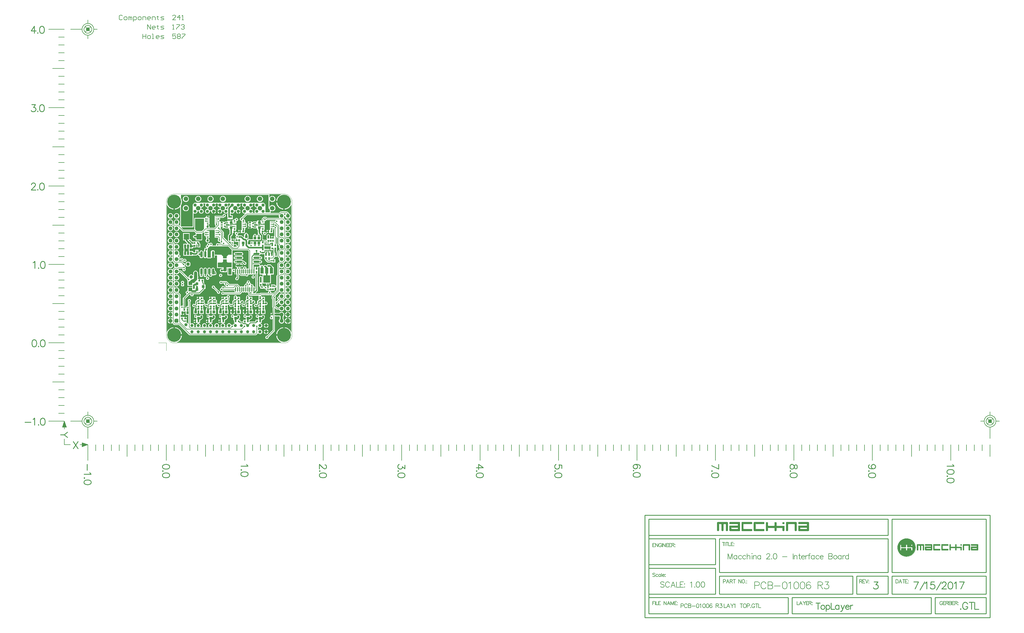
<source format=gtl>
G04 This is an RS-274x file exported by *
G04 gerbv version 2.6A *
G04 More information is available about gerbv at *
G04 http://gerbv.geda-project.org/ *
G04 --End of header info--*
%MOIN*%
%FSLAX34Y34*%
%IPPOS*%
G04 --Define apertures--*
%ADD10R,0.0200X0.0200*%
%ADD11R,0.0200X0.0200*%
%ADD12O,0.0120X0.0600*%
%ADD13R,0.0280X0.0390*%
%ADD14C,0.0300*%
%ADD15R,0.1775X0.0591*%
%ADD16R,0.0400X0.0750*%
%ADD17R,0.0850X0.0950*%
%ADD18R,0.0360X0.0360*%
%ADD19R,0.1200X0.1000*%
%ADD20O,0.0240X0.0800*%
%ADD21O,0.0800X0.0240*%
%ADD22R,0.0600X0.1000*%
%ADD23R,0.0650X0.0750*%
%ADD24R,0.0300X0.0140*%
%ADD25R,0.0276X0.0098*%
%ADD26R,0.0650X0.0965*%
%ADD27R,0.0276X0.0098*%
%ADD28R,0.0118X0.0236*%
%ADD29R,0.0630X0.0354*%
%ADD30R,0.0350X0.0350*%
%ADD31R,0.0350X0.0350*%
%ADD32R,0.0250X0.0320*%
%ADD33R,0.0180X0.0250*%
%ADD34R,0.0250X0.0180*%
%ADD35R,0.0500X0.0450*%
%ADD36R,0.0360X0.0360*%
%ADD37C,0.0100*%
%ADD38C,0.0080*%
%ADD39C,0.0200*%
%ADD40C,0.0110*%
%ADD41C,0.0090*%
%ADD42C,0.0070*%
%ADD43C,0.0400*%
%ADD44C,0.0450*%
%ADD45C,0.0350*%
%ADD46C,0.0230*%
%ADD47C,0.0160*%
%ADD48C,0.0140*%
%ADD49C,0.0250*%
%ADD50C,0.0150*%
%ADD51C,0.0180*%
%ADD52C,0.0240*%
%ADD53C,0.0050*%
%ADD54C,0.0010*%
%ADD55C,0.0400*%
%ADD56C,0.0580*%
%ADD57C,0.0394*%
%ADD58C,0.0500*%
%AMMACRO59*
21,1,0.050000,0.025000,0.000000,0.000000,90.000000*
21,1,0.025000,0.050000,0.000000,0.000000,90.000000*
1,1,0.025000,0.012500,0.012500*
1,1,0.025000,0.012500,-0.012500*
1,1,0.025000,-0.012500,-0.012500*
1,1,0.025000,-0.012500,0.012500*
%
%ADD59MACRO59*%
%ADD60C,0.1780*%
%ADD61C,0.0200*%
%ADD62C,0.0280*%
%ADD63C,0.0250*%
G04 --Start main section--*
G36*
G01X0014621Y0018915D02*
G01X0014581Y0018898D01*
G01X0014505Y0018858D01*
G01X0014432Y0018812D01*
G01X0014363Y0018759D01*
G01X0014299Y0018701D01*
G01X0014241Y0018637D01*
G01X0014188Y0018568D01*
G01X0014142Y0018495D01*
G01X0014102Y0018419D01*
G01X0014069Y0018339D01*
G01X0014043Y0018256D01*
G01X0014024Y0018172D01*
G01X0014015Y0018100D01*
G01X0015000Y0018100D01*
G01X0015000Y0018000D01*
G01X0015100Y0018000D01*
G01X0015100Y0017015D01*
G01X0015172Y0017024D01*
G01X0015256Y0017043D01*
G01X0015339Y0017069D01*
G01X0015419Y0017102D01*
G01X0015495Y0017142D01*
G01X0015568Y0017188D01*
G01X0015637Y0017241D01*
G01X0015701Y0017299D01*
G01X0015759Y0017363D01*
G01X0015812Y0017432D01*
G01X0015858Y0017505D01*
G01X0015898Y0017581D01*
G01X0015915Y0017621D01*
G01X0015945Y0017615D01*
G01X0015945Y0001385D01*
G01X0015915Y0001379D01*
G01X0015898Y0001419D01*
G01X0015858Y0001495D01*
G01X0015812Y0001568D01*
G01X0015759Y0001637D01*
G01X0015701Y0001701D01*
G01X0015637Y0001759D01*
G01X0015568Y0001812D01*
G01X0015495Y0001858D01*
G01X0015419Y0001898D01*
G01X0015339Y0001931D01*
G01X0015256Y0001957D01*
G01X0015172Y0001976D01*
G01X0015100Y0001985D01*
G01X0015100Y0001000D01*
G01X0015000Y0001000D01*
G01X0015000Y0000900D01*
G01X0014015Y0000900D01*
G01X0014024Y0000828D01*
G01X0014043Y0000744D01*
G01X0014069Y0000661D01*
G01X0014102Y0000581D01*
G01X0014142Y0000505D01*
G01X0014188Y0000432D01*
G01X0014241Y0000363D01*
G01X0014299Y0000299D01*
G01X0014363Y0000241D01*
G01X0014432Y0000188D01*
G01X0014505Y0000142D01*
G01X0014581Y0000102D01*
G01X0014621Y0000085D01*
G01X0014615Y0000055D01*
G01X0001385Y0000055D01*
G01X0001379Y0000085D01*
G01X0001419Y0000102D01*
G01X0001495Y0000142D01*
G01X0001568Y0000188D01*
G01X0001637Y0000241D01*
G01X0001701Y0000299D01*
G01X0001759Y0000363D01*
G01X0001812Y0000432D01*
G01X0001858Y0000505D01*
G01X0001898Y0000581D01*
G01X0001931Y0000661D01*
G01X0001957Y0000744D01*
G01X0001976Y0000828D01*
G01X0001985Y0000900D01*
G01X0001000Y0000900D01*
G01X0001000Y0001000D01*
G01X0000900Y0001000D01*
G01X0000900Y0001985D01*
G01X0000828Y0001976D01*
G01X0000744Y0001957D01*
G01X0000661Y0001931D01*
G01X0000581Y0001898D01*
G01X0000505Y0001858D01*
G01X0000432Y0001812D01*
G01X0000363Y0001759D01*
G01X0000299Y0001701D01*
G01X0000241Y0001637D01*
G01X0000188Y0001568D01*
G01X0000142Y0001495D01*
G01X0000102Y0001419D01*
G01X0000085Y0001379D01*
G01X0000055Y0001385D01*
G01X0000055Y0017615D01*
G01X0000085Y0017621D01*
G01X0000102Y0017581D01*
G01X0000142Y0017505D01*
G01X0000188Y0017432D01*
G01X0000241Y0017363D01*
G01X0000299Y0017299D01*
G01X0000363Y0017241D01*
G01X0000432Y0017188D01*
G01X0000505Y0017142D01*
G01X0000581Y0017102D01*
G01X0000661Y0017069D01*
G01X0000744Y0017043D01*
G01X0000828Y0017024D01*
G01X0000900Y0017015D01*
G01X0000900Y0018000D01*
G01X0001100Y0018000D01*
G01X0001100Y0017015D01*
G01X0001172Y0017024D01*
G01X0001256Y0017043D01*
G01X0001339Y0017069D01*
G01X0001419Y0017102D01*
G01X0001495Y0017142D01*
G01X0001568Y0017188D01*
G01X0001637Y0017241D01*
G01X0001701Y0017299D01*
G01X0001721Y0017322D01*
G01X0001749Y0017311D01*
G01X0001749Y0014949D01*
G01X0001721Y0014938D01*
G01X0001549Y0015109D01*
G01X0001548Y0015111D01*
G01X0001547Y0015150D01*
G01X0001555Y0015158D01*
G01X0001585Y0015192D01*
G01X0001611Y0015230D01*
G01X0001631Y0015271D01*
G01X0001646Y0015315D01*
G01X0001655Y0015360D01*
G01X0001658Y0015406D01*
G01X0001655Y0015451D01*
G01X0001646Y0015496D01*
G01X0001631Y0015540D01*
G01X0001611Y0015581D01*
G01X0001585Y0015619D01*
G01X0001555Y0015654D01*
G01X0001521Y0015684D01*
G01X0001482Y0015709D01*
G01X0001441Y0015730D01*
G01X0001398Y0015744D01*
G01X0001353Y0015753D01*
G01X0001307Y0015756D01*
G01X0001261Y0015753D01*
G01X0001216Y0015744D01*
G01X0001173Y0015730D01*
G01X0001132Y0015709D01*
G01X0001094Y0015684D01*
G01X0001059Y0015654D01*
G01X0001029Y0015619D01*
G01X0001003Y0015581D01*
G01X0000983Y0015540D01*
G01X0000968Y0015496D01*
G01X0000959Y0015451D01*
G01X0000956Y0015406D01*
G01X0000959Y0015360D01*
G01X0000968Y0015315D01*
G01X0000983Y0015271D01*
G01X0001003Y0015230D01*
G01X0001029Y0015192D01*
G01X0001039Y0015181D01*
G01X0001025Y0015151D01*
G01X0000973Y0015151D01*
G01X0000846Y0015278D01*
G01X0000858Y0015315D01*
G01X0000867Y0015360D01*
G01X0000870Y0015406D01*
G01X0000867Y0015451D01*
G01X0000858Y0015496D01*
G01X0000844Y0015540D01*
G01X0000823Y0015581D01*
G01X0000798Y0015619D01*
G01X0000768Y0015654D01*
G01X0000733Y0015684D01*
G01X0000695Y0015709D01*
G01X0000654Y0015730D01*
G01X0000610Y0015744D01*
G01X0000565Y0015753D01*
G01X0000520Y0015756D01*
G01X0000474Y0015753D01*
G01X0000429Y0015744D01*
G01X0000385Y0015730D01*
G01X0000344Y0015709D01*
G01X0000306Y0015684D01*
G01X0000272Y0015654D01*
G01X0000241Y0015619D01*
G01X0000216Y0015581D01*
G01X0000196Y0015540D01*
G01X0000181Y0015496D01*
G01X0000172Y0015451D01*
G01X0000169Y0015406D01*
G01X0000172Y0015360D01*
G01X0000181Y0015315D01*
G01X0000196Y0015271D01*
G01X0000216Y0015230D01*
G01X0000241Y0015192D01*
G01X0000272Y0015158D01*
G01X0000306Y0015127D01*
G01X0000344Y0015102D01*
G01X0000385Y0015081D01*
G01X0000429Y0015067D01*
G01X0000474Y0015058D01*
G01X0000520Y0015055D01*
G01X0000565Y0015058D01*
G01X0000610Y0015067D01*
G01X0000647Y0015079D01*
G01X0000816Y0014911D01*
G01X0000816Y0014911D01*
G01X0000837Y0014893D01*
G01X0000861Y0014880D01*
G01X0000888Y0014872D01*
G01X0000915Y0014869D01*
G01X0001022Y0014869D01*
G01X0001036Y0014839D01*
G01X0001029Y0014832D01*
G01X0001003Y0014793D01*
G01X0000983Y0014752D01*
G01X0000968Y0014709D01*
G01X0000959Y0014664D01*
G01X0000956Y0014618D01*
G01X0000959Y0014572D01*
G01X0000968Y0014527D01*
G01X0000983Y0014484D01*
G01X0001003Y0014443D01*
G01X0001029Y0014405D01*
G01X0001059Y0014370D01*
G01X0001094Y0014340D01*
G01X0001132Y0014314D01*
G01X0001173Y0014294D01*
G01X0001216Y0014279D01*
G01X0001261Y0014270D01*
G01X0001307Y0014267D01*
G01X0001353Y0014270D01*
G01X0001398Y0014279D01*
G01X0001441Y0014294D01*
G01X0001482Y0014314D01*
G01X0001521Y0014340D01*
G01X0001555Y0014370D01*
G01X0001585Y0014405D01*
G01X0001611Y0014443D01*
G01X0001631Y0014484D01*
G01X0001646Y0014527D01*
G01X0001653Y0014565D01*
G01X0001682Y0014579D01*
G01X0002051Y0014211D01*
G01X0002051Y0014211D01*
G01X0002072Y0014193D01*
G01X0002096Y0014180D01*
G01X0002123Y0014172D01*
G01X0002150Y0014169D01*
G01X0003582Y0014169D01*
G01X0003706Y0014045D01*
G01X0003725Y0014025D01*
G01X0003725Y0014025D01*
G01X0003725Y0014025D01*
G01X0003725Y0013751D01*
G01X0003600Y0013751D01*
G01X0003561Y0013747D01*
G01X0003523Y0013736D01*
G01X0003488Y0013717D01*
G01X0003458Y0013692D01*
G01X0003433Y0013662D01*
G01X0003414Y0013627D01*
G01X0003403Y0013589D01*
G01X0003399Y0013550D01*
G01X0003403Y0013511D01*
G01X0003414Y0013473D01*
G01X0003433Y0013438D01*
G01X0003458Y0013408D01*
G01X0003488Y0013383D01*
G01X0003523Y0013364D01*
G01X0003561Y0013353D01*
G01X0003600Y0013349D01*
G01X0003725Y0013349D01*
G01X0003725Y0013075D01*
G01X0004575Y0013075D01*
G01X0004575Y0013979D01*
G01X0004580Y0013979D01*
G01X0004607Y0013982D01*
G01X0004634Y0013990D01*
G01X0004658Y0014003D01*
G01X0004679Y0014021D01*
G01X0004802Y0014143D01*
G01X0004828Y0014127D01*
G01X0004823Y0014109D01*
G01X0004819Y0014070D01*
G01X0004823Y0014031D01*
G01X0004834Y0013993D01*
G01X0004853Y0013958D01*
G01X0004872Y0013935D01*
G01X0004853Y0013912D01*
G01X0004834Y0013877D01*
G01X0004823Y0013839D01*
G01X0004819Y0013800D01*
G01X0004823Y0013761D01*
G01X0004834Y0013723D01*
G01X0004853Y0013688D01*
G01X0004878Y0013658D01*
G01X0004908Y0013633D01*
G01X0004943Y0013614D01*
G01X0004981Y0013603D01*
G01X0005020Y0013599D01*
G01X0005040Y0013581D01*
G01X0005040Y0013401D01*
G01X0005082Y0013401D01*
G01X0005105Y0013371D01*
G01X0005104Y0013360D01*
G01X0005104Y0013254D01*
G01X0005103Y0013253D01*
G01X0005073Y0013227D01*
G01X0005047Y0013197D01*
G01X0005027Y0013164D01*
G01X0005012Y0013127D01*
G01X0005002Y0013089D01*
G01X0004999Y0013050D01*
G01X0005002Y0013011D01*
G01X0005012Y0012973D01*
G01X0005027Y0012936D01*
G01X0005047Y0012903D01*
G01X0005073Y0012873D01*
G01X0005103Y0012847D01*
G01X0005136Y0012827D01*
G01X0005173Y0012811D01*
G01X0005211Y0012802D01*
G01X0005250Y0012799D01*
G01X0005289Y0012802D01*
G01X0005327Y0012811D01*
G01X0005364Y0012827D01*
G01X0005397Y0012847D01*
G01X0005427Y0012873D01*
G01X0005453Y0012903D01*
G01X0005473Y0012936D01*
G01X0005488Y0012973D01*
G01X0005498Y0013011D01*
G01X0005501Y0013050D01*
G01X0005498Y0013089D01*
G01X0005488Y0013127D01*
G01X0005473Y0013164D01*
G01X0005453Y0013197D01*
G01X0005427Y0013227D01*
G01X0005397Y0013253D01*
G01X0005396Y0013254D01*
G01X0005396Y0013303D01*
G01X0005399Y0013307D01*
G01X0005413Y0013332D01*
G01X0005421Y0013360D01*
G01X0005424Y0013388D01*
G01X0005424Y0013401D01*
G01X0005516Y0013401D01*
G01X0005516Y0013657D01*
G01X0005516Y0013913D01*
G01X0005516Y0014268D01*
G01X0005278Y0014268D01*
G01X0005278Y0014368D01*
G01X0005516Y0014368D01*
G01X0005516Y0014399D01*
G01X0006160Y0014399D01*
G01X0006162Y0014397D01*
G01X0006162Y0013913D01*
G01X0006162Y0013657D01*
G01X0006162Y0013401D01*
G01X0006570Y0013401D01*
G01X0006609Y0013362D01*
G01X0006609Y0013253D01*
G01X0006608Y0013252D01*
G01X0006583Y0013222D01*
G01X0006564Y0013187D01*
G01X0006553Y0013149D01*
G01X0006549Y0013110D01*
G01X0006553Y0013071D01*
G01X0006564Y0013033D01*
G01X0006583Y0012998D01*
G01X0006608Y0012968D01*
G01X0006638Y0012943D01*
G01X0006673Y0012924D01*
G01X0006711Y0012913D01*
G01X0006750Y0012909D01*
G01X0006789Y0012913D01*
G01X0006790Y0012913D01*
G01X0006822Y0012891D01*
G01X0006823Y0012881D01*
G01X0006834Y0012843D01*
G01X0006853Y0012808D01*
G01X0006878Y0012778D01*
G01X0006908Y0012753D01*
G01X0006943Y0012734D01*
G01X0006981Y0012723D01*
G01X0007020Y0012719D01*
G01X0007059Y0012723D01*
G01X0007070Y0012726D01*
G01X0007094Y0012702D01*
G01X0007093Y0012699D01*
G01X0007089Y0012661D01*
G01X0006683Y0012661D01*
G01X0006682Y0012662D01*
G01X0006652Y0012687D01*
G01X0006617Y0012706D01*
G01X0006579Y0012717D01*
G01X0006540Y0012721D01*
G01X0006501Y0012717D01*
G01X0006463Y0012706D01*
G01X0006428Y0012687D01*
G01X0006398Y0012662D01*
G01X0006373Y0012632D01*
G01X0006354Y0012597D01*
G01X0006343Y0012559D01*
G01X0006339Y0012520D01*
G01X0006343Y0012481D01*
G01X0006353Y0012446D01*
G01X0006352Y0012436D01*
G01X0006340Y0012416D01*
G01X0005861Y0012416D01*
G01X0005847Y0012446D01*
G01X0005857Y0012458D01*
G01X0005876Y0012493D01*
G01X0005887Y0012531D01*
G01X0005891Y0012570D01*
G01X0005887Y0012609D01*
G01X0005876Y0012647D01*
G01X0005857Y0012682D01*
G01X0005832Y0012712D01*
G01X0005802Y0012737D01*
G01X0005767Y0012756D01*
G01X0005729Y0012767D01*
G01X0005690Y0012771D01*
G01X0005651Y0012767D01*
G01X0005613Y0012756D01*
G01X0005578Y0012737D01*
G01X0005548Y0012712D01*
G01X0005541Y0012704D01*
G01X0005502Y0012697D01*
G01X0005467Y0012716D01*
G01X0005429Y0012727D01*
G01X0005390Y0012731D01*
G01X0005351Y0012727D01*
G01X0005313Y0012716D01*
G01X0005278Y0012697D01*
G01X0005248Y0012672D01*
G01X0005223Y0012642D01*
G01X0005204Y0012607D01*
G01X0005193Y0012569D01*
G01X0005189Y0012530D01*
G01X0005192Y0012497D01*
G01X0005191Y0012497D01*
G01X0005153Y0012486D01*
G01X0005118Y0012467D01*
G01X0005088Y0012442D01*
G01X0005063Y0012412D01*
G01X0005044Y0012377D01*
G01X0005033Y0012339D01*
G01X0005029Y0012300D01*
G01X0005033Y0012261D01*
G01X0005044Y0012223D01*
G01X0005063Y0012188D01*
G01X0005088Y0012158D01*
G01X0005118Y0012133D01*
G01X0005124Y0012130D01*
G01X0005116Y0012100D01*
G01X0004850Y0012100D01*
G01X0004850Y0011913D01*
G01X0004843Y0011907D01*
G01X0004825Y0011884D01*
G01X0004811Y0011858D01*
G01X0004802Y0011829D01*
G01X0004799Y0011800D01*
G01X0004799Y0011741D01*
G01X0004794Y0011736D01*
G01X0004771Y0011710D01*
G01X0004753Y0011680D01*
G01X0004740Y0011648D01*
G01X0004732Y0011615D01*
G01X0004729Y0011580D01*
G01X0004729Y0011020D01*
G01X0004732Y0010985D01*
G01X0004740Y0010952D01*
G01X0004753Y0010920D01*
G01X0004771Y0010890D01*
G01X0004794Y0010864D01*
G01X0004820Y0010841D01*
G01X0004850Y0010823D01*
G01X0004882Y0010810D01*
G01X0004915Y0010802D01*
G01X0004950Y0010799D01*
G01X0004985Y0010802D01*
G01X0005018Y0010810D01*
G01X0005050Y0010823D01*
G01X0005080Y0010841D01*
G01X0005106Y0010864D01*
G01X0005120Y0010880D01*
G01X0005152Y0010871D01*
G01X0005153Y0010864D01*
G01X0005163Y0010840D01*
G01X0005179Y0010819D01*
G01X0005200Y0010803D01*
G01X0005224Y0010793D01*
G01X0005250Y0010789D01*
G01X0005650Y0010789D01*
G01X0005676Y0010793D01*
G01X0005700Y0010803D01*
G01X0005721Y0010819D01*
G01X0005737Y0010840D01*
G01X0005747Y0010864D01*
G01X0005748Y0010871D01*
G01X0005780Y0010880D01*
G01X0005794Y0010864D01*
G01X0005820Y0010841D01*
G01X0005850Y0010823D01*
G01X0005882Y0010810D01*
G01X0005900Y0010806D01*
G01X0005900Y0011300D01*
G01X0006000Y0011300D01*
G01X0006000Y0010806D01*
G01X0006018Y0010810D01*
G01X0006050Y0010823D01*
G01X0006080Y0010841D01*
G01X0006106Y0010864D01*
G01X0006129Y0010890D01*
G01X0006147Y0010920D01*
G01X0006160Y0010952D01*
G01X0006168Y0010985D01*
G01X0006171Y0011020D01*
G01X0006171Y0011149D01*
G01X0006450Y0011149D01*
G01X0006450Y0010250D01*
G01X0006463Y0010250D01*
G01X0006463Y0009537D01*
G01X0007174Y0009537D01*
G01X0007174Y0009469D01*
G01X0007144Y0009455D01*
G01X0007120Y0009465D01*
G01X0007085Y0009473D01*
G01X0007050Y0009476D01*
G01X0007015Y0009473D01*
G01X0006980Y0009465D01*
G01X0006948Y0009451D01*
G01X0006917Y0009433D01*
G01X0006890Y0009410D01*
G01X0006867Y0009383D01*
G01X0006849Y0009352D01*
G01X0006835Y0009320D01*
G01X0006827Y0009285D01*
G01X0006824Y0009250D01*
G01X0006827Y0009215D01*
G01X0006835Y0009180D01*
G01X0006849Y0009148D01*
G01X0006867Y0009117D01*
G01X0006890Y0009090D01*
G01X0006917Y0009067D01*
G01X0006948Y0009049D01*
G01X0006980Y0009035D01*
G01X0007015Y0009027D01*
G01X0007050Y0009024D01*
G01X0007085Y0009027D01*
G01X0007120Y0009035D01*
G01X0007145Y0009046D01*
G01X0007175Y0009032D01*
G01X0007175Y0009025D01*
G01X0007439Y0009025D01*
G01X0007450Y0009024D01*
G01X0007461Y0009025D01*
G01X0007725Y0009025D01*
G01X0007725Y0009289D01*
G01X0007726Y0009300D01*
G01X0007726Y0009537D01*
G01X0007777Y0009537D01*
G01X0007800Y0009507D01*
G01X0007799Y0009500D01*
G01X0007799Y0009001D01*
G01X0007799Y0009000D01*
G01X0007799Y0008800D01*
G01X0007799Y0008799D01*
G01X0007799Y0008700D01*
G01X0007803Y0008674D01*
G01X0007813Y0008650D01*
G01X0007829Y0008629D01*
G01X0007850Y0008613D01*
G01X0007874Y0008603D01*
G01X0007900Y0008599D01*
G01X0007999Y0008599D01*
G01X0008000Y0008599D01*
G01X0008200Y0008599D01*
G01X0008201Y0008599D01*
G01X0008300Y0008599D01*
G01X0008326Y0008603D01*
G01X0008350Y0008613D01*
G01X0008371Y0008629D01*
G01X0008387Y0008650D01*
G01X0008397Y0008674D01*
G01X0008401Y0008700D01*
G01X0008401Y0008799D01*
G01X0008401Y0008800D01*
G01X0008401Y0009000D01*
G01X0008401Y0009001D01*
G01X0008401Y0009096D01*
G01X0008431Y0009106D01*
G01X0008438Y0009098D01*
G01X0008468Y0009073D01*
G01X0008503Y0009054D01*
G01X0008541Y0009043D01*
G01X0008580Y0009039D01*
G01X0008619Y0009043D01*
G01X0008655Y0009054D01*
G01X0008661Y0009055D01*
G01X0008685Y0009040D01*
G01X0008685Y0008860D01*
G01X0008688Y0008829D01*
G01X0008697Y0008798D01*
G01X0008712Y0008771D01*
G01X0008732Y0008746D01*
G01X0008757Y0008726D01*
G01X0008784Y0008711D01*
G01X0008796Y0008708D01*
G01X0008796Y0009100D01*
G01X0008796Y0009492D01*
G01X0008784Y0009489D01*
G01X0008757Y0009474D01*
G01X0008732Y0009454D01*
G01X0008712Y0009429D01*
G01X0008701Y0009409D01*
G01X0008692Y0009407D01*
G01X0008657Y0009426D01*
G01X0008619Y0009437D01*
G01X0008580Y0009441D01*
G01X0008541Y0009437D01*
G01X0008503Y0009426D01*
G01X0008468Y0009407D01*
G01X0008438Y0009382D01*
G01X0008431Y0009374D01*
G01X0008401Y0009384D01*
G01X0008401Y0009500D01*
G01X0008400Y0009507D01*
G01X0008423Y0009537D01*
G01X0008437Y0009537D01*
G01X0008437Y0010250D01*
G01X0008450Y0010250D01*
G01X0008450Y0011250D01*
G01X0008441Y0011250D01*
G01X0008441Y0011799D01*
G01X0010382Y0011799D01*
G01X0010497Y0011684D01*
G01X0010497Y0009491D01*
G01X0010481Y0009480D01*
G01X0010467Y0009476D01*
G01X0010444Y0009489D01*
G01X0010413Y0009498D01*
G01X0010382Y0009501D01*
G01X0010351Y0009498D01*
G01X0010320Y0009489D01*
G01X0010293Y0009474D01*
G01X0010274Y0009459D01*
G01X0010254Y0009456D01*
G01X0010234Y0009459D01*
G01X0010215Y0009474D01*
G01X0010190Y0009487D01*
G01X0010197Y0009511D01*
G01X0010201Y0009550D01*
G01X0010197Y0009589D01*
G01X0010186Y0009627D01*
G01X0010167Y0009662D01*
G01X0010142Y0009692D01*
G01X0010112Y0009717D01*
G01X0010077Y0009736D01*
G01X0010039Y0009747D01*
G01X0010000Y0009751D01*
G01X0009961Y0009747D01*
G01X0009923Y0009736D01*
G01X0009888Y0009717D01*
G01X0009858Y0009692D01*
G01X0009833Y0009662D01*
G01X0009814Y0009627D01*
G01X0009803Y0009589D01*
G01X0009799Y0009550D01*
G01X0009803Y0009511D01*
G01X0009810Y0009489D01*
G01X0009808Y0009489D01*
G01X0009781Y0009474D01*
G01X0009762Y0009459D01*
G01X0009742Y0009456D01*
G01X0009722Y0009459D01*
G01X0009703Y0009474D01*
G01X0009676Y0009489D01*
G01X0009645Y0009498D01*
G01X0009614Y0009501D01*
G01X0009583Y0009498D01*
G01X0009552Y0009489D01*
G01X0009525Y0009474D01*
G01X0009506Y0009459D01*
G01X0009486Y0009456D01*
G01X0009466Y0009459D01*
G01X0009447Y0009474D01*
G01X0009420Y0009489D01*
G01X0009411Y0009491D01*
G01X0009417Y0009511D01*
G01X0009421Y0009550D01*
G01X0009417Y0009589D01*
G01X0009414Y0009599D01*
G01X0009436Y0009629D01*
G01X0009580Y0009629D01*
G01X0009615Y0009632D01*
G01X0009648Y0009640D01*
G01X0009680Y0009653D01*
G01X0009710Y0009671D01*
G01X0009736Y0009694D01*
G01X0009759Y0009720D01*
G01X0009777Y0009750D01*
G01X0009790Y0009782D01*
G01X0009794Y0009800D01*
G01X0009300Y0009800D01*
G01X0008806Y0009800D01*
G01X0008810Y0009782D01*
G01X0008823Y0009750D01*
G01X0008841Y0009720D01*
G01X0008864Y0009694D01*
G01X0008890Y0009671D01*
G01X0008920Y0009653D01*
G01X0008952Y0009640D01*
G01X0008985Y0009632D01*
G01X0009004Y0009631D01*
G01X0009025Y0009605D01*
G01X0009026Y0009599D01*
G01X0009023Y0009589D01*
G01X0009019Y0009550D01*
G01X0009023Y0009511D01*
G01X0009031Y0009484D01*
G01X0009013Y0009474D01*
G01X0008994Y0009459D01*
G01X0008974Y0009456D01*
G01X0008954Y0009459D01*
G01X0008935Y0009474D01*
G01X0008908Y0009489D01*
G01X0008896Y0009492D01*
G01X0008896Y0009100D01*
G01X0008896Y0008708D01*
G01X0008908Y0008711D01*
G01X0008921Y0008719D01*
G01X0008951Y0008702D01*
G01X0008951Y0008387D01*
G01X0008951Y0008387D01*
G01X0008913Y0008376D01*
G01X0008878Y0008357D01*
G01X0008848Y0008332D01*
G01X0008823Y0008302D01*
G01X0008804Y0008267D01*
G01X0008793Y0008229D01*
G01X0008789Y0008190D01*
G01X0008793Y0008151D01*
G01X0008804Y0008113D01*
G01X0008823Y0008078D01*
G01X0008848Y0008048D01*
G01X0008878Y0008023D01*
G01X0008913Y0008004D01*
G01X0008951Y0007993D01*
G01X0008990Y0007989D01*
G01X0009029Y0007993D01*
G01X0009067Y0008004D01*
G01X0009102Y0008023D01*
G01X0009132Y0008048D01*
G01X0009157Y0008078D01*
G01X0009176Y0008113D01*
G01X0009187Y0008151D01*
G01X0009190Y0008176D01*
G01X0009209Y0008195D01*
G01X0009227Y0008218D01*
G01X0009241Y0008244D01*
G01X0009250Y0008273D01*
G01X0009253Y0008302D01*
G01X0009253Y0008702D01*
G01X0009283Y0008719D01*
G01X0009296Y0008711D01*
G01X0009310Y0008708D01*
G01X0009447Y0008571D01*
G01X0009468Y0008553D01*
G01X0009492Y0008540D01*
G01X0009519Y0008532D01*
G01X0009546Y0008529D01*
G01X0010117Y0008529D01*
G01X0010118Y0008528D01*
G01X0010148Y0008503D01*
G01X0010183Y0008484D01*
G01X0010221Y0008473D01*
G01X0010260Y0008469D01*
G01X0010299Y0008473D01*
G01X0010337Y0008484D01*
G01X0010372Y0008503D01*
G01X0010402Y0008528D01*
G01X0010427Y0008558D01*
G01X0010446Y0008593D01*
G01X0010457Y0008631D01*
G01X0010461Y0008670D01*
G01X0010457Y0008709D01*
G01X0010455Y0008717D01*
G01X0010471Y0008726D01*
G01X0010490Y0008741D01*
G01X0010510Y0008744D01*
G01X0010530Y0008741D01*
G01X0010549Y0008726D01*
G01X0010576Y0008711D01*
G01X0010607Y0008702D01*
G01X0010638Y0008699D01*
G01X0010669Y0008702D01*
G01X0010700Y0008711D01*
G01X0010727Y0008726D01*
G01X0010746Y0008741D01*
G01X0010766Y0008744D01*
G01X0010786Y0008741D01*
G01X0010805Y0008726D01*
G01X0010832Y0008711D01*
G01X0010863Y0008702D01*
G01X0010894Y0008699D01*
G01X0010925Y0008702D01*
G01X0010956Y0008711D01*
G01X0010983Y0008726D01*
G01X0011002Y0008741D01*
G01X0011022Y0008744D01*
G01X0011042Y0008741D01*
G01X0011061Y0008726D01*
G01X0011088Y0008711D01*
G01X0011119Y0008702D01*
G01X0011150Y0008699D01*
G01X0011181Y0008702D01*
G01X0011212Y0008711D01*
G01X0011239Y0008726D01*
G01X0011264Y0008746D01*
G01X0011284Y0008771D01*
G01X0011299Y0008798D01*
G01X0011308Y0008829D01*
G01X0011310Y0008850D01*
G01X0011349Y0008850D01*
G01X0011349Y0006834D01*
G01X0011341Y0006828D01*
G01X0011311Y0006843D01*
G01X0011311Y0007060D01*
G01X0011308Y0007091D01*
G01X0011299Y0007122D01*
G01X0011284Y0007149D01*
G01X0011264Y0007174D01*
G01X0011239Y0007194D01*
G01X0011212Y0007209D01*
G01X0011181Y0007218D01*
G01X0011150Y0007221D01*
G01X0011119Y0007218D01*
G01X0011110Y0007215D01*
G01X0011086Y0007239D01*
G01X0011091Y0007255D01*
G01X0011095Y0007294D01*
G01X0011091Y0007333D01*
G01X0011080Y0007371D01*
G01X0011061Y0007406D01*
G01X0011036Y0007436D01*
G01X0011006Y0007461D01*
G01X0010971Y0007480D01*
G01X0010933Y0007491D01*
G01X0010894Y0007495D01*
G01X0010855Y0007491D01*
G01X0010831Y0007484D01*
G01X0010825Y0007485D01*
G01X0010803Y0007499D01*
G01X0010800Y0007504D01*
G01X0010797Y0007529D01*
G01X0010786Y0007567D01*
G01X0010767Y0007602D01*
G01X0010742Y0007632D01*
G01X0010712Y0007657D01*
G01X0010677Y0007676D01*
G01X0010639Y0007687D01*
G01X0010638Y0007689D01*
G01X0010647Y0007721D01*
G01X0010651Y0007760D01*
G01X0010647Y0007799D01*
G01X0010636Y0007837D01*
G01X0010617Y0007872D01*
G01X0010592Y0007902D01*
G01X0010562Y0007927D01*
G01X0010527Y0007946D01*
G01X0010489Y0007957D01*
G01X0010450Y0007961D01*
G01X0010411Y0007957D01*
G01X0010373Y0007946D01*
G01X0010338Y0007927D01*
G01X0010308Y0007902D01*
G01X0010283Y0007872D01*
G01X0010264Y0007837D01*
G01X0010253Y0007799D01*
G01X0010249Y0007760D01*
G01X0010253Y0007721D01*
G01X0010257Y0007706D01*
G01X0010223Y0007696D01*
G01X0010188Y0007677D01*
G01X0010158Y0007652D01*
G01X0010133Y0007622D01*
G01X0010114Y0007587D01*
G01X0010103Y0007549D01*
G01X0010099Y0007510D01*
G01X0010101Y0007492D01*
G01X0010087Y0007491D01*
G01X0010049Y0007480D01*
G01X0010014Y0007461D01*
G01X0009984Y0007436D01*
G01X0009959Y0007406D01*
G01X0009940Y0007371D01*
G01X0009929Y0007333D01*
G01X0009925Y0007294D01*
G01X0009929Y0007255D01*
G01X0009934Y0007239D01*
G01X0009910Y0007215D01*
G01X0009901Y0007218D01*
G01X0009870Y0007221D01*
G01X0009839Y0007218D01*
G01X0009808Y0007209D01*
G01X0009781Y0007194D01*
G01X0009762Y0007179D01*
G01X0009742Y0007176D01*
G01X0009722Y0007179D01*
G01X0009703Y0007194D01*
G01X0009676Y0007209D01*
G01X0009645Y0007218D01*
G01X0009614Y0007221D01*
G01X0009583Y0007218D01*
G01X0009552Y0007209D01*
G01X0009525Y0007194D01*
G01X0009506Y0007179D01*
G01X0009486Y0007176D01*
G01X0009466Y0007179D01*
G01X0009447Y0007194D01*
G01X0009420Y0007209D01*
G01X0009406Y0007212D01*
G01X0009139Y0007479D01*
G01X0009118Y0007497D01*
G01X0009094Y0007510D01*
G01X0009067Y0007518D01*
G01X0009040Y0007521D01*
G01X0008058Y0007521D01*
G01X0007759Y0007819D01*
G01X0007738Y0007837D01*
G01X0007714Y0007850D01*
G01X0007687Y0007858D01*
G01X0007660Y0007861D01*
G01X0007103Y0007861D01*
G01X0007102Y0007862D01*
G01X0007072Y0007887D01*
G01X0007037Y0007906D01*
G01X0006999Y0007917D01*
G01X0006960Y0007921D01*
G01X0006921Y0007917D01*
G01X0006883Y0007906D01*
G01X0006848Y0007887D01*
G01X0006818Y0007862D01*
G01X0006793Y0007832D01*
G01X0006774Y0007797D01*
G01X0006763Y0007759D01*
G01X0006759Y0007720D01*
G01X0006763Y0007681D01*
G01X0006774Y0007643D01*
G01X0006793Y0007608D01*
G01X0006818Y0007578D01*
G01X0006848Y0007553D01*
G01X0006883Y0007534D01*
G01X0006921Y0007523D01*
G01X0006960Y0007519D01*
G01X0006999Y0007523D01*
G01X0007037Y0007534D01*
G01X0007072Y0007553D01*
G01X0007102Y0007578D01*
G01X0007103Y0007579D01*
G01X0007337Y0007579D01*
G01X0007355Y0007555D01*
G01X0007353Y0007549D01*
G01X0007349Y0007510D01*
G01X0007353Y0007471D01*
G01X0007364Y0007433D01*
G01X0007383Y0007398D01*
G01X0007408Y0007368D01*
G01X0007438Y0007343D01*
G01X0007473Y0007324D01*
G01X0007511Y0007313D01*
G01X0007550Y0007309D01*
G01X0007560Y0007280D01*
G01X0007563Y0007255D01*
G01X0007574Y0007217D01*
G01X0007583Y0007201D01*
G01X0007565Y0007171D01*
G01X0007363Y0007171D01*
G01X0007362Y0007172D01*
G01X0007332Y0007197D01*
G01X0007297Y0007216D01*
G01X0007259Y0007227D01*
G01X0007220Y0007231D01*
G01X0007181Y0007227D01*
G01X0007143Y0007216D01*
G01X0007108Y0007197D01*
G01X0007078Y0007172D01*
G01X0007053Y0007142D01*
G01X0007034Y0007107D01*
G01X0007023Y0007069D01*
G01X0007019Y0007030D01*
G01X0007020Y0007019D01*
G01X0007001Y0007017D01*
G01X0006963Y0007006D01*
G01X0006928Y0006987D01*
G01X0006898Y0006962D01*
G01X0006873Y0006932D01*
G01X0006854Y0006897D01*
G01X0006843Y0006859D01*
G01X0006839Y0006820D01*
G01X0006843Y0006781D01*
G01X0006854Y0006743D01*
G01X0006873Y0006708D01*
G01X0006898Y0006678D01*
G01X0006928Y0006653D01*
G01X0006963Y0006634D01*
G01X0007001Y0006623D01*
G01X0007040Y0006619D01*
G01X0007079Y0006623D01*
G01X0007117Y0006634D01*
G01X0007152Y0006653D01*
G01X0007182Y0006678D01*
G01X0007183Y0006679D01*
G01X0008685Y0006679D01*
G01X0008685Y0006580D01*
G01X0008688Y0006549D01*
G01X0008697Y0006518D01*
G01X0008707Y0006501D01*
G01X0008693Y0006471D01*
G01X0007353Y0006471D01*
G01X0007352Y0006472D01*
G01X0007322Y0006497D01*
G01X0007287Y0006516D01*
G01X0007249Y0006527D01*
G01X0007210Y0006531D01*
G01X0007171Y0006527D01*
G01X0007133Y0006516D01*
G01X0007098Y0006497D01*
G01X0007068Y0006472D01*
G01X0007043Y0006442D01*
G01X0007024Y0006407D01*
G01X0007013Y0006369D01*
G01X0007009Y0006330D01*
G01X0007013Y0006291D01*
G01X0007024Y0006253D01*
G01X0007043Y0006218D01*
G01X0007068Y0006188D01*
G01X0007098Y0006163D01*
G01X0007133Y0006144D01*
G01X0007171Y0006133D01*
G01X0007210Y0006129D01*
G01X0007249Y0006133D01*
G01X0007287Y0006144D01*
G01X0007322Y0006163D01*
G01X0007352Y0006188D01*
G01X0007353Y0006189D01*
G01X0009364Y0006189D01*
G01X0009391Y0006192D01*
G01X0009418Y0006200D01*
G01X0009442Y0006213D01*
G01X0009463Y0006231D01*
G01X0009660Y0006427D01*
G01X0009676Y0006431D01*
G01X0009703Y0006446D01*
G01X0009722Y0006461D01*
G01X0009742Y0006464D01*
G01X0009762Y0006461D01*
G01X0009781Y0006446D01*
G01X0009808Y0006431D01*
G01X0009839Y0006422D01*
G01X0009870Y0006419D01*
G01X0009901Y0006422D01*
G01X0009932Y0006431D01*
G01X0009959Y0006446D01*
G01X0009978Y0006461D01*
G01X0009998Y0006464D01*
G01X0010018Y0006461D01*
G01X0010037Y0006446D01*
G01X0010064Y0006431D01*
G01X0010095Y0006422D01*
G01X0010126Y0006419D01*
G01X0010157Y0006422D01*
G01X0010188Y0006431D01*
G01X0010215Y0006446D01*
G01X0010234Y0006461D01*
G01X0010254Y0006464D01*
G01X0010274Y0006461D01*
G01X0010293Y0006446D01*
G01X0010320Y0006431D01*
G01X0010351Y0006422D01*
G01X0010382Y0006419D01*
G01X0010389Y0006420D01*
G01X0010419Y0006394D01*
G01X0010419Y0006250D01*
G01X0010422Y0006223D01*
G01X0010430Y0006196D01*
G01X0010443Y0006172D01*
G01X0010461Y0006151D01*
G01X0010551Y0006061D01*
G01X0010572Y0006043D01*
G01X0010596Y0006030D01*
G01X0010623Y0006022D01*
G01X0010650Y0006019D01*
G01X0011779Y0006019D01*
G01X0011793Y0005989D01*
G01X0011787Y0005982D01*
G01X0011768Y0005947D01*
G01X0011757Y0005909D01*
G01X0011753Y0005870D01*
G01X0011754Y0005860D01*
G01X0011754Y0005860D01*
G01X0011754Y0005485D01*
G01X0011736Y0005479D01*
G01X0011710Y0005465D01*
G01X0011687Y0005447D01*
G01X0011607Y0005367D01*
G01X0011589Y0005344D01*
G01X0011575Y0005318D01*
G01X0011566Y0005289D01*
G01X0011563Y0005260D01*
G01X0011563Y0004962D01*
G01X0011532Y0004931D01*
G01X0011506Y0004931D01*
G01X0011486Y0004947D01*
G01X0011451Y0004966D01*
G01X0011413Y0004977D01*
G01X0011374Y0004981D01*
G01X0011335Y0004977D01*
G01X0011297Y0004966D01*
G01X0011262Y0004947D01*
G01X0011232Y0004922D01*
G01X0011207Y0004892D01*
G01X0011188Y0004857D01*
G01X0011177Y0004819D01*
G01X0011173Y0004780D01*
G01X0011177Y0004741D01*
G01X0011188Y0004703D01*
G01X0011207Y0004668D01*
G01X0011232Y0004638D01*
G01X0011262Y0004613D01*
G01X0011297Y0004594D01*
G01X0011335Y0004583D01*
G01X0011374Y0004579D01*
G01X0011413Y0004583D01*
G01X0011451Y0004594D01*
G01X0011486Y0004613D01*
G01X0011506Y0004629D01*
G01X0011594Y0004629D01*
G01X0011623Y0004632D01*
G01X0011652Y0004641D01*
G01X0011678Y0004655D01*
G01X0011701Y0004673D01*
G01X0011726Y0004699D01*
G01X0011754Y0004688D01*
G01X0011754Y0004380D01*
G01X0011954Y0004380D01*
G01X0011954Y0004330D01*
G01X0012004Y0004330D01*
G01X0012004Y0004130D01*
G01X0012074Y0004130D01*
G01X0012074Y0003670D01*
G01X0012634Y0003670D01*
G01X0012634Y0004230D01*
G01X0012554Y0004230D01*
G01X0012554Y0004430D01*
G01X0012554Y0004808D01*
G01X0012565Y0004817D01*
G01X0012584Y0004826D01*
G01X0012610Y0004815D01*
G01X0012644Y0004807D01*
G01X0012680Y0004804D01*
G01X0012715Y0004807D01*
G01X0012749Y0004815D01*
G01X0012782Y0004829D01*
G01X0012812Y0004847D01*
G01X0012839Y0004870D01*
G01X0012862Y0004897D01*
G01X0012881Y0004928D01*
G01X0012894Y0004960D01*
G01X0012903Y0004995D01*
G01X0012905Y0005030D01*
G01X0012903Y0005065D01*
G01X0012894Y0005100D01*
G01X0012881Y0005132D01*
G01X0012862Y0005163D01*
G01X0012839Y0005190D01*
G01X0012812Y0005213D01*
G01X0012782Y0005231D01*
G01X0012749Y0005245D01*
G01X0012715Y0005253D01*
G01X0012680Y0005256D01*
G01X0012644Y0005253D01*
G01X0012610Y0005245D01*
G01X0012584Y0005234D01*
G01X0012565Y0005243D01*
G01X0012554Y0005252D01*
G01X0012554Y0005460D01*
G01X0012554Y0005860D01*
G01X0012164Y0005860D01*
G01X0012155Y0005870D01*
G01X0012151Y0005909D01*
G01X0012140Y0005947D01*
G01X0012121Y0005982D01*
G01X0012096Y0006012D01*
G01X0012072Y0006032D01*
G01X0012068Y0006041D01*
G01X0012067Y0006051D01*
G01X0012069Y0006070D01*
G01X0012088Y0006089D01*
G01X0013531Y0006089D01*
G01X0013543Y0006062D01*
G01X0013471Y0005989D01*
G01X0013453Y0005968D01*
G01X0013440Y0005944D01*
G01X0013432Y0005917D01*
G01X0013429Y0005890D01*
G01X0013429Y0005690D01*
G01X0013432Y0005663D01*
G01X0013440Y0005636D01*
G01X0013453Y0005612D01*
G01X0013471Y0005591D01*
G01X0013489Y0005572D01*
G01X0013489Y0004650D01*
G01X0013492Y0004623D01*
G01X0013500Y0004596D01*
G01X0013513Y0004572D01*
G01X0013531Y0004551D01*
G01X0013559Y0004522D01*
G01X0013559Y0003794D01*
G01X0013550Y0003794D01*
G01X0013550Y0003594D01*
G01X0013500Y0003594D01*
G01X0013500Y0003544D01*
G01X0013300Y0003544D01*
G01X0013300Y0003394D01*
G01X0013300Y0003394D01*
G01X0013300Y0003394D01*
G01X0013290Y0003368D01*
G01X0013288Y0003367D01*
G01X0013258Y0003342D01*
G01X0013233Y0003312D01*
G01X0013214Y0003277D01*
G01X0013203Y0003239D01*
G01X0013199Y0003200D01*
G01X0013203Y0003161D01*
G01X0013214Y0003123D01*
G01X0013233Y0003088D01*
G01X0013258Y0003058D01*
G01X0013288Y0003033D01*
G01X0013323Y0003014D01*
G01X0013361Y0003003D01*
G01X0013400Y0002999D01*
G01X0013439Y0003003D01*
G01X0013477Y0003014D01*
G01X0013512Y0003033D01*
G01X0013529Y0003047D01*
G01X0013559Y0003033D01*
G01X0013559Y0001638D01*
G01X0012822Y0000901D01*
G01X0012820Y0000901D01*
G01X0012781Y0000897D01*
G01X0012743Y0000886D01*
G01X0012708Y0000867D01*
G01X0012678Y0000842D01*
G01X0012653Y0000812D01*
G01X0012634Y0000777D01*
G01X0012623Y0000739D01*
G01X0012619Y0000700D01*
G01X0012623Y0000661D01*
G01X0012634Y0000623D01*
G01X0012653Y0000588D01*
G01X0012678Y0000558D01*
G01X0012708Y0000533D01*
G01X0012743Y0000514D01*
G01X0012781Y0000503D01*
G01X0012820Y0000499D01*
G01X0012859Y0000503D01*
G01X0012897Y0000514D01*
G01X0012932Y0000533D01*
G01X0012962Y0000558D01*
G01X0012987Y0000588D01*
G01X0013006Y0000623D01*
G01X0013017Y0000661D01*
G01X0013021Y0000700D01*
G01X0013021Y0000702D01*
G01X0013799Y0001481D01*
G01X0013817Y0001502D01*
G01X0013830Y0001526D01*
G01X0013838Y0001553D01*
G01X0013841Y0001580D01*
G01X0013841Y0001580D01*
G01X0013841Y0003394D01*
G01X0013890Y0003394D01*
G01X0013890Y0003394D01*
G01X0013892Y0003393D01*
G01X0013925Y0003380D01*
G01X0013959Y0003372D01*
G01X0013994Y0003369D01*
G01X0014425Y0003369D01*
G01X0014445Y0003346D01*
G01X0014467Y0003327D01*
G01X0014467Y0003075D01*
G01X0014445Y0003055D01*
G01X0014415Y0003021D01*
G01X0014389Y0002982D01*
G01X0014369Y0002941D01*
G01X0014354Y0002898D01*
G01X0014345Y0002853D01*
G01X0014342Y0002807D01*
G01X0014345Y0002761D01*
G01X0014354Y0002716D01*
G01X0014369Y0002673D01*
G01X0014389Y0002632D01*
G01X0014415Y0002594D01*
G01X0014445Y0002559D01*
G01X0014479Y0002529D01*
G01X0014518Y0002503D01*
G01X0014559Y0002483D01*
G01X0014602Y0002468D01*
G01X0014647Y0002459D01*
G01X0014693Y0002456D01*
G01X0014739Y0002459D01*
G01X0014784Y0002468D01*
G01X0014827Y0002483D01*
G01X0014868Y0002503D01*
G01X0014906Y0002529D01*
G01X0014941Y0002559D01*
G01X0014971Y0002594D01*
G01X0014997Y0002632D01*
G01X0015017Y0002673D01*
G01X0015032Y0002716D01*
G01X0015041Y0002761D01*
G01X0015044Y0002807D01*
G01X0015041Y0002853D01*
G01X0015032Y0002898D01*
G01X0015017Y0002941D01*
G01X0014997Y0002982D01*
G01X0014971Y0003021D01*
G01X0014941Y0003055D01*
G01X0014919Y0003075D01*
G01X0014919Y0003327D01*
G01X0014941Y0003346D01*
G01X0014971Y0003381D01*
G01X0014997Y0003419D01*
G01X0015017Y0003460D01*
G01X0015032Y0003504D01*
G01X0015041Y0003549D01*
G01X0015044Y0003594D01*
G01X0015041Y0003640D01*
G01X0015032Y0003685D01*
G01X0015017Y0003729D01*
G01X0014997Y0003770D01*
G01X0014971Y0003808D01*
G01X0014941Y0003843D01*
G01X0014906Y0003873D01*
G01X0014868Y0003898D01*
G01X0014827Y0003919D01*
G01X0014784Y0003933D01*
G01X0014739Y0003942D01*
G01X0014693Y0003945D01*
G01X0014647Y0003942D01*
G01X0014602Y0003933D01*
G01X0014559Y0003919D01*
G01X0014518Y0003898D01*
G01X0014479Y0003873D01*
G01X0014445Y0003843D01*
G01X0014425Y0003820D01*
G01X0013994Y0003820D01*
G01X0013959Y0003817D01*
G01X0013925Y0003809D01*
G01X0013892Y0003796D01*
G01X0013890Y0003794D01*
G01X0013890Y0003794D01*
G01X0013841Y0003794D01*
G01X0013841Y0004421D01*
G01X0013868Y0004433D01*
G01X0014019Y0004282D01*
G01X0014019Y0004282D01*
G01X0014040Y0004265D01*
G01X0014064Y0004252D01*
G01X0014091Y0004244D01*
G01X0014118Y0004241D01*
G01X0014118Y0004241D01*
G01X0014372Y0004241D01*
G01X0014389Y0004207D01*
G01X0014415Y0004168D01*
G01X0014445Y0004134D01*
G01X0014479Y0004104D01*
G01X0014518Y0004078D01*
G01X0014559Y0004058D01*
G01X0014602Y0004043D01*
G01X0014647Y0004034D01*
G01X0014693Y0004031D01*
G01X0014739Y0004034D01*
G01X0014784Y0004043D01*
G01X0014827Y0004058D01*
G01X0014868Y0004078D01*
G01X0014906Y0004104D01*
G01X0014941Y0004134D01*
G01X0014971Y0004168D01*
G01X0014997Y0004207D01*
G01X0015017Y0004248D01*
G01X0015032Y0004291D01*
G01X0015041Y0004336D01*
G01X0015044Y0004382D01*
G01X0015041Y0004428D01*
G01X0015032Y0004473D01*
G01X0015017Y0004516D01*
G01X0014997Y0004557D01*
G01X0014971Y0004595D01*
G01X0014941Y0004630D01*
G01X0014906Y0004660D01*
G01X0014868Y0004686D01*
G01X0014827Y0004706D01*
G01X0014784Y0004721D01*
G01X0014739Y0004730D01*
G01X0014693Y0004733D01*
G01X0014647Y0004730D01*
G01X0014602Y0004721D01*
G01X0014559Y0004706D01*
G01X0014518Y0004686D01*
G01X0014479Y0004660D01*
G01X0014445Y0004630D01*
G01X0014415Y0004595D01*
G01X0014389Y0004557D01*
G01X0014372Y0004523D01*
G01X0014176Y0004523D01*
G01X0013921Y0004778D01*
G01X0013921Y0004877D01*
G01X0013951Y0004892D01*
G01X0013981Y0004883D01*
G01X0014020Y0004879D01*
G01X0014059Y0004883D01*
G01X0014097Y0004894D01*
G01X0014132Y0004913D01*
G01X0014162Y0004938D01*
G01X0014187Y0004968D01*
G01X0014206Y0005003D01*
G01X0014217Y0005041D01*
G01X0014221Y0005080D01*
G01X0014221Y0005082D01*
G01X0014315Y0005176D01*
G01X0014343Y0005161D01*
G01X0014345Y0005124D01*
G01X0014354Y0005079D01*
G01X0014369Y0005035D01*
G01X0014389Y0004994D01*
G01X0014415Y0004956D01*
G01X0014445Y0004921D01*
G01X0014479Y0004891D01*
G01X0014518Y0004866D01*
G01X0014559Y0004845D01*
G01X0014602Y0004830D01*
G01X0014647Y0004822D01*
G01X0014693Y0004819D01*
G01X0014739Y0004822D01*
G01X0014784Y0004830D01*
G01X0014827Y0004845D01*
G01X0014868Y0004866D01*
G01X0014906Y0004891D01*
G01X0014941Y0004921D01*
G01X0014971Y0004956D01*
G01X0014997Y0004994D01*
G01X0015017Y0005035D01*
G01X0015032Y0005079D01*
G01X0015041Y0005124D01*
G01X0015044Y0005169D01*
G01X0015041Y0005215D01*
G01X0015032Y0005260D01*
G01X0015017Y0005304D01*
G01X0014997Y0005345D01*
G01X0014971Y0005383D01*
G01X0014948Y0005409D01*
G01X0014948Y0005435D01*
G01X0014953Y0005447D01*
G01X0014969Y0005461D01*
G01X0015189Y0005681D01*
G01X0015203Y0005697D01*
G01X0015214Y0005701D01*
G01X0015216Y0005702D01*
G01X0015241Y0005701D01*
G01X0015267Y0005678D01*
G01X0015305Y0005653D01*
G01X0015346Y0005633D01*
G01X0015390Y0005618D01*
G01X0015435Y0005609D01*
G01X0015480Y0005606D01*
G01X0015526Y0005609D01*
G01X0015571Y0005618D01*
G01X0015615Y0005633D01*
G01X0015656Y0005653D01*
G01X0015694Y0005678D01*
G01X0015728Y0005709D01*
G01X0015759Y0005743D01*
G01X0015784Y0005781D01*
G01X0015804Y0005822D01*
G01X0015819Y0005866D01*
G01X0015828Y0005911D01*
G01X0015831Y0005957D01*
G01X0015828Y0006002D01*
G01X0015819Y0006047D01*
G01X0015804Y0006091D01*
G01X0015784Y0006132D01*
G01X0015759Y0006170D01*
G01X0015728Y0006205D01*
G01X0015694Y0006235D01*
G01X0015656Y0006260D01*
G01X0015615Y0006281D01*
G01X0015571Y0006295D01*
G01X0015526Y0006304D01*
G01X0015480Y0006307D01*
G01X0015435Y0006304D01*
G01X0015390Y0006295D01*
G01X0015346Y0006281D01*
G01X0015305Y0006260D01*
G01X0015267Y0006235D01*
G01X0015261Y0006230D01*
G01X0015231Y0006243D01*
G01X0015231Y0006458D01*
G01X0015261Y0006471D01*
G01X0015267Y0006466D01*
G01X0015305Y0006440D01*
G01X0015346Y0006420D01*
G01X0015390Y0006405D01*
G01X0015435Y0006396D01*
G01X0015480Y0006393D01*
G01X0015526Y0006396D01*
G01X0015571Y0006405D01*
G01X0015615Y0006420D01*
G01X0015656Y0006440D01*
G01X0015694Y0006466D01*
G01X0015728Y0006496D01*
G01X0015759Y0006531D01*
G01X0015784Y0006569D01*
G01X0015804Y0006610D01*
G01X0015819Y0006653D01*
G01X0015828Y0006698D01*
G01X0015831Y0006744D01*
G01X0015828Y0006790D01*
G01X0015819Y0006835D01*
G01X0015804Y0006878D01*
G01X0015784Y0006919D01*
G01X0015759Y0006958D01*
G01X0015728Y0006992D01*
G01X0015694Y0007022D01*
G01X0015656Y0007048D01*
G01X0015615Y0007068D01*
G01X0015571Y0007083D01*
G01X0015526Y0007092D01*
G01X0015480Y0007095D01*
G01X0015435Y0007092D01*
G01X0015390Y0007083D01*
G01X0015346Y0007068D01*
G01X0015305Y0007048D01*
G01X0015267Y0007022D01*
G01X0015261Y0007017D01*
G01X0015231Y0007031D01*
G01X0015231Y0007245D01*
G01X0015261Y0007259D01*
G01X0015267Y0007253D01*
G01X0015305Y0007228D01*
G01X0015346Y0007207D01*
G01X0015390Y0007193D01*
G01X0015435Y0007184D01*
G01X0015480Y0007181D01*
G01X0015526Y0007184D01*
G01X0015571Y0007193D01*
G01X0015615Y0007207D01*
G01X0015656Y0007228D01*
G01X0015694Y0007253D01*
G01X0015728Y0007283D01*
G01X0015759Y0007318D01*
G01X0015784Y0007356D01*
G01X0015804Y0007397D01*
G01X0015819Y0007441D01*
G01X0015828Y0007486D01*
G01X0015831Y0007531D01*
G01X0015828Y0007577D01*
G01X0015819Y0007622D01*
G01X0015804Y0007666D01*
G01X0015784Y0007707D01*
G01X0015759Y0007745D01*
G01X0015728Y0007780D01*
G01X0015694Y0007810D01*
G01X0015656Y0007835D01*
G01X0015615Y0007856D01*
G01X0015571Y0007870D01*
G01X0015526Y0007879D01*
G01X0015480Y0007882D01*
G01X0015435Y0007879D01*
G01X0015390Y0007870D01*
G01X0015346Y0007856D01*
G01X0015305Y0007835D01*
G01X0015267Y0007810D01*
G01X0015261Y0007804D01*
G01X0015231Y0007818D01*
G01X0015231Y0008032D01*
G01X0015261Y0008046D01*
G01X0015267Y0008041D01*
G01X0015305Y0008015D01*
G01X0015346Y0007995D01*
G01X0015390Y0007980D01*
G01X0015435Y0007971D01*
G01X0015480Y0007968D01*
G01X0015526Y0007971D01*
G01X0015571Y0007980D01*
G01X0015615Y0007995D01*
G01X0015656Y0008015D01*
G01X0015694Y0008041D01*
G01X0015728Y0008071D01*
G01X0015759Y0008105D01*
G01X0015784Y0008144D01*
G01X0015804Y0008185D01*
G01X0015819Y0008228D01*
G01X0015828Y0008273D01*
G01X0015831Y0008319D01*
G01X0015828Y0008365D01*
G01X0015819Y0008410D01*
G01X0015804Y0008453D01*
G01X0015784Y0008494D01*
G01X0015759Y0008532D01*
G01X0015728Y0008567D01*
G01X0015694Y0008597D01*
G01X0015656Y0008623D01*
G01X0015615Y0008643D01*
G01X0015571Y0008658D01*
G01X0015526Y0008667D01*
G01X0015480Y0008670D01*
G01X0015435Y0008667D01*
G01X0015390Y0008658D01*
G01X0015346Y0008643D01*
G01X0015305Y0008623D01*
G01X0015267Y0008597D01*
G01X0015261Y0008592D01*
G01X0015231Y0008605D01*
G01X0015231Y0008658D01*
G01X0015353Y0008780D01*
G01X0015390Y0008767D01*
G01X0015435Y0008759D01*
G01X0015480Y0008756D01*
G01X0015526Y0008759D01*
G01X0015571Y0008767D01*
G01X0015615Y0008782D01*
G01X0015656Y0008803D01*
G01X0015694Y0008828D01*
G01X0015728Y0008858D01*
G01X0015759Y0008893D01*
G01X0015784Y0008931D01*
G01X0015804Y0008972D01*
G01X0015819Y0009016D01*
G01X0015828Y0009061D01*
G01X0015831Y0009106D01*
G01X0015828Y0009152D01*
G01X0015819Y0009197D01*
G01X0015804Y0009241D01*
G01X0015784Y0009282D01*
G01X0015759Y0009320D01*
G01X0015728Y0009354D01*
G01X0015694Y0009385D01*
G01X0015656Y0009410D01*
G01X0015615Y0009430D01*
G01X0015571Y0009445D01*
G01X0015526Y0009454D01*
G01X0015480Y0009457D01*
G01X0015435Y0009454D01*
G01X0015390Y0009445D01*
G01X0015346Y0009430D01*
G01X0015305Y0009410D01*
G01X0015267Y0009385D01*
G01X0015261Y0009379D01*
G01X0015231Y0009393D01*
G01X0015231Y0009445D01*
G01X0015353Y0009567D01*
G01X0015390Y0009555D01*
G01X0015435Y0009546D01*
G01X0015480Y0009543D01*
G01X0015526Y0009546D01*
G01X0015571Y0009555D01*
G01X0015615Y0009570D01*
G01X0015656Y0009590D01*
G01X0015694Y0009615D01*
G01X0015728Y0009646D01*
G01X0015759Y0009680D01*
G01X0015784Y0009718D01*
G01X0015804Y0009759D01*
G01X0015819Y0009803D01*
G01X0015828Y0009848D01*
G01X0015831Y0009894D01*
G01X0015828Y0009939D01*
G01X0015819Y0009984D01*
G01X0015804Y0010028D01*
G01X0015784Y0010069D01*
G01X0015759Y0010107D01*
G01X0015728Y0010142D01*
G01X0015694Y0010172D01*
G01X0015656Y0010197D01*
G01X0015615Y0010218D01*
G01X0015571Y0010232D01*
G01X0015526Y0010241D01*
G01X0015480Y0010244D01*
G01X0015435Y0010241D01*
G01X0015390Y0010232D01*
G01X0015346Y0010218D01*
G01X0015305Y0010197D01*
G01X0015267Y0010172D01*
G01X0015232Y0010142D01*
G01X0015202Y0010107D01*
G01X0015177Y0010069D01*
G01X0015156Y0010028D01*
G01X0015142Y0009984D01*
G01X0015133Y0009939D01*
G01X0015130Y0009894D01*
G01X0015133Y0009848D01*
G01X0015142Y0009803D01*
G01X0015154Y0009766D01*
G01X0014991Y0009603D01*
G01X0014973Y0009582D01*
G01X0014960Y0009557D01*
G01X0014952Y0009531D01*
G01X0014949Y0009503D01*
G01X0014949Y0009387D01*
G01X0014919Y0009373D01*
G01X0014906Y0009385D01*
G01X0014868Y0009410D01*
G01X0014827Y0009430D01*
G01X0014784Y0009445D01*
G01X0014739Y0009454D01*
G01X0014693Y0009457D01*
G01X0014647Y0009454D01*
G01X0014602Y0009445D01*
G01X0014559Y0009430D01*
G01X0014518Y0009410D01*
G01X0014479Y0009385D01*
G01X0014471Y0009377D01*
G01X0014441Y0009391D01*
G01X0014441Y0009609D01*
G01X0014471Y0009623D01*
G01X0014479Y0009615D01*
G01X0014518Y0009590D01*
G01X0014559Y0009570D01*
G01X0014602Y0009555D01*
G01X0014647Y0009546D01*
G01X0014693Y0009543D01*
G01X0014739Y0009546D01*
G01X0014784Y0009555D01*
G01X0014827Y0009570D01*
G01X0014868Y0009590D01*
G01X0014906Y0009615D01*
G01X0014941Y0009646D01*
G01X0014971Y0009680D01*
G01X0014997Y0009718D01*
G01X0015017Y0009759D01*
G01X0015032Y0009803D01*
G01X0015041Y0009848D01*
G01X0015044Y0009894D01*
G01X0015041Y0009939D01*
G01X0015032Y0009984D01*
G01X0015017Y0010028D01*
G01X0014997Y0010069D01*
G01X0014971Y0010107D01*
G01X0014945Y0010137D01*
G01X0014945Y0010157D01*
G01X0014948Y0010172D01*
G01X0014949Y0010174D01*
G01X0014969Y0010191D01*
G01X0015189Y0010411D01*
G01X0015200Y0010424D01*
G01X0015218Y0010429D01*
G01X0015224Y0010430D01*
G01X0015239Y0010428D01*
G01X0015267Y0010403D01*
G01X0015305Y0010377D01*
G01X0015346Y0010357D01*
G01X0015390Y0010342D01*
G01X0015435Y0010333D01*
G01X0015480Y0010330D01*
G01X0015526Y0010333D01*
G01X0015571Y0010342D01*
G01X0015615Y0010357D01*
G01X0015656Y0010377D01*
G01X0015694Y0010403D01*
G01X0015728Y0010433D01*
G01X0015759Y0010468D01*
G01X0015784Y0010506D01*
G01X0015804Y0010547D01*
G01X0015819Y0010590D01*
G01X0015828Y0010635D01*
G01X0015831Y0010681D01*
G01X0015828Y0010727D01*
G01X0015819Y0010772D01*
G01X0015804Y0010815D01*
G01X0015784Y0010856D01*
G01X0015759Y0010895D01*
G01X0015728Y0010929D01*
G01X0015694Y0010959D01*
G01X0015656Y0010985D01*
G01X0015615Y0011005D01*
G01X0015571Y0011020D01*
G01X0015526Y0011029D01*
G01X0015480Y0011032D01*
G01X0015435Y0011029D01*
G01X0015390Y0011020D01*
G01X0015346Y0011005D01*
G01X0015305Y0010985D01*
G01X0015267Y0010959D01*
G01X0015261Y0010954D01*
G01X0015231Y0010968D01*
G01X0015231Y0011182D01*
G01X0015261Y0011196D01*
G01X0015267Y0011190D01*
G01X0015305Y0011165D01*
G01X0015346Y0011144D01*
G01X0015390Y0011130D01*
G01X0015435Y0011121D01*
G01X0015480Y0011118D01*
G01X0015526Y0011121D01*
G01X0015571Y0011130D01*
G01X0015615Y0011144D01*
G01X0015656Y0011165D01*
G01X0015694Y0011190D01*
G01X0015728Y0011220D01*
G01X0015759Y0011255D01*
G01X0015784Y0011293D01*
G01X0015804Y0011334D01*
G01X0015819Y0011378D01*
G01X0015828Y0011423D01*
G01X0015831Y0011468D01*
G01X0015828Y0011514D01*
G01X0015819Y0011559D01*
G01X0015804Y0011603D01*
G01X0015784Y0011644D01*
G01X0015759Y0011682D01*
G01X0015728Y0011717D01*
G01X0015694Y0011747D01*
G01X0015656Y0011772D01*
G01X0015615Y0011793D01*
G01X0015571Y0011807D01*
G01X0015526Y0011816D01*
G01X0015480Y0011819D01*
G01X0015435Y0011816D01*
G01X0015390Y0011807D01*
G01X0015346Y0011793D01*
G01X0015305Y0011772D01*
G01X0015267Y0011747D01*
G01X0015261Y0011741D01*
G01X0015231Y0011755D01*
G01X0015231Y0011807D01*
G01X0015353Y0011930D01*
G01X0015390Y0011917D01*
G01X0015435Y0011908D01*
G01X0015480Y0011905D01*
G01X0015526Y0011908D01*
G01X0015571Y0011917D01*
G01X0015615Y0011932D01*
G01X0015656Y0011952D01*
G01X0015694Y0011978D01*
G01X0015728Y0012008D01*
G01X0015759Y0012042D01*
G01X0015784Y0012081D01*
G01X0015804Y0012122D01*
G01X0015819Y0012165D01*
G01X0015828Y0012210D01*
G01X0015831Y0012256D01*
G01X0015828Y0012302D01*
G01X0015819Y0012347D01*
G01X0015804Y0012390D01*
G01X0015784Y0012431D01*
G01X0015759Y0012469D01*
G01X0015728Y0012504D01*
G01X0015694Y0012534D01*
G01X0015656Y0012560D01*
G01X0015615Y0012580D01*
G01X0015571Y0012595D01*
G01X0015526Y0012604D01*
G01X0015480Y0012607D01*
G01X0015435Y0012604D01*
G01X0015390Y0012595D01*
G01X0015346Y0012580D01*
G01X0015305Y0012560D01*
G01X0015267Y0012534D01*
G01X0015261Y0012529D01*
G01X0015231Y0012542D01*
G01X0015231Y0012757D01*
G01X0015261Y0012770D01*
G01X0015267Y0012765D01*
G01X0015305Y0012740D01*
G01X0015346Y0012719D01*
G01X0015390Y0012705D01*
G01X0015435Y0012696D01*
G01X0015480Y0012693D01*
G01X0015526Y0012696D01*
G01X0015571Y0012705D01*
G01X0015615Y0012719D01*
G01X0015656Y0012740D01*
G01X0015694Y0012765D01*
G01X0015728Y0012795D01*
G01X0015759Y0012830D01*
G01X0015784Y0012868D01*
G01X0015804Y0012909D01*
G01X0015819Y0012953D01*
G01X0015828Y0012998D01*
G01X0015831Y0013043D01*
G01X0015828Y0013089D01*
G01X0015819Y0013134D01*
G01X0015804Y0013178D01*
G01X0015784Y0013219D01*
G01X0015759Y0013257D01*
G01X0015728Y0013291D01*
G01X0015694Y0013322D01*
G01X0015656Y0013347D01*
G01X0015615Y0013367D01*
G01X0015571Y0013382D01*
G01X0015526Y0013391D01*
G01X0015480Y0013394D01*
G01X0015435Y0013391D01*
G01X0015390Y0013382D01*
G01X0015353Y0013370D01*
G01X0015231Y0013492D01*
G01X0015231Y0013544D01*
G01X0015261Y0013558D01*
G01X0015267Y0013552D01*
G01X0015305Y0013527D01*
G01X0015346Y0013507D01*
G01X0015390Y0013492D01*
G01X0015435Y0013483D01*
G01X0015480Y0013480D01*
G01X0015526Y0013483D01*
G01X0015571Y0013492D01*
G01X0015615Y0013507D01*
G01X0015656Y0013527D01*
G01X0015694Y0013552D01*
G01X0015728Y0013583D01*
G01X0015759Y0013617D01*
G01X0015784Y0013655D01*
G01X0015804Y0013696D01*
G01X0015819Y0013740D01*
G01X0015828Y0013785D01*
G01X0015831Y0013831D01*
G01X0015828Y0013876D01*
G01X0015819Y0013921D01*
G01X0015804Y0013965D01*
G01X0015784Y0014006D01*
G01X0015759Y0014044D01*
G01X0015728Y0014079D01*
G01X0015694Y0014109D01*
G01X0015656Y0014134D01*
G01X0015615Y0014155D01*
G01X0015571Y0014170D01*
G01X0015526Y0014178D01*
G01X0015480Y0014181D01*
G01X0015435Y0014178D01*
G01X0015390Y0014170D01*
G01X0015346Y0014155D01*
G01X0015305Y0014134D01*
G01X0015267Y0014109D01*
G01X0015261Y0014104D01*
G01X0015231Y0014117D01*
G01X0015231Y0014332D01*
G01X0015261Y0014345D01*
G01X0015267Y0014340D01*
G01X0015305Y0014314D01*
G01X0015346Y0014294D01*
G01X0015390Y0014279D01*
G01X0015435Y0014270D01*
G01X0015480Y0014267D01*
G01X0015526Y0014270D01*
G01X0015571Y0014279D01*
G01X0015615Y0014294D01*
G01X0015656Y0014314D01*
G01X0015694Y0014340D01*
G01X0015728Y0014370D01*
G01X0015759Y0014405D01*
G01X0015784Y0014443D01*
G01X0015804Y0014484D01*
G01X0015819Y0014527D01*
G01X0015828Y0014572D01*
G01X0015831Y0014618D01*
G01X0015828Y0014664D01*
G01X0015819Y0014709D01*
G01X0015804Y0014752D01*
G01X0015784Y0014793D01*
G01X0015759Y0014832D01*
G01X0015728Y0014866D01*
G01X0015694Y0014896D01*
G01X0015656Y0014922D01*
G01X0015615Y0014942D01*
G01X0015571Y0014957D01*
G01X0015526Y0014966D01*
G01X0015480Y0014969D01*
G01X0015435Y0014966D01*
G01X0015390Y0014957D01*
G01X0015346Y0014942D01*
G01X0015305Y0014922D01*
G01X0015267Y0014896D01*
G01X0015261Y0014891D01*
G01X0015231Y0014905D01*
G01X0015231Y0015119D01*
G01X0015261Y0015133D01*
G01X0015267Y0015127D01*
G01X0015305Y0015102D01*
G01X0015346Y0015081D01*
G01X0015390Y0015067D01*
G01X0015435Y0015058D01*
G01X0015480Y0015055D01*
G01X0015526Y0015058D01*
G01X0015571Y0015067D01*
G01X0015615Y0015081D01*
G01X0015656Y0015102D01*
G01X0015694Y0015127D01*
G01X0015728Y0015158D01*
G01X0015759Y0015192D01*
G01X0015784Y0015230D01*
G01X0015804Y0015271D01*
G01X0015819Y0015315D01*
G01X0015828Y0015360D01*
G01X0015831Y0015406D01*
G01X0015828Y0015451D01*
G01X0015819Y0015496D01*
G01X0015804Y0015540D01*
G01X0015784Y0015581D01*
G01X0015759Y0015619D01*
G01X0015728Y0015654D01*
G01X0015694Y0015684D01*
G01X0015656Y0015709D01*
G01X0015615Y0015730D01*
G01X0015571Y0015744D01*
G01X0015526Y0015753D01*
G01X0015480Y0015756D01*
G01X0015435Y0015753D01*
G01X0015390Y0015744D01*
G01X0015346Y0015730D01*
G01X0015305Y0015709D01*
G01X0015267Y0015684D01*
G01X0015252Y0015671D01*
G01X0015236Y0015672D01*
G01X0015217Y0015680D01*
G01X0015207Y0015698D01*
G01X0015189Y0015719D01*
G01X0015189Y0015719D01*
G01X0014999Y0015909D01*
G01X0014978Y0015927D01*
G01X0014969Y0015932D01*
G01X0014961Y0015965D01*
G01X0014962Y0015969D01*
G01X0014971Y0015979D01*
G01X0014997Y0016018D01*
G01X0015017Y0016059D01*
G01X0015032Y0016102D01*
G01X0015041Y0016147D01*
G01X0015043Y0016184D01*
G01X0015044Y0016186D01*
G01X0015058Y0016202D01*
G01X0015073Y0016211D01*
G01X0015090Y0016209D01*
G01X0015101Y0016210D01*
G01X0015113Y0016203D01*
G01X0015130Y0016183D01*
G01X0015133Y0016147D01*
G01X0015142Y0016102D01*
G01X0015156Y0016059D01*
G01X0015177Y0016018D01*
G01X0015202Y0015979D01*
G01X0015232Y0015945D01*
G01X0015267Y0015915D01*
G01X0015305Y0015889D01*
G01X0015346Y0015869D01*
G01X0015390Y0015854D01*
G01X0015435Y0015845D01*
G01X0015480Y0015842D01*
G01X0015526Y0015845D01*
G01X0015571Y0015854D01*
G01X0015615Y0015869D01*
G01X0015656Y0015889D01*
G01X0015694Y0015915D01*
G01X0015728Y0015945D01*
G01X0015759Y0015979D01*
G01X0015784Y0016018D01*
G01X0015804Y0016059D01*
G01X0015819Y0016102D01*
G01X0015828Y0016147D01*
G01X0015831Y0016193D01*
G01X0015828Y0016239D01*
G01X0015819Y0016284D01*
G01X0015804Y0016327D01*
G01X0015784Y0016368D01*
G01X0015759Y0016406D01*
G01X0015728Y0016441D01*
G01X0015694Y0016471D01*
G01X0015656Y0016497D01*
G01X0015620Y0016515D01*
G01X0015618Y0016527D01*
G01X0015610Y0016554D01*
G01X0015597Y0016578D01*
G01X0015580Y0016599D01*
G01X0015459Y0016719D01*
G01X0015438Y0016737D01*
G01X0015414Y0016750D01*
G01X0015387Y0016758D01*
G01X0015360Y0016761D01*
G01X0014590Y0016761D01*
G01X0014563Y0016758D01*
G01X0014536Y0016750D01*
G01X0014512Y0016737D01*
G01X0014491Y0016719D01*
G01X0014491Y0016719D01*
G01X0014362Y0016591D01*
G01X0013316Y0016591D01*
G01X0013296Y0016621D01*
G01X0013297Y0016624D01*
G01X0013301Y0016650D01*
G01X0013301Y0016820D01*
G01X0013331Y0016838D01*
G01X0013359Y0016825D01*
G01X0013407Y0016808D01*
G01X0013457Y0016798D01*
G01X0013508Y0016795D01*
G01X0013559Y0016798D01*
G01X0013609Y0016808D01*
G01X0013658Y0016825D01*
G01X0013704Y0016847D01*
G01X0013746Y0016876D01*
G01X0013785Y0016909D01*
G01X0013818Y0016948D01*
G01X0013847Y0016990D01*
G01X0013869Y0017036D01*
G01X0013886Y0017084D01*
G01X0013896Y0017135D01*
G01X0013899Y0017186D01*
G01X0013896Y0017237D01*
G01X0013886Y0017287D01*
G01X0013869Y0017335D01*
G01X0013847Y0017381D01*
G01X0013818Y0017424D01*
G01X0013785Y0017462D01*
G01X0013746Y0017496D01*
G01X0013704Y0017524D01*
G01X0013658Y0017547D01*
G01X0013609Y0017563D01*
G01X0013559Y0017573D01*
G01X0013508Y0017576D01*
G01X0013457Y0017573D01*
G01X0013407Y0017563D01*
G01X0013359Y0017547D01*
G01X0013313Y0017524D01*
G01X0013270Y0017496D01*
G01X0013232Y0017462D01*
G01X0013198Y0017424D01*
G01X0013170Y0017381D01*
G01X0013161Y0017363D01*
G01X0013131Y0017370D01*
G01X0013131Y0018182D01*
G01X0013161Y0018189D01*
G01X0013170Y0018171D01*
G01X0013198Y0018129D01*
G01X0013232Y0018090D01*
G01X0013270Y0018057D01*
G01X0013313Y0018028D01*
G01X0013359Y0018006D01*
G01X0013407Y0017989D01*
G01X0013457Y0017979D01*
G01X0013508Y0017976D01*
G01X0013559Y0017979D01*
G01X0013609Y0017989D01*
G01X0013658Y0018006D01*
G01X0013704Y0018028D01*
G01X0013746Y0018057D01*
G01X0013785Y0018090D01*
G01X0013818Y0018129D01*
G01X0013847Y0018171D01*
G01X0013869Y0018217D01*
G01X0013886Y0018266D01*
G01X0013896Y0018316D01*
G01X0013899Y0018367D01*
G01X0013896Y0018418D01*
G01X0013886Y0018468D01*
G01X0013869Y0018516D01*
G01X0013847Y0018562D01*
G01X0013818Y0018605D01*
G01X0013785Y0018643D01*
G01X0013746Y0018677D01*
G01X0013704Y0018705D01*
G01X0013658Y0018728D01*
G01X0013609Y0018744D01*
G01X0013559Y0018754D01*
G01X0013508Y0018758D01*
G01X0013457Y0018754D01*
G01X0013407Y0018744D01*
G01X0013359Y0018728D01*
G01X0013313Y0018705D01*
G01X0013270Y0018677D01*
G01X0013232Y0018643D01*
G01X0013198Y0018605D01*
G01X0013170Y0018562D01*
G01X0013161Y0018544D01*
G01X0013131Y0018551D01*
G01X0013131Y0018890D01*
G01X0013128Y0018915D01*
G01X0013128Y0018916D01*
G01X0013148Y0018945D01*
G01X0014615Y0018945D01*
G01X0014621Y0018915D01*
G37*
G36*
G01X0014621Y0018915D02*
G37*
G36*
G01X0008136Y0017739D02*
G01X0008122Y0017716D01*
G01X0008104Y0017672D01*
G01X0008093Y0017626D01*
G01X0008089Y0017579D01*
G01X0008090Y0017564D01*
G01X0007858Y0017331D01*
G01X0007833Y0017301D01*
G01X0007814Y0017266D01*
G01X0007803Y0017228D01*
G01X0007799Y0017189D01*
G01X0007799Y0017056D01*
G01X0007769Y0017042D01*
G01X0007739Y0017060D01*
G01X0007696Y0017078D01*
G01X0007650Y0017089D01*
G01X0007619Y0017092D01*
G01X0007593Y0017119D01*
G01X0007597Y0017135D01*
G01X0007600Y0017186D01*
G01X0007597Y0017237D01*
G01X0007593Y0017252D01*
G01X0007619Y0017280D01*
G01X0007650Y0017282D01*
G01X0007696Y0017293D01*
G01X0007739Y0017311D01*
G01X0007780Y0017336D01*
G01X0007816Y0017367D01*
G01X0007846Y0017402D01*
G01X0007871Y0017443D01*
G01X0007889Y0017486D01*
G01X0007899Y0017529D01*
G01X0007603Y0017529D01*
G01X0007603Y0017629D01*
G01X0007899Y0017629D01*
G01X0007889Y0017672D01*
G01X0007871Y0017716D01*
G01X0007857Y0017739D01*
G01X0007873Y0017769D01*
G01X0008119Y0017769D01*
G01X0008136Y0017739D01*
G37*
G36*
G01X0008136Y0017739D02*
G37*
G36*
G01X0013030Y0017170D02*
G01X0013139Y0017061D01*
G01X0013147Y0017036D01*
G01X0013170Y0016990D01*
G01X0013198Y0016948D01*
G01X0013200Y0016946D01*
G01X0013200Y0016650D01*
G01X0012620Y0016650D01*
G01X0012620Y0016727D01*
G01X0012624Y0016745D01*
G01X0012628Y0016792D01*
G01X0012624Y0016839D01*
G01X0012620Y0016857D01*
G01X0012620Y0017514D01*
G01X0012624Y0017532D01*
G01X0012628Y0017579D01*
G01X0012624Y0017626D01*
G01X0012613Y0017672D01*
G01X0012595Y0017716D01*
G01X0012571Y0017756D01*
G01X0012540Y0017792D01*
G01X0012504Y0017823D01*
G01X0012464Y0017847D01*
G01X0012420Y0017866D01*
G01X0012374Y0017877D01*
G01X0012327Y0017880D01*
G01X0012280Y0017877D01*
G01X0012253Y0017870D01*
G01X0011614Y0017870D01*
G01X0011587Y0017877D01*
G01X0011540Y0017880D01*
G01X0011493Y0017877D01*
G01X0011465Y0017870D01*
G01X0010827Y0017870D01*
G01X0010799Y0017877D01*
G01X0010752Y0017880D01*
G01X0010705Y0017877D01*
G01X0010678Y0017870D01*
G01X0010039Y0017870D01*
G01X0010012Y0017877D01*
G01X0009965Y0017880D01*
G01X0009918Y0017877D01*
G01X0009891Y0017870D01*
G01X0009252Y0017870D01*
G01X0009225Y0017877D01*
G01X0009178Y0017880D01*
G01X0009130Y0017877D01*
G01X0009103Y0017870D01*
G01X0008465Y0017870D01*
G01X0008437Y0017877D01*
G01X0008390Y0017880D01*
G01X0008343Y0017877D01*
G01X0008316Y0017870D01*
G01X0007677Y0017870D01*
G01X0007650Y0017877D01*
G01X0007603Y0017880D01*
G01X0007556Y0017877D01*
G01X0007528Y0017870D01*
G01X0006890Y0017870D01*
G01X0006862Y0017877D01*
G01X0006815Y0017880D01*
G01X0006768Y0017877D01*
G01X0006741Y0017870D01*
G01X0006102Y0017870D01*
G01X0006075Y0017877D01*
G01X0006028Y0017880D01*
G01X0005981Y0017877D01*
G01X0005954Y0017870D01*
G01X0005315Y0017870D01*
G01X0005288Y0017877D01*
G01X0005241Y0017880D01*
G01X0005193Y0017877D01*
G01X0005166Y0017870D01*
G01X0004528Y0017870D01*
G01X0004500Y0017877D01*
G01X0004453Y0017880D01*
G01X0004406Y0017877D01*
G01X0004379Y0017870D01*
G01X0003740Y0017870D01*
G01X0003713Y0017877D01*
G01X0003666Y0017880D01*
G01X0003619Y0017877D01*
G01X0003573Y0017866D01*
G01X0003529Y0017847D01*
G01X0003489Y0017823D01*
G01X0003453Y0017792D01*
G01X0003422Y0017756D01*
G01X0003398Y0017716D01*
G01X0003380Y0017672D01*
G01X0003369Y0017626D01*
G01X0003365Y0017579D01*
G01X0003369Y0017532D01*
G01X0003370Y0017526D01*
G01X0003370Y0016845D01*
G01X0003369Y0016839D01*
G01X0003365Y0016792D01*
G01X0003369Y0016745D01*
G01X0003370Y0016739D01*
G01X0003370Y0014850D01*
G01X0001850Y0014850D01*
G01X0001850Y0017492D01*
G01X0001858Y0017505D01*
G01X0001898Y0017581D01*
G01X0001931Y0017661D01*
G01X0001957Y0017744D01*
G01X0001976Y0017828D01*
G01X0001987Y0017914D01*
G01X0001991Y0017995D01*
G01X0001991Y0018000D01*
G01X0001991Y0018005D01*
G01X0001987Y0018086D01*
G01X0001976Y0018172D01*
G01X0001957Y0018256D01*
G01X0001931Y0018339D01*
G01X0001898Y0018419D01*
G01X0001858Y0018495D01*
G01X0001850Y0018508D01*
G01X0001850Y0018890D01*
G01X0013030Y0018890D01*
G01X0013030Y0017170D01*
G37*
G36*
G01X0013030Y0017170D02*
G37*
G36*
G01X0011286Y0017739D02*
G01X0011272Y0017716D01*
G01X0011254Y0017672D01*
G01X0011243Y0017626D01*
G01X0011239Y0017579D01*
G01X0011243Y0017532D01*
G01X0011254Y0017486D01*
G01X0011272Y0017443D01*
G01X0011296Y0017402D01*
G01X0011327Y0017367D01*
G01X0011363Y0017336D01*
G01X0011403Y0017311D01*
G01X0011447Y0017293D01*
G01X0011493Y0017282D01*
G01X0011524Y0017280D01*
G01X0011549Y0017252D01*
G01X0011546Y0017237D01*
G01X0011543Y0017186D01*
G01X0011546Y0017135D01*
G01X0011549Y0017119D01*
G01X0011524Y0017092D01*
G01X0011493Y0017089D01*
G01X0011447Y0017078D01*
G01X0011403Y0017060D01*
G01X0011363Y0017035D01*
G01X0011327Y0017005D01*
G01X0011296Y0016969D01*
G01X0011272Y0016929D01*
G01X0011254Y0016885D01*
G01X0011243Y0016839D01*
G01X0011239Y0016792D01*
G01X0011243Y0016745D01*
G01X0011254Y0016699D01*
G01X0011272Y0016655D01*
G01X0011293Y0016621D01*
G01X0011283Y0016591D01*
G01X0011009Y0016591D01*
G01X0010999Y0016621D01*
G01X0011020Y0016655D01*
G01X0011039Y0016699D01*
G01X0011049Y0016742D01*
G01X0010752Y0016742D01*
G01X0010752Y0016842D01*
G01X0011049Y0016842D01*
G01X0011039Y0016885D01*
G01X0011020Y0016929D01*
G01X0010996Y0016969D01*
G01X0010965Y0017005D01*
G01X0010929Y0017035D01*
G01X0010889Y0017060D01*
G01X0010845Y0017078D01*
G01X0010799Y0017089D01*
G01X0010768Y0017092D01*
G01X0010743Y0017119D01*
G01X0010746Y0017135D01*
G01X0010749Y0017186D01*
G01X0010746Y0017237D01*
G01X0010743Y0017252D01*
G01X0010768Y0017280D01*
G01X0010799Y0017282D01*
G01X0010845Y0017293D01*
G01X0010889Y0017311D01*
G01X0010929Y0017336D01*
G01X0010965Y0017367D01*
G01X0010996Y0017402D01*
G01X0011020Y0017443D01*
G01X0011039Y0017486D01*
G01X0011049Y0017529D01*
G01X0010752Y0017529D01*
G01X0010752Y0017629D01*
G01X0011049Y0017629D01*
G01X0011039Y0017672D01*
G01X0011020Y0017716D01*
G01X0011006Y0017739D01*
G01X0011023Y0017769D01*
G01X0011269Y0017769D01*
G01X0011286Y0017739D01*
G37*
G36*
G01X0011286Y0017739D02*
G37*
G36*
G01X0006561Y0017739D02*
G01X0006547Y0017716D01*
G01X0006529Y0017672D01*
G01X0006519Y0017629D01*
G01X0006815Y0017629D01*
G01X0006815Y0017529D01*
G01X0006519Y0017529D01*
G01X0006529Y0017486D01*
G01X0006547Y0017443D01*
G01X0006572Y0017402D01*
G01X0006603Y0017367D01*
G01X0006638Y0017336D01*
G01X0006679Y0017311D01*
G01X0006722Y0017293D01*
G01X0006768Y0017282D01*
G01X0006800Y0017280D01*
G01X0006825Y0017252D01*
G01X0006822Y0017237D01*
G01X0006818Y0017186D01*
G01X0006822Y0017135D01*
G01X0006825Y0017119D01*
G01X0006800Y0017092D01*
G01X0006768Y0017089D01*
G01X0006722Y0017078D01*
G01X0006679Y0017060D01*
G01X0006638Y0017035D01*
G01X0006603Y0017005D01*
G01X0006572Y0016969D01*
G01X0006547Y0016929D01*
G01X0006529Y0016885D01*
G01X0006519Y0016842D01*
G01X0006815Y0016842D01*
G01X0006815Y0016792D01*
G01X0006865Y0016792D01*
G01X0006865Y0016495D01*
G01X0006908Y0016506D01*
G01X0006952Y0016524D01*
G01X0006992Y0016548D01*
G01X0007028Y0016579D01*
G01X0007059Y0016615D01*
G01X0007083Y0016655D01*
G01X0007102Y0016699D01*
G01X0007113Y0016745D01*
G01X0007115Y0016776D01*
G01X0007142Y0016801D01*
G01X0007158Y0016798D01*
G01X0007209Y0016795D01*
G01X0007260Y0016798D01*
G01X0007276Y0016801D01*
G01X0007303Y0016776D01*
G01X0007306Y0016745D01*
G01X0007317Y0016699D01*
G01X0007335Y0016655D01*
G01X0007359Y0016615D01*
G01X0007390Y0016579D01*
G01X0007426Y0016548D01*
G01X0007466Y0016524D01*
G01X0007510Y0016506D01*
G01X0007556Y0016495D01*
G01X0007603Y0016491D01*
G01X0007650Y0016495D01*
G01X0007696Y0016506D01*
G01X0007739Y0016524D01*
G01X0007768Y0016541D01*
G01X0007782Y0016534D01*
G01X0007793Y0016521D01*
G01X0007783Y0016489D01*
G01X0007779Y0016450D01*
G01X0007779Y0016080D01*
G01X0007780Y0016070D01*
G01X0007780Y0015880D01*
G01X0007780Y0015730D01*
G01X0007980Y0015730D01*
G01X0007980Y0015630D01*
G01X0007780Y0015630D01*
G01X0007780Y0015480D01*
G01X0007754Y0015470D01*
G01X0007728Y0015470D01*
G01X0007720Y0015471D01*
G01X0007503Y0015471D01*
G01X0007494Y0015470D01*
G01X0007470Y0015470D01*
G01X0007470Y0015468D01*
G01X0007469Y0015468D01*
G01X0007437Y0015458D01*
G01X0007408Y0015442D01*
G01X0007382Y0015421D01*
G01X0007373Y0015412D01*
G01X0007343Y0015403D01*
G01X0007330Y0015396D01*
G01X0007300Y0015414D01*
G01X0007300Y0015470D01*
G01X0007100Y0015470D01*
G01X0007100Y0015300D01*
G01X0007000Y0015300D01*
G01X0007000Y0015470D01*
G01X0006811Y0015470D01*
G01X0006793Y0015487D01*
G01X0006790Y0015496D01*
G01X0006788Y0015517D01*
G01X0006780Y0015544D01*
G01X0006767Y0015568D01*
G01X0006749Y0015589D01*
G01X0006749Y0015589D01*
G01X0006740Y0015599D01*
G01X0006749Y0015633D01*
G01X0006772Y0015645D01*
G01X0006802Y0015670D01*
G01X0006827Y0015700D01*
G01X0006846Y0015735D01*
G01X0006857Y0015773D01*
G01X0006861Y0015812D01*
G01X0006857Y0015851D01*
G01X0006846Y0015889D01*
G01X0006839Y0015902D01*
G01X0006857Y0015932D01*
G01X0007208Y0015932D01*
G01X0007234Y0015935D01*
G01X0007260Y0015942D01*
G01X0007283Y0015955D01*
G01X0007304Y0015972D01*
G01X0007372Y0016040D01*
G01X0007380Y0016039D01*
G01X0007419Y0016043D01*
G01X0007457Y0016054D01*
G01X0007492Y0016073D01*
G01X0007522Y0016098D01*
G01X0007547Y0016128D01*
G01X0007566Y0016163D01*
G01X0007577Y0016201D01*
G01X0007581Y0016240D01*
G01X0007577Y0016279D01*
G01X0007566Y0016317D01*
G01X0007547Y0016352D01*
G01X0007522Y0016382D01*
G01X0007492Y0016407D01*
G01X0007457Y0016426D01*
G01X0007419Y0016437D01*
G01X0007380Y0016441D01*
G01X0007341Y0016437D01*
G01X0007303Y0016426D01*
G01X0007268Y0016407D01*
G01X0007238Y0016382D01*
G01X0007213Y0016352D01*
G01X0007194Y0016317D01*
G01X0007183Y0016279D01*
G01X0007179Y0016240D01*
G01X0007180Y0016232D01*
G01X0007152Y0016203D01*
G01X0006638Y0016203D01*
G01X0006638Y0016217D01*
G01X0006162Y0016217D01*
G01X0006162Y0015919D01*
G01X0006162Y0015663D01*
G01X0006162Y0015407D01*
G01X0006162Y0015151D01*
G01X0006187Y0015151D01*
G01X0006205Y0015127D01*
G01X0006203Y0015119D01*
G01X0006199Y0015080D01*
G01X0006203Y0015041D01*
G01X0006214Y0015003D01*
G01X0006233Y0014968D01*
G01X0006258Y0014938D01*
G01X0006288Y0014913D01*
G01X0006296Y0014909D01*
G01X0006300Y0014879D01*
G01X0006102Y0014681D01*
G01X0005504Y0014681D01*
G01X0005484Y0014711D01*
G01X0005488Y0014723D01*
G01X0005498Y0014761D01*
G01X0005501Y0014800D01*
G01X0005498Y0014839D01*
G01X0005488Y0014877D01*
G01X0005473Y0014914D01*
G01X0005453Y0014947D01*
G01X0005427Y0014977D01*
G01X0005397Y0015003D01*
G01X0005396Y0015004D01*
G01X0005396Y0015053D01*
G01X0005399Y0015057D01*
G01X0005413Y0015082D01*
G01X0005421Y0015110D01*
G01X0005424Y0015138D01*
G01X0005424Y0015151D01*
G01X0005516Y0015151D01*
G01X0005516Y0015407D01*
G01X0005516Y0015663D01*
G01X0005516Y0015919D01*
G01X0005516Y0016018D01*
G01X0005278Y0016018D01*
G01X0005278Y0016068D01*
G01X0005228Y0016068D01*
G01X0005228Y0016217D01*
G01X0005040Y0016217D01*
G01X0005040Y0016039D01*
G01X0005020Y0016021D01*
G01X0004981Y0016017D01*
G01X0004943Y0016006D01*
G01X0004908Y0015987D01*
G01X0004878Y0015962D01*
G01X0004855Y0015934D01*
G01X0004850Y0015937D01*
G01X0004826Y0015947D01*
G01X0004800Y0015951D01*
G01X0003650Y0015951D01*
G01X0003624Y0015947D01*
G01X0003600Y0015937D01*
G01X0003579Y0015921D01*
G01X0003563Y0015900D01*
G01X0003553Y0015876D01*
G01X0003549Y0015850D01*
G01X0003549Y0014451D01*
G01X0002208Y0014451D01*
G01X0001938Y0014721D01*
G01X0001949Y0014749D01*
G01X0003370Y0014749D01*
G01X0003396Y0014753D01*
G01X0003420Y0014763D01*
G01X0003441Y0014779D01*
G01X0003457Y0014800D01*
G01X0003467Y0014824D01*
G01X0003471Y0014850D01*
G01X0003471Y0016526D01*
G01X0003501Y0016541D01*
G01X0003529Y0016524D01*
G01X0003573Y0016506D01*
G01X0003619Y0016495D01*
G01X0003666Y0016491D01*
G01X0003713Y0016495D01*
G01X0003759Y0016506D01*
G01X0003802Y0016524D01*
G01X0003843Y0016548D01*
G01X0003879Y0016579D01*
G01X0003909Y0016615D01*
G01X0003934Y0016655D01*
G01X0003952Y0016699D01*
G01X0003963Y0016745D01*
G01X0003965Y0016776D01*
G01X0003993Y0016801D01*
G01X0004008Y0016798D01*
G01X0004059Y0016795D01*
G01X0004110Y0016798D01*
G01X0004126Y0016801D01*
G01X0004153Y0016776D01*
G01X0004156Y0016745D01*
G01X0004167Y0016699D01*
G01X0004185Y0016655D01*
G01X0004210Y0016615D01*
G01X0004240Y0016579D01*
G01X0004276Y0016548D01*
G01X0004317Y0016524D01*
G01X0004360Y0016506D01*
G01X0004406Y0016495D01*
G01X0004453Y0016491D01*
G01X0004500Y0016495D01*
G01X0004546Y0016506D01*
G01X0004590Y0016524D01*
G01X0004630Y0016548D01*
G01X0004666Y0016579D01*
G01X0004697Y0016615D01*
G01X0004721Y0016655D01*
G01X0004739Y0016699D01*
G01X0004750Y0016745D01*
G01X0004754Y0016792D01*
G01X0004750Y0016839D01*
G01X0004739Y0016885D01*
G01X0004721Y0016929D01*
G01X0004697Y0016969D01*
G01X0004666Y0017005D01*
G01X0004630Y0017035D01*
G01X0004590Y0017060D01*
G01X0004546Y0017078D01*
G01X0004500Y0017089D01*
G01X0004469Y0017092D01*
G01X0004444Y0017119D01*
G01X0004447Y0017135D01*
G01X0004450Y0017186D01*
G01X0004447Y0017237D01*
G01X0004444Y0017252D01*
G01X0004469Y0017280D01*
G01X0004500Y0017282D01*
G01X0004546Y0017293D01*
G01X0004590Y0017311D01*
G01X0004630Y0017336D01*
G01X0004666Y0017367D01*
G01X0004697Y0017402D01*
G01X0004721Y0017443D01*
G01X0004739Y0017486D01*
G01X0004750Y0017532D01*
G01X0004754Y0017579D01*
G01X0004750Y0017626D01*
G01X0004739Y0017672D01*
G01X0004721Y0017716D01*
G01X0004707Y0017739D01*
G01X0004724Y0017769D01*
G01X0004970Y0017769D01*
G01X0004987Y0017739D01*
G01X0004972Y0017716D01*
G01X0004954Y0017672D01*
G01X0004943Y0017626D01*
G01X0004940Y0017579D01*
G01X0004943Y0017532D01*
G01X0004954Y0017486D01*
G01X0004972Y0017443D01*
G01X0004997Y0017402D01*
G01X0005028Y0017367D01*
G01X0005064Y0017336D01*
G01X0005104Y0017311D01*
G01X0005148Y0017293D01*
G01X0005193Y0017282D01*
G01X0005225Y0017280D01*
G01X0005250Y0017252D01*
G01X0005247Y0017237D01*
G01X0005243Y0017186D01*
G01X0005247Y0017135D01*
G01X0005250Y0017119D01*
G01X0005225Y0017092D01*
G01X0005193Y0017089D01*
G01X0005148Y0017078D01*
G01X0005104Y0017060D01*
G01X0005064Y0017035D01*
G01X0005028Y0017005D01*
G01X0004997Y0016969D01*
G01X0004972Y0016929D01*
G01X0004954Y0016885D01*
G01X0004943Y0016839D01*
G01X0004940Y0016792D01*
G01X0004943Y0016745D01*
G01X0004954Y0016699D01*
G01X0004972Y0016655D01*
G01X0004997Y0016615D01*
G01X0005028Y0016579D01*
G01X0005064Y0016548D01*
G01X0005104Y0016524D01*
G01X0005148Y0016506D01*
G01X0005193Y0016495D01*
G01X0005241Y0016491D01*
G01X0005288Y0016495D01*
G01X0005334Y0016506D01*
G01X0005377Y0016524D01*
G01X0005417Y0016548D01*
G01X0005453Y0016579D01*
G01X0005484Y0016615D01*
G01X0005509Y0016655D01*
G01X0005527Y0016699D01*
G01X0005538Y0016745D01*
G01X0005540Y0016776D01*
G01X0005568Y0016801D01*
G01X0005583Y0016798D01*
G01X0005634Y0016795D01*
G01X0005685Y0016798D01*
G01X0005701Y0016801D01*
G01X0005728Y0016776D01*
G01X0005731Y0016745D01*
G01X0005742Y0016699D01*
G01X0005760Y0016655D01*
G01X0005785Y0016615D01*
G01X0005815Y0016579D01*
G01X0005851Y0016548D01*
G01X0005891Y0016524D01*
G01X0005935Y0016506D01*
G01X0005978Y0016495D01*
G01X0005978Y0016792D01*
G01X0006028Y0016792D01*
G01X0006028Y0016842D01*
G01X0006324Y0016842D01*
G01X0006314Y0016885D01*
G01X0006296Y0016929D01*
G01X0006271Y0016969D01*
G01X0006241Y0017005D01*
G01X0006205Y0017035D01*
G01X0006165Y0017060D01*
G01X0006121Y0017078D01*
G01X0006075Y0017089D01*
G01X0006044Y0017092D01*
G01X0006019Y0017119D01*
G01X0006022Y0017135D01*
G01X0006025Y0017186D01*
G01X0006022Y0017237D01*
G01X0006019Y0017252D01*
G01X0006044Y0017280D01*
G01X0006075Y0017282D01*
G01X0006121Y0017293D01*
G01X0006165Y0017311D01*
G01X0006205Y0017336D01*
G01X0006241Y0017367D01*
G01X0006271Y0017402D01*
G01X0006296Y0017443D01*
G01X0006314Y0017486D01*
G01X0006324Y0017529D01*
G01X0006028Y0017529D01*
G01X0006028Y0017629D01*
G01X0006324Y0017629D01*
G01X0006314Y0017672D01*
G01X0006296Y0017716D01*
G01X0006282Y0017739D01*
G01X0006299Y0017769D01*
G01X0006545Y0017769D01*
G01X0006561Y0017739D01*
G37*
G36*
G01X0006561Y0017739D02*
G37*
G36*
G01X0009711Y0017739D02*
G01X0009697Y0017716D01*
G01X0009679Y0017672D01*
G01X0009668Y0017626D01*
G01X0009664Y0017579D01*
G01X0009668Y0017532D01*
G01X0009679Y0017486D01*
G01X0009697Y0017443D01*
G01X0009722Y0017402D01*
G01X0009752Y0017367D01*
G01X0009788Y0017336D01*
G01X0009828Y0017311D01*
G01X0009872Y0017293D01*
G01X0009918Y0017282D01*
G01X0009949Y0017280D01*
G01X0009974Y0017252D01*
G01X0009971Y0017237D01*
G01X0009968Y0017186D01*
G01X0009971Y0017135D01*
G01X0009974Y0017119D01*
G01X0009949Y0017092D01*
G01X0009918Y0017089D01*
G01X0009872Y0017078D01*
G01X0009828Y0017060D01*
G01X0009788Y0017035D01*
G01X0009752Y0017005D01*
G01X0009722Y0016969D01*
G01X0009697Y0016929D01*
G01X0009679Y0016885D01*
G01X0009668Y0016839D01*
G01X0009664Y0016792D01*
G01X0009668Y0016745D01*
G01X0009679Y0016699D01*
G01X0009697Y0016655D01*
G01X0009722Y0016615D01*
G01X0009752Y0016579D01*
G01X0009788Y0016548D01*
G01X0009828Y0016524D01*
G01X0009872Y0016506D01*
G01X0009918Y0016495D01*
G01X0009965Y0016491D01*
G01X0010012Y0016495D01*
G01X0010027Y0016498D01*
G01X0010042Y0016471D01*
G01X0009562Y0015991D01*
G01X0009560Y0015991D01*
G01X0009521Y0015987D01*
G01X0009483Y0015976D01*
G01X0009448Y0015957D01*
G01X0009418Y0015932D01*
G01X0009393Y0015902D01*
G01X0009374Y0015867D01*
G01X0009363Y0015829D01*
G01X0009359Y0015790D01*
G01X0009363Y0015751D01*
G01X0009374Y0015713D01*
G01X0009393Y0015678D01*
G01X0009418Y0015648D01*
G01X0009448Y0015623D01*
G01X0009483Y0015604D01*
G01X0009521Y0015593D01*
G01X0009560Y0015589D01*
G01X0009595Y0015593D01*
G01X0009605Y0015583D01*
G01X0009606Y0015577D01*
G01X0009584Y0015549D01*
G01X0009584Y0015549D01*
G01X0009584Y0015251D01*
G01X0009584Y0014995D01*
G01X0009584Y0014739D01*
G01X0009584Y0014483D01*
G01X0009602Y0014483D01*
G01X0009622Y0014461D01*
G01X0009621Y0014450D01*
G01X0009623Y0014430D01*
G01X0009599Y0014400D01*
G01X0009450Y0014400D01*
G01X0009450Y0014200D01*
G01X0009450Y0014000D01*
G01X0010000Y0014000D01*
G01X0010000Y0014359D01*
G01X0010008Y0014373D01*
G01X0010019Y0014411D01*
G01X0010023Y0014450D01*
G01X0010022Y0014461D01*
G01X0010042Y0014483D01*
G01X0010060Y0014483D01*
G01X0010060Y0014661D01*
G01X0010080Y0014679D01*
G01X0010119Y0014683D01*
G01X0010157Y0014694D01*
G01X0010192Y0014713D01*
G01X0010222Y0014738D01*
G01X0010247Y0014768D01*
G01X0010266Y0014803D01*
G01X0010277Y0014841D01*
G01X0010281Y0014880D01*
G01X0010277Y0014919D01*
G01X0010266Y0014957D01*
G01X0010247Y0014992D01*
G01X0010228Y0015015D01*
G01X0010247Y0015038D01*
G01X0010266Y0015073D01*
G01X0010277Y0015111D01*
G01X0010281Y0015150D01*
G01X0010277Y0015189D01*
G01X0010266Y0015227D01*
G01X0010247Y0015262D01*
G01X0010222Y0015292D01*
G01X0010192Y0015317D01*
G01X0010157Y0015336D01*
G01X0010119Y0015347D01*
G01X0010080Y0015351D01*
G01X0010060Y0015369D01*
G01X0010060Y0015549D01*
G01X0010044Y0015549D01*
G01X0010021Y0015579D01*
G01X0010023Y0015600D01*
G01X0010019Y0015639D01*
G01X0010008Y0015677D01*
G01X0009989Y0015712D01*
G01X0009964Y0015742D01*
G01X0009934Y0015767D01*
G01X0009899Y0015786D01*
G01X0009861Y0015797D01*
G01X0009822Y0015801D01*
G01X0009811Y0015800D01*
G01X0009798Y0015829D01*
G01X0010278Y0016309D01*
G01X0014337Y0016309D01*
G01X0014346Y0016297D01*
G01X0014353Y0016279D01*
G01X0014345Y0016239D01*
G01X0014342Y0016193D01*
G01X0014345Y0016147D01*
G01X0014354Y0016102D01*
G01X0014369Y0016059D01*
G01X0014389Y0016018D01*
G01X0014414Y0015981D01*
G01X0014411Y0015968D01*
G01X0014403Y0015951D01*
G01X0012878Y0015951D01*
G01X0012779Y0016049D01*
G01X0012758Y0016067D01*
G01X0012734Y0016080D01*
G01X0012707Y0016088D01*
G01X0012680Y0016091D01*
G01X0012460Y0016091D01*
G01X0012433Y0016088D01*
G01X0012406Y0016080D01*
G01X0012382Y0016067D01*
G01X0012361Y0016049D01*
G01X0012201Y0015889D01*
G01X0012183Y0015868D01*
G01X0012170Y0015844D01*
G01X0012162Y0015817D01*
G01X0012159Y0015790D01*
G01X0012159Y0015549D01*
G01X0012125Y0015549D01*
G01X0012125Y0015625D01*
G01X0011900Y0015625D01*
G01X0011900Y0015350D01*
G01X0011900Y0015075D01*
G01X0012062Y0015075D01*
G01X0012062Y0015039D01*
G01X0012038Y0015039D01*
G01X0012009Y0015036D01*
G01X0011981Y0015027D01*
G01X0011954Y0015014D01*
G01X0011932Y0014995D01*
G01X0011912Y0014975D01*
G01X0011575Y0014975D01*
G01X0011552Y0014958D01*
G01X0011328Y0014958D01*
G01X0011320Y0014959D01*
G01X0011206Y0014959D01*
G01X0011206Y0014960D01*
G01X0011187Y0014994D01*
G01X0011162Y0015025D01*
G01X0011155Y0015031D01*
G01X0011155Y0015069D01*
G01X0011162Y0015075D01*
G01X0011187Y0015106D01*
G01X0011200Y0015129D01*
G01X0011320Y0015129D01*
G01X0011328Y0015130D01*
G01X0011570Y0015130D01*
G01X0011575Y0015102D01*
G01X0011575Y0015075D01*
G01X0011800Y0015075D01*
G01X0011800Y0015350D01*
G01X0011800Y0015625D01*
G01X0011575Y0015625D01*
G01X0011575Y0015498D01*
G01X0011570Y0015470D01*
G01X0011545Y0015470D01*
G01X0011328Y0015470D01*
G01X0011320Y0015471D01*
G01X0011103Y0015471D01*
G01X0011094Y0015470D01*
G01X0011070Y0015470D01*
G01X0011070Y0015468D01*
G01X0011069Y0015468D01*
G01X0011037Y0015458D01*
G01X0011008Y0015442D01*
G01X0010982Y0015421D01*
G01X0010973Y0015412D01*
G01X0010943Y0015403D01*
G01X0010930Y0015396D01*
G01X0010900Y0015414D01*
G01X0010900Y0015470D01*
G01X0010700Y0015470D01*
G01X0010700Y0015300D01*
G01X0010650Y0015300D01*
G01X0010650Y0015250D01*
G01X0010400Y0015250D01*
G01X0010400Y0015130D01*
G01X0010400Y0014874D01*
G01X0010400Y0014838D01*
G01X0010650Y0014838D01*
G01X0010650Y0014788D01*
G01X0010700Y0014788D01*
G01X0010700Y0014618D01*
G01X0010900Y0014618D01*
G01X0010900Y0014686D01*
G01X0010930Y0014704D01*
G01X0010943Y0014697D01*
G01X0010973Y0014688D01*
G01X0010994Y0014667D01*
G01X0011020Y0014646D01*
G01X0011049Y0014630D01*
G01X0011070Y0014624D01*
G01X0011070Y0014618D01*
G01X0011106Y0014618D01*
G01X0011115Y0014617D01*
G01X0011320Y0014617D01*
G01X0011328Y0014618D01*
G01X0011570Y0014618D01*
G01X0011575Y0014590D01*
G01X0011575Y0014425D01*
G01X0011649Y0014425D01*
G01X0011649Y0014200D01*
G01X0011650Y0014190D01*
G01X0011650Y0014000D01*
G01X0011674Y0014000D01*
G01X0011678Y0013966D01*
G01X0011688Y0013933D01*
G01X0011699Y0013912D01*
G01X0011695Y0013884D01*
G01X0011689Y0013873D01*
G01X0011678Y0013867D01*
G01X0011648Y0013842D01*
G01X0011623Y0013812D01*
G01X0011604Y0013777D01*
G01X0011593Y0013739D01*
G01X0011589Y0013700D01*
G01X0011590Y0013687D01*
G01X0011570Y0013665D01*
G01X0011520Y0013665D01*
G01X0011500Y0013687D01*
G01X0011501Y0013700D01*
G01X0011497Y0013739D01*
G01X0011486Y0013777D01*
G01X0011467Y0013812D01*
G01X0011442Y0013842D01*
G01X0011412Y0013867D01*
G01X0011377Y0013886D01*
G01X0011339Y0013897D01*
G01X0011300Y0013901D01*
G01X0011261Y0013897D01*
G01X0011223Y0013886D01*
G01X0011188Y0013867D01*
G01X0011158Y0013842D01*
G01X0011133Y0013812D01*
G01X0011114Y0013777D01*
G01X0011103Y0013739D01*
G01X0011099Y0013700D01*
G01X0011100Y0013687D01*
G01X0011080Y0013665D01*
G01X0011025Y0013665D01*
G01X0011025Y0013226D01*
G01X0010645Y0013226D01*
G01X0010627Y0013236D01*
G01X0010589Y0013247D01*
G01X0010550Y0013251D01*
G01X0010511Y0013247D01*
G01X0010473Y0013236D01*
G01X0010438Y0013217D01*
G01X0010408Y0013192D01*
G01X0010383Y0013162D01*
G01X0010380Y0013156D01*
G01X0010350Y0013156D01*
G01X0010347Y0013162D01*
G01X0010322Y0013192D01*
G01X0010322Y0013192D01*
G01X0010272Y0013242D01*
G01X0010283Y0013270D01*
G01X0010460Y0013270D01*
G01X0010460Y0013830D01*
G01X0010381Y0013830D01*
G01X0010381Y0013840D01*
G01X0010377Y0013879D01*
G01X0010366Y0013917D01*
G01X0010347Y0013952D01*
G01X0010322Y0013982D01*
G01X0010292Y0014007D01*
G01X0010257Y0014026D01*
G01X0010219Y0014037D01*
G01X0010180Y0014041D01*
G01X0010141Y0014037D01*
G01X0010103Y0014026D01*
G01X0010068Y0014007D01*
G01X0010038Y0013982D01*
G01X0010013Y0013952D01*
G01X0009994Y0013917D01*
G01X0009983Y0013879D01*
G01X0009979Y0013840D01*
G01X0009979Y0013830D01*
G01X0009900Y0013830D01*
G01X0009900Y0013483D01*
G01X0009872Y0013472D01*
G01X0009702Y0013642D01*
G01X0009672Y0013667D01*
G01X0009637Y0013686D01*
G01X0009599Y0013697D01*
G01X0009560Y0013701D01*
G01X0009300Y0013701D01*
G01X0009290Y0013700D01*
G01X0009152Y0013700D01*
G01X0009132Y0013717D01*
G01X0009097Y0013736D01*
G01X0009059Y0013747D01*
G01X0009058Y0013747D01*
G01X0009052Y0013778D01*
G01X0009062Y0013783D01*
G01X0009092Y0013808D01*
G01X0009117Y0013838D01*
G01X0009136Y0013873D01*
G01X0009147Y0013911D01*
G01X0009151Y0013950D01*
G01X0009147Y0013989D01*
G01X0009136Y0014027D01*
G01X0009117Y0014062D01*
G01X0009092Y0014092D01*
G01X0009062Y0014117D01*
G01X0009027Y0014136D01*
G01X0008989Y0014147D01*
G01X0008950Y0014151D01*
G01X0008911Y0014147D01*
G01X0008880Y0014138D01*
G01X0008855Y0014150D01*
G01X0008700Y0014150D01*
G01X0008700Y0014000D01*
G01X0008727Y0014000D01*
G01X0008751Y0013970D01*
G01X0008749Y0013950D01*
G01X0008753Y0013911D01*
G01X0008764Y0013873D01*
G01X0008783Y0013838D01*
G01X0008808Y0013808D01*
G01X0008838Y0013783D01*
G01X0008873Y0013764D01*
G01X0008911Y0013753D01*
G01X0008912Y0013753D01*
G01X0008918Y0013722D01*
G01X0008908Y0013717D01*
G01X0008878Y0013692D01*
G01X0008853Y0013662D01*
G01X0008834Y0013627D01*
G01X0008823Y0013589D01*
G01X0008819Y0013550D01*
G01X0008823Y0013511D01*
G01X0008834Y0013473D01*
G01X0008853Y0013438D01*
G01X0008878Y0013408D01*
G01X0008908Y0013383D01*
G01X0008943Y0013364D01*
G01X0008974Y0013355D01*
G01X0008969Y0013325D01*
G01X0008710Y0013325D01*
G01X0008710Y0012875D01*
G01X0009090Y0012875D01*
G01X0009100Y0012900D01*
G01X0009159Y0012900D01*
G01X0009159Y0012388D01*
G01X0009099Y0012328D01*
G01X0009070Y0012342D01*
G01X0009071Y0012350D01*
G01X0009067Y0012389D01*
G01X0009056Y0012427D01*
G01X0009037Y0012462D01*
G01X0009012Y0012492D01*
G01X0009002Y0012502D01*
G01X0008972Y0012527D01*
G01X0008937Y0012546D01*
G01X0008899Y0012557D01*
G01X0008860Y0012561D01*
G01X0008840Y0012561D01*
G01X0008840Y0012585D01*
G01X0008558Y0012585D01*
G01X0008548Y0012615D01*
G01X0008567Y0012638D01*
G01X0008586Y0012673D01*
G01X0008597Y0012711D01*
G01X0008601Y0012750D01*
G01X0008597Y0012789D01*
G01X0008586Y0012827D01*
G01X0008576Y0012845D01*
G01X0008590Y0012875D01*
G01X0008590Y0012875D01*
G01X0008590Y0013050D01*
G01X0008400Y0013050D01*
G01X0008400Y0013100D01*
G01X0008350Y0013100D01*
G01X0008350Y0013325D01*
G01X0008271Y0013325D01*
G01X0008271Y0013587D01*
G01X0008392Y0013708D01*
G01X0008417Y0013738D01*
G01X0008436Y0013773D01*
G01X0008447Y0013811D01*
G01X0008451Y0013850D01*
G01X0008451Y0014000D01*
G01X0008600Y0014000D01*
G01X0008600Y0014200D01*
G01X0008650Y0014200D01*
G01X0008650Y0014250D01*
G01X0008850Y0014250D01*
G01X0008850Y0014338D01*
G01X0008867Y0014358D01*
G01X0008886Y0014393D01*
G01X0008897Y0014431D01*
G01X0008901Y0014470D01*
G01X0008913Y0014483D01*
G01X0008938Y0014483D01*
G01X0008938Y0014739D01*
G01X0008938Y0014995D01*
G01X0008938Y0015094D01*
G01X0008700Y0015094D01*
G01X0008700Y0015194D01*
G01X0008938Y0015194D01*
G01X0008938Y0015251D01*
G01X0008938Y0015528D01*
G01X0008950Y0015539D01*
G01X0008989Y0015543D01*
G01X0009027Y0015554D01*
G01X0009062Y0015573D01*
G01X0009092Y0015598D01*
G01X0009117Y0015628D01*
G01X0009136Y0015663D01*
G01X0009147Y0015701D01*
G01X0009151Y0015740D01*
G01X0009147Y0015779D01*
G01X0009136Y0015817D01*
G01X0009117Y0015852D01*
G01X0009092Y0015882D01*
G01X0009062Y0015907D01*
G01X0009027Y0015926D01*
G01X0008989Y0015937D01*
G01X0008950Y0015941D01*
G01X0008911Y0015937D01*
G01X0008873Y0015926D01*
G01X0008838Y0015907D01*
G01X0008808Y0015882D01*
G01X0008783Y0015852D01*
G01X0008764Y0015817D01*
G01X0008757Y0015792D01*
G01X0008739Y0015797D01*
G01X0008700Y0015801D01*
G01X0008661Y0015797D01*
G01X0008623Y0015786D01*
G01X0008588Y0015767D01*
G01X0008558Y0015742D01*
G01X0008533Y0015712D01*
G01X0008514Y0015677D01*
G01X0008503Y0015639D01*
G01X0008501Y0015625D01*
G01X0008450Y0015625D01*
G01X0008450Y0015630D01*
G01X0008250Y0015630D01*
G01X0008250Y0015730D01*
G01X0008450Y0015730D01*
G01X0008450Y0016070D01*
G01X0008451Y0016080D01*
G01X0008450Y0016090D01*
G01X0008450Y0016280D01*
G01X0008260Y0016280D01*
G01X0008250Y0016281D01*
G01X0008181Y0016281D01*
G01X0008181Y0016384D01*
G01X0008186Y0016393D01*
G01X0008197Y0016431D01*
G01X0008201Y0016470D01*
G01X0008201Y0016521D01*
G01X0008231Y0016538D01*
G01X0008254Y0016524D01*
G01X0008297Y0016506D01*
G01X0008343Y0016495D01*
G01X0008390Y0016491D01*
G01X0008437Y0016495D01*
G01X0008483Y0016506D01*
G01X0008527Y0016524D01*
G01X0008567Y0016548D01*
G01X0008603Y0016579D01*
G01X0008634Y0016615D01*
G01X0008658Y0016655D01*
G01X0008676Y0016699D01*
G01X0008687Y0016745D01*
G01X0008690Y0016776D01*
G01X0008717Y0016801D01*
G01X0008733Y0016798D01*
G01X0008784Y0016795D01*
G01X0008835Y0016798D01*
G01X0008851Y0016801D01*
G01X0008878Y0016776D01*
G01X0008880Y0016745D01*
G01X0008891Y0016699D01*
G01X0008909Y0016655D01*
G01X0008934Y0016615D01*
G01X0008965Y0016579D01*
G01X0009001Y0016548D01*
G01X0009041Y0016524D01*
G01X0009085Y0016506D01*
G01X0009128Y0016495D01*
G01X0009128Y0016792D01*
G01X0009178Y0016792D01*
G01X0009178Y0016842D01*
G01X0009474Y0016842D01*
G01X0009464Y0016885D01*
G01X0009446Y0016929D01*
G01X0009421Y0016969D01*
G01X0009390Y0017005D01*
G01X0009354Y0017035D01*
G01X0009314Y0017060D01*
G01X0009271Y0017078D01*
G01X0009225Y0017089D01*
G01X0009193Y0017092D01*
G01X0009168Y0017119D01*
G01X0009171Y0017135D01*
G01X0009175Y0017186D01*
G01X0009171Y0017237D01*
G01X0009168Y0017252D01*
G01X0009193Y0017280D01*
G01X0009225Y0017282D01*
G01X0009271Y0017293D01*
G01X0009314Y0017311D01*
G01X0009354Y0017336D01*
G01X0009390Y0017367D01*
G01X0009421Y0017402D01*
G01X0009446Y0017443D01*
G01X0009464Y0017486D01*
G01X0009474Y0017529D01*
G01X0009178Y0017529D01*
G01X0009178Y0017629D01*
G01X0009474Y0017629D01*
G01X0009464Y0017672D01*
G01X0009446Y0017716D01*
G01X0009431Y0017739D01*
G01X0009448Y0017769D01*
G01X0009694Y0017769D01*
G01X0009711Y0017739D01*
G37*
G36*
G01X0009711Y0017739D02*
G37*
G36*
G01X0012766Y0015680D02*
G01X0012793Y0015672D01*
G01X0012820Y0015669D01*
G01X0012820Y0015669D01*
G01X0013914Y0015669D01*
G01X0013924Y0015651D01*
G01X0013926Y0015639D01*
G01X0013903Y0015612D01*
G01X0013884Y0015577D01*
G01X0013873Y0015539D01*
G01X0013868Y0015536D01*
G01X0013860Y0015538D01*
G01X0013833Y0015541D01*
G01X0013660Y0015541D01*
G01X0013660Y0015549D01*
G01X0013184Y0015549D01*
G01X0013184Y0015251D01*
G01X0013184Y0014995D01*
G01X0013184Y0014739D01*
G01X0013184Y0014483D01*
G01X0013202Y0014483D01*
G01X0013222Y0014461D01*
G01X0013221Y0014450D01*
G01X0013223Y0014430D01*
G01X0013199Y0014400D01*
G01X0013050Y0014400D01*
G01X0013050Y0014200D01*
G01X0013050Y0014000D01*
G01X0013600Y0014000D01*
G01X0013600Y0014359D01*
G01X0013608Y0014373D01*
G01X0013619Y0014411D01*
G01X0013623Y0014450D01*
G01X0013622Y0014461D01*
G01X0013642Y0014483D01*
G01X0013660Y0014483D01*
G01X0013660Y0014650D01*
G01X0013685Y0014673D01*
G01X0013706Y0014670D01*
G01X0013714Y0014643D01*
G01X0013733Y0014608D01*
G01X0013758Y0014578D01*
G01X0013764Y0014573D01*
G01X0013764Y0013600D01*
G01X0013650Y0013600D01*
G01X0013650Y0013400D01*
G01X0013550Y0013400D01*
G01X0013550Y0013600D01*
G01X0013350Y0013600D01*
G01X0013350Y0013400D01*
G01X0013250Y0013400D01*
G01X0013250Y0013600D01*
G01X0013201Y0013600D01*
G01X0013201Y0013660D01*
G01X0013197Y0013699D01*
G01X0013186Y0013737D01*
G01X0013167Y0013772D01*
G01X0013142Y0013802D01*
G01X0013112Y0013827D01*
G01X0013077Y0013846D01*
G01X0013039Y0013857D01*
G01X0013000Y0013861D01*
G01X0012961Y0013857D01*
G01X0012923Y0013846D01*
G01X0012888Y0013827D01*
G01X0012858Y0013802D01*
G01X0012833Y0013772D01*
G01X0012814Y0013737D01*
G01X0012803Y0013699D01*
G01X0012799Y0013660D01*
G01X0012799Y0013400D01*
G01X0012800Y0013390D01*
G01X0012800Y0013088D01*
G01X0012772Y0013077D01*
G01X0012749Y0013099D01*
G01X0012728Y0013117D01*
G01X0012704Y0013130D01*
G01X0012677Y0013138D01*
G01X0012650Y0013141D01*
G01X0012443Y0013141D01*
G01X0012442Y0013142D01*
G01X0012412Y0013167D01*
G01X0012377Y0013186D01*
G01X0012339Y0013197D01*
G01X0012306Y0013200D01*
G01X0012306Y0013720D01*
G01X0012306Y0013720D01*
G01X0012302Y0013754D01*
G01X0012292Y0013787D01*
G01X0012276Y0013818D01*
G01X0012254Y0013844D01*
G01X0012254Y0013844D01*
G01X0012126Y0013972D01*
G01X0012138Y0014000D01*
G01X0012200Y0014000D01*
G01X0012200Y0014200D01*
G01X0012250Y0014200D01*
G01X0012250Y0014250D01*
G01X0012450Y0014250D01*
G01X0012450Y0014338D01*
G01X0012467Y0014358D01*
G01X0012486Y0014393D01*
G01X0012497Y0014431D01*
G01X0012501Y0014470D01*
G01X0012513Y0014483D01*
G01X0012538Y0014483D01*
G01X0012538Y0014739D01*
G01X0012538Y0014995D01*
G01X0012538Y0015094D01*
G01X0012300Y0015094D01*
G01X0012300Y0015194D01*
G01X0012538Y0015194D01*
G01X0012538Y0015251D01*
G01X0012538Y0015528D01*
G01X0012550Y0015539D01*
G01X0012589Y0015543D01*
G01X0012627Y0015554D01*
G01X0012662Y0015573D01*
G01X0012692Y0015598D01*
G01X0012717Y0015628D01*
G01X0012735Y0015662D01*
G01X0012740Y0015670D01*
G01X0012765Y0015681D01*
G01X0012766Y0015680D01*
G37*
G36*
G01X0012766Y0015680D02*
G37*
G36*
G01X0008300Y0015075D02*
G01X0008462Y0015075D01*
G01X0008462Y0015039D01*
G01X0008438Y0015039D01*
G01X0008409Y0015036D01*
G01X0008381Y0015027D01*
G01X0008354Y0015014D01*
G01X0008332Y0014995D01*
G01X0008312Y0014975D01*
G01X0007975Y0014975D01*
G01X0007970Y0014958D01*
G01X0007728Y0014958D01*
G01X0007720Y0014959D01*
G01X0007606Y0014959D01*
G01X0007606Y0014960D01*
G01X0007587Y0014994D01*
G01X0007562Y0015025D01*
G01X0007555Y0015031D01*
G01X0007555Y0015069D01*
G01X0007562Y0015075D01*
G01X0007587Y0015106D01*
G01X0007600Y0015129D01*
G01X0007720Y0015129D01*
G01X0007728Y0015130D01*
G01X0007970Y0015130D01*
G01X0007975Y0015102D01*
G01X0007975Y0015075D01*
G01X0008200Y0015075D01*
G01X0008200Y0015350D01*
G01X0008300Y0015350D01*
G01X0008300Y0015075D01*
G37*
G36*
G01X0008300Y0015075D02*
G37*
G36*
G01X0004800Y0014540D02*
G01X0004521Y0014261D01*
G01X0003888Y0014261D01*
G01X0003739Y0014409D01*
G01X0003718Y0014427D01*
G01X0003694Y0014440D01*
G01X0003667Y0014448D01*
G01X0003650Y0014450D01*
G01X0003650Y0015850D01*
G01X0004800Y0015850D01*
G01X0004800Y0014540D01*
G37*
G36*
G01X0004800Y0014540D02*
G37*
G36*
G01X0007100Y0014618D02*
G01X0007300Y0014618D01*
G01X0007300Y0014686D01*
G01X0007330Y0014704D01*
G01X0007343Y0014697D01*
G01X0007373Y0014688D01*
G01X0007394Y0014667D01*
G01X0007420Y0014646D01*
G01X0007449Y0014630D01*
G01X0007470Y0014624D01*
G01X0007470Y0014618D01*
G01X0007506Y0014618D01*
G01X0007515Y0014617D01*
G01X0007720Y0014617D01*
G01X0007728Y0014618D01*
G01X0007970Y0014618D01*
G01X0007975Y0014590D01*
G01X0007975Y0014425D01*
G01X0008049Y0014425D01*
G01X0008049Y0013933D01*
G01X0007928Y0013812D01*
G01X0007903Y0013782D01*
G01X0007884Y0013747D01*
G01X0007873Y0013709D01*
G01X0007869Y0013670D01*
G01X0007869Y0013100D01*
G01X0007873Y0013061D01*
G01X0007884Y0013023D01*
G01X0007903Y0012988D01*
G01X0007928Y0012958D01*
G01X0007958Y0012933D01*
G01X0007993Y0012914D01*
G01X0008031Y0012903D01*
G01X0008070Y0012899D01*
G01X0008109Y0012903D01*
G01X0008147Y0012914D01*
G01X0008180Y0012932D01*
G01X0008196Y0012927D01*
G01X0008210Y0012921D01*
G01X0008210Y0012875D01*
G01X0008210Y0012875D01*
G01X0008224Y0012845D01*
G01X0008214Y0012827D01*
G01X0008203Y0012789D01*
G01X0008199Y0012750D01*
G01X0008203Y0012711D01*
G01X0008214Y0012673D01*
G01X0008233Y0012638D01*
G01X0008258Y0012608D01*
G01X0008288Y0012583D01*
G01X0008323Y0012564D01*
G01X0008361Y0012553D01*
G01X0008400Y0012549D01*
G01X0008430Y0012552D01*
G01X0008460Y0012533D01*
G01X0008460Y0012423D01*
G01X0008453Y0012399D01*
G01X0008451Y0012382D01*
G01X0008420Y0012371D01*
G01X0007315Y0013476D01*
G01X0007315Y0014106D01*
G01X0007312Y0014133D01*
G01X0007304Y0014159D01*
G01X0007291Y0014184D01*
G01X0007274Y0014205D01*
G01X0006889Y0014590D01*
G01X0006900Y0014618D01*
G01X0007000Y0014618D01*
G01X0007000Y0014788D01*
G01X0007100Y0014788D01*
G01X0007100Y0014618D01*
G37*
G36*
G01X0007100Y0014618D02*
G37*
G36*
G01X0013300Y0012250D02*
G01X0013300Y0011994D01*
G01X0013245Y0011994D01*
G01X0013245Y0011776D01*
G01X0013158Y0011776D01*
G01X0013158Y0011994D01*
G01X0012501Y0011994D01*
G01X0012501Y0012150D01*
G01X0012501Y0012306D01*
G01X0013300Y0012306D01*
G01X0013300Y0012250D01*
G37*
G36*
G01X0013300Y0012250D02*
G37*
G36*
G01X0013530Y0011550D02*
G01X0013554Y0011550D01*
G01X0013554Y0011425D01*
G01X0013500Y0011425D01*
G01X0013500Y0011200D01*
G01X0013400Y0011200D01*
G01X0013400Y0011425D01*
G01X0013301Y0011425D01*
G01X0013301Y0011450D01*
G01X0013297Y0011489D01*
G01X0013288Y0011520D01*
G01X0013297Y0011539D01*
G01X0013307Y0011550D01*
G01X0013430Y0011550D01*
G01X0013430Y0011750D01*
G01X0013530Y0011750D01*
G01X0013530Y0011550D01*
G37*
G36*
G01X0013530Y0011550D02*
G37*
G36*
G01X0007146Y0012310D02*
G01X0007173Y0012302D01*
G01X0007200Y0012299D01*
G01X0007881Y0012299D01*
G01X0008340Y0011840D01*
G01X0008340Y0011250D01*
G01X0007880Y0011250D01*
G01X0007680Y0011050D01*
G01X0007680Y0010790D01*
G01X0007220Y0010790D01*
G01X0007220Y0011050D01*
G01X0007020Y0011250D01*
G01X0007020Y0011250D01*
G01X0007020Y0011250D01*
G01X0006171Y0011250D01*
G01X0006171Y0011580D01*
G01X0006170Y0011589D01*
G01X0006170Y0011690D01*
G01X0006060Y0011800D01*
G01X0005959Y0011800D01*
G01X0005950Y0011801D01*
G01X0005941Y0011800D01*
G01X0005790Y0011800D01*
G01X0005650Y0011660D01*
G01X0005650Y0010890D01*
G01X0005250Y0010890D01*
G01X0005250Y0012035D01*
G01X0005530Y0012315D01*
G01X0007137Y0012315D01*
G01X0007146Y0012310D01*
G37*
G36*
G01X0007146Y0012310D02*
G37*
G36*
G01X0014067Y0013510D02*
G01X0014084Y0013489D01*
G01X0014194Y0013379D01*
G01X0014194Y0012619D01*
G01X0014197Y0012592D01*
G01X0014205Y0012567D01*
G01X0014217Y0012543D01*
G01X0014234Y0012523D01*
G01X0014368Y0012389D01*
G01X0014354Y0012347D01*
G01X0014345Y0012302D01*
G01X0014342Y0012256D01*
G01X0014345Y0012210D01*
G01X0014354Y0012165D01*
G01X0014369Y0012122D01*
G01X0014389Y0012081D01*
G01X0014415Y0012042D01*
G01X0014445Y0012008D01*
G01X0014448Y0012005D01*
G01X0014443Y0011970D01*
G01X0014431Y0011959D01*
G01X0014431Y0011959D01*
G01X0014231Y0011759D01*
G01X0014213Y0011738D01*
G01X0014200Y0011714D01*
G01X0014192Y0011687D01*
G01X0014189Y0011660D01*
G01X0014189Y0011044D01*
G01X0014192Y0011017D01*
G01X0014200Y0010990D01*
G01X0014213Y0010966D01*
G01X0014231Y0010945D01*
G01X0014367Y0010809D01*
G01X0014354Y0010772D01*
G01X0014345Y0010727D01*
G01X0014342Y0010681D01*
G01X0014345Y0010635D01*
G01X0014354Y0010590D01*
G01X0014369Y0010547D01*
G01X0014389Y0010506D01*
G01X0014415Y0010468D01*
G01X0014442Y0010436D01*
G01X0014444Y0010430D01*
G01X0014440Y0010397D01*
G01X0014431Y0010389D01*
G01X0014201Y0010159D01*
G01X0014183Y0010138D01*
G01X0014170Y0010114D01*
G01X0014162Y0010087D01*
G01X0014159Y0010060D01*
G01X0014159Y0008696D01*
G01X0014081Y0008617D01*
G01X0014063Y0008596D01*
G01X0014050Y0008572D01*
G01X0014042Y0008545D01*
G01X0014039Y0008518D01*
G01X0014039Y0007296D01*
G01X0014009Y0007289D01*
G01X0013997Y0007312D01*
G01X0013972Y0007342D01*
G01X0013942Y0007367D01*
G01X0013907Y0007386D01*
G01X0013869Y0007397D01*
G01X0013830Y0007401D01*
G01X0013810Y0007399D01*
G01X0013780Y0007423D01*
G01X0013780Y0007450D01*
G01X0013330Y0007450D01*
G01X0013330Y0007250D01*
G01X0013230Y0007250D01*
G01X0013230Y0007450D01*
G01X0013155Y0007450D01*
G01X0013155Y0007540D01*
G01X0012980Y0007540D01*
G01X0012980Y0007350D01*
G01X0012980Y0007160D01*
G01X0013080Y0007160D01*
G01X0013080Y0007040D01*
G01X0012840Y0007040D01*
G01X0012831Y0007050D01*
G01X0012827Y0007089D01*
G01X0012816Y0007127D01*
G01X0012812Y0007134D01*
G01X0012827Y0007160D01*
G01X0012880Y0007160D01*
G01X0012880Y0007300D01*
G01X0012705Y0007300D01*
G01X0012705Y0007261D01*
G01X0012681Y0007244D01*
G01X0012669Y0007247D01*
G01X0012630Y0007251D01*
G01X0012591Y0007247D01*
G01X0012553Y0007236D01*
G01X0012518Y0007217D01*
G01X0012488Y0007192D01*
G01X0012463Y0007162D01*
G01X0012444Y0007127D01*
G01X0012415Y0007134D01*
G01X0012415Y0007290D01*
G01X0012230Y0007290D01*
G01X0012230Y0007790D01*
G01X0012231Y0007800D01*
G01X0012231Y0008350D01*
G01X0012227Y0008389D01*
G01X0012216Y0008427D01*
G01X0012197Y0008462D01*
G01X0012172Y0008492D01*
G01X0012142Y0008517D01*
G01X0012107Y0008536D01*
G01X0012069Y0008547D01*
G01X0012030Y0008551D01*
G01X0011991Y0008547D01*
G01X0011953Y0008536D01*
G01X0011918Y0008517D01*
G01X0011888Y0008492D01*
G01X0011863Y0008462D01*
G01X0011844Y0008427D01*
G01X0011833Y0008389D01*
G01X0011829Y0008350D01*
G01X0011829Y0007800D01*
G01X0011830Y0007790D01*
G01X0011830Y0007600D01*
G01X0011830Y0007200D01*
G01X0011881Y0007200D01*
G01X0011882Y0007191D01*
G01X0011891Y0007162D01*
G01X0011905Y0007136D01*
G01X0011923Y0007113D01*
G01X0011965Y0007072D01*
G01X0011965Y0006910D01*
G01X0012415Y0006910D01*
G01X0012415Y0006966D01*
G01X0012444Y0006973D01*
G01X0012463Y0006938D01*
G01X0012488Y0006908D01*
G01X0012518Y0006883D01*
G01X0012553Y0006864D01*
G01X0012591Y0006853D01*
G01X0012630Y0006849D01*
G01X0012669Y0006853D01*
G01X0012681Y0006856D01*
G01X0012705Y0006839D01*
G01X0012705Y0006660D01*
G01X0013058Y0006660D01*
G01X0013069Y0006631D01*
G01X0013065Y0006626D01*
G01X0013048Y0006617D01*
G01X0013018Y0006592D01*
G01X0012993Y0006562D01*
G01X0012974Y0006527D01*
G01X0012963Y0006489D01*
G01X0012959Y0006450D01*
G01X0012963Y0006411D01*
G01X0012966Y0006401D01*
G01X0012944Y0006371D01*
G01X0012030Y0006371D01*
G01X0012030Y0006371D01*
G01X0012003Y0006368D01*
G01X0011976Y0006360D01*
G01X0011952Y0006347D01*
G01X0011931Y0006329D01*
G01X0011902Y0006301D01*
G01X0011370Y0006301D01*
G01X0011358Y0006328D01*
G01X0011607Y0006577D01*
G01X0011625Y0006600D01*
G01X0011639Y0006626D01*
G01X0011648Y0006654D01*
G01X0011651Y0006683D01*
G01X0011651Y0006754D01*
G01X0011651Y0008850D01*
G01X0011700Y0008850D01*
G01X0011700Y0009250D01*
G01X0011700Y0009629D01*
G01X0011780Y0009629D01*
G01X0011815Y0009632D01*
G01X0011848Y0009640D01*
G01X0011869Y0009649D01*
G01X0011899Y0009633D01*
G01X0011899Y0008725D01*
G01X0012234Y0008725D01*
G01X0012264Y0008725D01*
G01X0012264Y0007575D01*
G01X0013314Y0007575D01*
G01X0013314Y0008725D01*
G01X0013344Y0008725D01*
G01X0013680Y0008725D01*
G01X0013680Y0009675D01*
G01X0013579Y0009675D01*
G01X0013577Y0009689D01*
G01X0013566Y0009727D01*
G01X0013547Y0009762D01*
G01X0013522Y0009792D01*
G01X0013362Y0009952D01*
G01X0013332Y0009977D01*
G01X0013297Y0009996D01*
G01X0013259Y0010007D01*
G01X0013220Y0010011D01*
G01X0012970Y0010011D01*
G01X0012931Y0010007D01*
G01X0012893Y0009996D01*
G01X0012858Y0009977D01*
G01X0012828Y0009952D01*
G01X0012803Y0009922D01*
G01X0012786Y0009890D01*
G01X0012781Y0009886D01*
G01X0012751Y0009881D01*
G01X0012732Y0009897D01*
G01X0012697Y0009916D01*
G01X0012659Y0009927D01*
G01X0012620Y0009931D01*
G01X0012570Y0009931D01*
G01X0012531Y0009927D01*
G01X0012493Y0009916D01*
G01X0012458Y0009897D01*
G01X0012428Y0009872D01*
G01X0012408Y0009847D01*
G01X0012386Y0009846D01*
G01X0012373Y0009849D01*
G01X0012366Y0009862D01*
G01X0012341Y0009892D01*
G01X0012311Y0009917D01*
G01X0012276Y0009936D01*
G01X0012238Y0009947D01*
G01X0012199Y0009951D01*
G01X0012160Y0009947D01*
G01X0012122Y0009936D01*
G01X0012087Y0009917D01*
G01X0012057Y0009892D01*
G01X0012032Y0009862D01*
G01X0012030Y0009858D01*
G01X0012000Y0009865D01*
G01X0011998Y0009885D01*
G01X0011990Y0009918D01*
G01X0011977Y0009950D01*
G01X0011959Y0009980D01*
G01X0011936Y0010006D01*
G01X0011910Y0010029D01*
G01X0011880Y0010047D01*
G01X0011848Y0010060D01*
G01X0011815Y0010068D01*
G01X0011780Y0010071D01*
G01X0011220Y0010071D01*
G01X0011185Y0010068D01*
G01X0011152Y0010060D01*
G01X0011120Y0010047D01*
G01X0011090Y0010029D01*
G01X0011075Y0010015D01*
G01X0011045Y0010029D01*
G01X0011045Y0010171D01*
G01X0011075Y0010185D01*
G01X0011090Y0010171D01*
G01X0011120Y0010153D01*
G01X0011152Y0010140D01*
G01X0011185Y0010132D01*
G01X0011220Y0010129D01*
G01X0011780Y0010129D01*
G01X0011815Y0010132D01*
G01X0011848Y0010140D01*
G01X0011880Y0010153D01*
G01X0011910Y0010171D01*
G01X0011910Y0010171D01*
G01X0011923Y0010164D01*
G01X0011961Y0010153D01*
G01X0012000Y0010149D01*
G01X0012039Y0010153D01*
G01X0012077Y0010164D01*
G01X0012112Y0010183D01*
G01X0012142Y0010208D01*
G01X0012167Y0010238D01*
G01X0012186Y0010273D01*
G01X0012197Y0010311D01*
G01X0012201Y0010350D01*
G01X0012197Y0010389D01*
G01X0012186Y0010427D01*
G01X0012167Y0010462D01*
G01X0012142Y0010492D01*
G01X0012112Y0010517D01*
G01X0012077Y0010536D01*
G01X0012039Y0010547D01*
G01X0012000Y0010551D01*
G01X0011961Y0010547D01*
G01X0011923Y0010536D01*
G01X0011910Y0010529D01*
G01X0011910Y0010529D01*
G01X0011880Y0010547D01*
G01X0011848Y0010560D01*
G01X0011815Y0010568D01*
G01X0011780Y0010571D01*
G01X0011220Y0010571D01*
G01X0011185Y0010568D01*
G01X0011152Y0010560D01*
G01X0011120Y0010547D01*
G01X0011090Y0010529D01*
G01X0011075Y0010515D01*
G01X0011045Y0010529D01*
G01X0011045Y0010671D01*
G01X0011075Y0010685D01*
G01X0011090Y0010671D01*
G01X0011120Y0010653D01*
G01X0011152Y0010640D01*
G01X0011185Y0010632D01*
G01X0011220Y0010629D01*
G01X0011780Y0010629D01*
G01X0011815Y0010632D01*
G01X0011848Y0010640D01*
G01X0011880Y0010653D01*
G01X0011910Y0010671D01*
G01X0011910Y0010671D01*
G01X0011923Y0010664D01*
G01X0011961Y0010653D01*
G01X0012000Y0010649D01*
G01X0012039Y0010653D01*
G01X0012077Y0010664D01*
G01X0012112Y0010683D01*
G01X0012142Y0010708D01*
G01X0012167Y0010738D01*
G01X0012186Y0010773D01*
G01X0012197Y0010811D01*
G01X0012201Y0010850D01*
G01X0012197Y0010889D01*
G01X0012186Y0010927D01*
G01X0012167Y0010962D01*
G01X0012142Y0010992D01*
G01X0012112Y0011017D01*
G01X0012077Y0011036D01*
G01X0012039Y0011047D01*
G01X0012000Y0011051D01*
G01X0011961Y0011047D01*
G01X0011923Y0011036D01*
G01X0011910Y0011029D01*
G01X0011910Y0011029D01*
G01X0011880Y0011047D01*
G01X0011848Y0011060D01*
G01X0011815Y0011068D01*
G01X0011780Y0011071D01*
G01X0011220Y0011071D01*
G01X0011194Y0011069D01*
G01X0011181Y0011092D01*
G01X0011180Y0011097D01*
G01X0011213Y0011130D01*
G01X0011220Y0011129D01*
G01X0011780Y0011129D01*
G01X0011815Y0011132D01*
G01X0011848Y0011140D01*
G01X0011880Y0011153D01*
G01X0011910Y0011171D01*
G01X0011936Y0011194D01*
G01X0011959Y0011220D01*
G01X0011977Y0011250D01*
G01X0011990Y0011282D01*
G01X0011998Y0011315D01*
G01X0012001Y0011350D01*
G01X0011999Y0011376D01*
G01X0012016Y0011388D01*
G01X0012027Y0011391D01*
G01X0012046Y0011375D01*
G01X0012072Y0011361D01*
G01X0012100Y0011352D01*
G01X0012100Y0011300D01*
G01X0012499Y0011300D01*
G01X0012499Y0011200D01*
G01X0012500Y0011190D01*
G01X0012500Y0011000D01*
G01X0012500Y0010600D01*
G01X0012569Y0010600D01*
G01X0012570Y0010596D01*
G01X0012583Y0010572D01*
G01X0012601Y0010551D01*
G01X0012861Y0010291D01*
G01X0012861Y0010291D01*
G01X0012882Y0010273D01*
G01X0012906Y0010260D01*
G01X0012933Y0010252D01*
G01X0012960Y0010249D01*
G01X0012960Y0010249D01*
G01X0013190Y0010249D01*
G01X0013217Y0010252D01*
G01X0013244Y0010260D01*
G01X0013268Y0010273D01*
G01X0013289Y0010291D01*
G01X0013317Y0010318D01*
G01X0013318Y0010318D01*
G01X0013348Y0010293D01*
G01X0013383Y0010274D01*
G01X0013421Y0010263D01*
G01X0013460Y0010259D01*
G01X0013480Y0010261D01*
G01X0013510Y0010237D01*
G01X0013510Y0010235D01*
G01X0013890Y0010235D01*
G01X0013890Y0010685D01*
G01X0013629Y0010685D01*
G01X0013617Y0010715D01*
G01X0013786Y0010884D01*
G01X0013803Y0010905D01*
G01X0013815Y0010928D01*
G01X0013823Y0010954D01*
G01X0013825Y0010975D01*
G01X0014140Y0010975D01*
G01X0014140Y0011425D01*
G01X0014131Y0011425D01*
G01X0014131Y0011500D01*
G01X0014127Y0011535D01*
G01X0014117Y0011569D01*
G01X0014100Y0011600D01*
G01X0014100Y0011601D01*
G01X0014100Y0011850D01*
G01X0014100Y0012250D01*
G01X0014100Y0012650D01*
G01X0014036Y0012650D01*
G01X0014036Y0013505D01*
G01X0014066Y0013512D01*
G01X0014067Y0013510D01*
G37*
G36*
G01X0014067Y0013510D02*
G37*
G36*
G01X0007680Y0010370D02*
G01X0007800Y0010250D01*
G01X0007800Y0010250D01*
G01X0007830Y0010220D01*
G01X0008330Y0010220D01*
G01X0008330Y0009640D01*
G01X0006570Y0009640D01*
G01X0006570Y0010220D01*
G01X0007070Y0010220D01*
G01X0007100Y0010250D01*
G01X0007220Y0010370D01*
G01X0007220Y0010650D01*
G01X0007680Y0010650D01*
G01X0007680Y0010370D01*
G37*
G36*
G01X0007680Y0010370D02*
G37*
G36*
G01X0008300Y0008700D02*
G01X0007900Y0008700D01*
G01X0007900Y0009500D01*
G01X0008300Y0009500D01*
G01X0008300Y0008700D01*
G37*
G36*
G01X0008300Y0008700D02*
G37*
G36*
G01X0014039Y0007104D02*
G01X0014039Y0006756D01*
G01X0013654Y0006371D01*
G01X0013376Y0006371D01*
G01X0013354Y0006401D01*
G01X0013357Y0006411D01*
G01X0013361Y0006450D01*
G01X0013357Y0006489D01*
G01X0013346Y0006527D01*
G01X0013327Y0006562D01*
G01X0013302Y0006592D01*
G01X0013272Y0006617D01*
G01X0013266Y0006620D01*
G01X0013274Y0006650D01*
G01X0013780Y0006650D01*
G01X0013780Y0006977D01*
G01X0013810Y0007001D01*
G01X0013830Y0006999D01*
G01X0013869Y0007003D01*
G01X0013907Y0007014D01*
G01X0013942Y0007033D01*
G01X0013972Y0007058D01*
G01X0013997Y0007088D01*
G01X0014009Y0007111D01*
G01X0014039Y0007104D01*
G37*
G36*
G01X0014039Y0007104D02*
G37*
G36*
G01X0014432Y0006511D02*
G01X0014445Y0006496D01*
G01X0014479Y0006466D01*
G01X0014518Y0006440D01*
G01X0014559Y0006420D01*
G01X0014602Y0006405D01*
G01X0014647Y0006396D01*
G01X0014693Y0006393D01*
G01X0014739Y0006396D01*
G01X0014784Y0006405D01*
G01X0014827Y0006420D01*
G01X0014868Y0006440D01*
G01X0014906Y0006466D01*
G01X0014919Y0006477D01*
G01X0014949Y0006464D01*
G01X0014949Y0006237D01*
G01X0014919Y0006224D01*
G01X0014906Y0006235D01*
G01X0014868Y0006260D01*
G01X0014827Y0006281D01*
G01X0014784Y0006295D01*
G01X0014739Y0006304D01*
G01X0014693Y0006307D01*
G01X0014647Y0006304D01*
G01X0014602Y0006295D01*
G01X0014559Y0006281D01*
G01X0014518Y0006260D01*
G01X0014479Y0006235D01*
G01X0014445Y0006205D01*
G01X0014415Y0006170D01*
G01X0014389Y0006132D01*
G01X0014369Y0006091D01*
G01X0014354Y0006047D01*
G01X0014345Y0006002D01*
G01X0014342Y0005957D01*
G01X0014343Y0005940D01*
G01X0014330Y0005911D01*
G01X0014291Y0005907D01*
G01X0014253Y0005896D01*
G01X0014218Y0005877D01*
G01X0014188Y0005852D01*
G01X0014163Y0005822D01*
G01X0014144Y0005787D01*
G01X0014133Y0005749D01*
G01X0014129Y0005710D01*
G01X0014133Y0005671D01*
G01X0014144Y0005633D01*
G01X0014163Y0005598D01*
G01X0014188Y0005568D01*
G01X0014218Y0005543D01*
G01X0014233Y0005535D01*
G01X0014239Y0005498D01*
G01X0014022Y0005281D01*
G01X0014020Y0005281D01*
G01X0013981Y0005277D01*
G01X0013951Y0005268D01*
G01X0013921Y0005283D01*
G01X0013921Y0005657D01*
G01X0013922Y0005658D01*
G01X0013947Y0005688D01*
G01X0013966Y0005723D01*
G01X0013977Y0005761D01*
G01X0013981Y0005800D01*
G01X0013977Y0005839D01*
G01X0013966Y0005877D01*
G01X0013947Y0005912D01*
G01X0013922Y0005942D01*
G01X0013892Y0005967D01*
G01X0013884Y0005971D01*
G01X0013880Y0006001D01*
G01X0014391Y0006513D01*
G01X0014432Y0006511D01*
G37*
G36*
G01X0014432Y0006511D02*
G37*
G36*
G01X0073091Y-022884D02*
G01X0073107Y-022923D01*
G01X0073104Y-022927D01*
G01X0073104Y-022927D01*
G01X0073108Y-023932D01*
G01X0073091Y-023976D01*
G01X0073052Y-023992D01*
G01X0073047Y-023989D01*
G01X0073047Y-023989D01*
G01X0071825Y-023993D01*
G01X0071782Y-023976D01*
G01X0071766Y-023937D01*
G01X0071769Y-023932D01*
G01X0071769Y-023932D01*
G01X0071764Y-023377D01*
G01X0071782Y-023334D01*
G01X0071821Y-023318D01*
G01X0071825Y-023321D01*
G01X0071825Y-023321D01*
G01X0071825Y-023321D01*
G01X0072822Y-023326D01*
G01X0072866Y-023308D01*
G01X0072883Y-023265D01*
G01X0072883Y-023265D01*
G01X0072879Y-023260D01*
G01X0072883Y-023152D01*
G01X0072866Y-023109D01*
G01X0072822Y-023092D01*
G01X0072822Y-023096D01*
G01X0071825Y-023101D01*
G01X0071782Y-023083D01*
G01X0071766Y-023044D01*
G01X0071769Y-023040D01*
G01X0071769Y-023040D01*
G01X0071764Y-022927D01*
G01X0071782Y-022884D01*
G01X0071821Y-022868D01*
G01X0071825Y-022871D01*
G01X0071825Y-022871D01*
G01X0073047Y-022867D01*
G01X0073091Y-022884D01*
G37*
G36*
G01X0073091Y-022884D02*
G37*
G36*
G01X0078734Y-022887D02*
G01X0078750Y-022903D01*
G01X0078759Y-022924D01*
G01X0078759Y-022935D01*
G01X0078759Y-023047D01*
G01X0078759Y-023059D01*
G01X0078750Y-023079D01*
G01X0078734Y-023095D01*
G01X0078714Y-023104D01*
G01X0078586Y-023104D01*
G01X0078566Y-023095D01*
G01X0078550Y-023079D01*
G01X0078541Y-023059D01*
G01X0078541Y-023047D01*
G01X0078541Y-022935D01*
G01X0078541Y-022924D01*
G01X0078550Y-022903D01*
G01X0078566Y-022887D01*
G01X0078586Y-022879D01*
G01X0078714Y-022879D01*
G01X0078734Y-022887D01*
G37*
G36*
G01X0078734Y-022887D02*
G37*
G36*
G01X0081830Y-022871D02*
G01X0081830Y-022871D01*
G01X0081834Y-022868D01*
G01X0081873Y-022884D01*
G01X0081891Y-022927D01*
G01X0081886Y-023932D01*
G01X0081886Y-023932D01*
G01X0081889Y-023937D01*
G01X0081873Y-023976D01*
G01X0081830Y-023993D01*
G01X0080608Y-023989D01*
G01X0080608Y-023989D01*
G01X0080603Y-023992D01*
G01X0080564Y-023976D01*
G01X0080547Y-023932D01*
G01X0080551Y-023377D01*
G01X0080551Y-023377D01*
G01X0080548Y-023373D01*
G01X0080564Y-023334D01*
G01X0080608Y-023317D01*
G01X0081605Y-023321D01*
G01X0081605Y-023326D01*
G01X0081648Y-023308D01*
G01X0081666Y-023265D01*
G01X0081661Y-023157D01*
G01X0081666Y-023152D01*
G01X0081666Y-023152D01*
G01X0081648Y-023109D01*
G01X0081605Y-023092D01*
G01X0080608Y-023096D01*
G01X0080608Y-023096D01*
G01X0080608Y-023096D01*
G01X0080603Y-023099D01*
G01X0080564Y-023083D01*
G01X0080547Y-023040D01*
G01X0080551Y-022927D01*
G01X0080551Y-022927D01*
G01X0080548Y-022923D01*
G01X0080564Y-022884D01*
G01X0080608Y-022867D01*
G01X0081830Y-022871D01*
G37*
G36*
G01X0081830Y-022871D02*
G37*
G36*
G01X0077737Y-022887D02*
G01X0077753Y-022903D01*
G01X0077761Y-022924D01*
G01X0077761Y-022935D01*
G01X0077761Y-023295D01*
G01X0077762Y-023306D01*
G01X0077771Y-023326D01*
G01X0077786Y-023342D01*
G01X0077807Y-023350D01*
G01X0077818Y-023351D01*
G01X0078714Y-023351D01*
G01X0078734Y-023360D01*
G01X0078750Y-023376D01*
G01X0078759Y-023396D01*
G01X0078759Y-023407D01*
G01X0078759Y-023932D01*
G01X0078759Y-023944D01*
G01X0078750Y-023964D01*
G01X0078734Y-023980D01*
G01X0078714Y-023989D01*
G01X0078586Y-023989D01*
G01X0078566Y-023980D01*
G01X0078550Y-023964D01*
G01X0078541Y-023944D01*
G01X0078541Y-023932D01*
G01X0078541Y-023633D01*
G01X0078540Y-023622D01*
G01X0078532Y-023601D01*
G01X0078516Y-023586D01*
G01X0078496Y-023577D01*
G01X0078485Y-023576D01*
G01X0077818Y-023576D01*
G01X0077807Y-023577D01*
G01X0077786Y-023586D01*
G01X0077771Y-023601D01*
G01X0077762Y-023622D01*
G01X0077761Y-023633D01*
G01X0077761Y-023932D01*
G01X0077761Y-023944D01*
G01X0077753Y-023964D01*
G01X0077737Y-023980D01*
G01X0077716Y-023989D01*
G01X0077581Y-023989D01*
G01X0077561Y-023980D01*
G01X0077545Y-023964D01*
G01X0077536Y-023944D01*
G01X0077536Y-023932D01*
G01X0077536Y-023633D01*
G01X0077535Y-023622D01*
G01X0077527Y-023601D01*
G01X0077511Y-023586D01*
G01X0077491Y-023577D01*
G01X0077480Y-023576D01*
G01X0076708Y-023576D01*
G01X0076697Y-023577D01*
G01X0076676Y-023586D01*
G01X0076661Y-023601D01*
G01X0076652Y-023622D01*
G01X0076651Y-023633D01*
G01X0076651Y-023932D01*
G01X0076651Y-023944D01*
G01X0076643Y-023964D01*
G01X0076627Y-023980D01*
G01X0076606Y-023989D01*
G01X0076471Y-023989D01*
G01X0076451Y-023980D01*
G01X0076435Y-023964D01*
G01X0076426Y-023944D01*
G01X0076426Y-023932D01*
G01X0076426Y-022935D01*
G01X0076426Y-022924D01*
G01X0076435Y-022903D01*
G01X0076451Y-022887D01*
G01X0076471Y-022879D01*
G01X0076606Y-022879D01*
G01X0076627Y-022887D01*
G01X0076643Y-022903D01*
G01X0076651Y-022924D01*
G01X0076651Y-022935D01*
G01X0076651Y-023295D01*
G01X0076652Y-023306D01*
G01X0076661Y-023326D01*
G01X0076676Y-023342D01*
G01X0076697Y-023350D01*
G01X0076708Y-023351D01*
G01X0077480Y-023351D01*
G01X0077491Y-023350D01*
G01X0077511Y-023342D01*
G01X0077527Y-023326D01*
G01X0077535Y-023306D01*
G01X0077536Y-023295D01*
G01X0077536Y-022935D01*
G01X0077536Y-022924D01*
G01X0077545Y-022903D01*
G01X0077561Y-022887D01*
G01X0077581Y-022879D01*
G01X0077716Y-022879D01*
G01X0077737Y-022887D01*
G37*
G36*
G01X0077737Y-022887D02*
G37*
G36*
G01X0080309Y-022880D02*
G01X0080325Y-022896D01*
G01X0080334Y-022916D01*
G01X0080334Y-022927D01*
G01X0080334Y-023932D01*
G01X0080334Y-023944D01*
G01X0080325Y-023964D01*
G01X0080309Y-023980D01*
G01X0080289Y-023989D01*
G01X0080154Y-023989D01*
G01X0080133Y-023980D01*
G01X0080117Y-023964D01*
G01X0080109Y-023944D01*
G01X0080109Y-023932D01*
G01X0080109Y-023152D01*
G01X0080108Y-023142D01*
G01X0080099Y-023121D01*
G01X0080084Y-023106D01*
G01X0080063Y-023097D01*
G01X0080052Y-023096D01*
G01X0079272Y-023096D01*
G01X0079262Y-023097D01*
G01X0079241Y-023106D01*
G01X0079226Y-023121D01*
G01X0079217Y-023142D01*
G01X0079216Y-023152D01*
G01X0079216Y-023932D01*
G01X0079216Y-023944D01*
G01X0079208Y-023964D01*
G01X0079192Y-023980D01*
G01X0079171Y-023989D01*
G01X0079044Y-023989D01*
G01X0079023Y-023980D01*
G01X0079007Y-023964D01*
G01X0078999Y-023944D01*
G01X0078999Y-023932D01*
G01X0078999Y-022927D01*
G01X0078999Y-022916D01*
G01X0079007Y-022896D01*
G01X0079023Y-022880D01*
G01X0079044Y-022871D01*
G01X0080289Y-022871D01*
G01X0080309Y-022880D01*
G37*
G36*
G01X0080309Y-022880D02*
G37*
G36*
G01X0076184Y-022880D02*
G01X0076200Y-022896D01*
G01X0076209Y-022916D01*
G01X0076209Y-022927D01*
G01X0076209Y-023040D01*
G01X0076209Y-023051D01*
G01X0076200Y-023072D01*
G01X0076184Y-023088D01*
G01X0076164Y-023096D01*
G01X0075155Y-023096D01*
G01X0075144Y-023097D01*
G01X0075124Y-023106D01*
G01X0075108Y-023121D01*
G01X0075100Y-023142D01*
G01X0075099Y-023152D01*
G01X0075099Y-023707D01*
G01X0075100Y-023718D01*
G01X0075108Y-023739D01*
G01X0075124Y-023754D01*
G01X0075144Y-023763D01*
G01X0075155Y-023764D01*
G01X0076164Y-023764D01*
G01X0076184Y-023772D01*
G01X0076200Y-023788D01*
G01X0076209Y-023809D01*
G01X0076209Y-023820D01*
G01X0076209Y-023932D01*
G01X0076209Y-023944D01*
G01X0076200Y-023964D01*
G01X0076184Y-023980D01*
G01X0076164Y-023989D01*
G01X0074919Y-023989D01*
G01X0074898Y-023980D01*
G01X0074882Y-023964D01*
G01X0074874Y-023944D01*
G01X0074874Y-023932D01*
G01X0074874Y-022927D01*
G01X0074874Y-022916D01*
G01X0074882Y-022896D01*
G01X0074898Y-022880D01*
G01X0074919Y-022871D01*
G01X0076164Y-022871D01*
G01X0076184Y-022880D01*
G37*
G36*
G01X0076184Y-022880D02*
G37*
G36*
G01X0074632Y-022880D02*
G01X0074648Y-022896D01*
G01X0074656Y-022916D01*
G01X0074656Y-022927D01*
G01X0074656Y-023040D01*
G01X0074656Y-023051D01*
G01X0074648Y-023072D01*
G01X0074632Y-023088D01*
G01X0074611Y-023096D01*
G01X0073602Y-023096D01*
G01X0073592Y-023097D01*
G01X0073571Y-023106D01*
G01X0073556Y-023121D01*
G01X0073547Y-023142D01*
G01X0073546Y-023152D01*
G01X0073546Y-023707D01*
G01X0073547Y-023718D01*
G01X0073556Y-023739D01*
G01X0073571Y-023754D01*
G01X0073592Y-023763D01*
G01X0073602Y-023764D01*
G01X0074611Y-023764D01*
G01X0074632Y-023772D01*
G01X0074648Y-023788D01*
G01X0074656Y-023809D01*
G01X0074656Y-023820D01*
G01X0074656Y-023932D01*
G01X0074656Y-023944D01*
G01X0074648Y-023964D01*
G01X0074632Y-023980D01*
G01X0074611Y-023989D01*
G01X0073366Y-023989D01*
G01X0073346Y-023980D01*
G01X0073330Y-023964D01*
G01X0073321Y-023944D01*
G01X0073321Y-023932D01*
G01X0073321Y-022927D01*
G01X0073321Y-022916D01*
G01X0073330Y-022896D01*
G01X0073346Y-022880D01*
G01X0073366Y-022871D01*
G01X0074611Y-022871D01*
G01X0074632Y-022880D01*
G37*
G36*
G01X0074632Y-022880D02*
G37*
G36*
G01X0071527Y-022880D02*
G01X0071543Y-022896D01*
G01X0071551Y-022916D01*
G01X0071551Y-022927D01*
G01X0071551Y-023932D01*
G01X0071551Y-023944D01*
G01X0071543Y-023964D01*
G01X0071527Y-023980D01*
G01X0071506Y-023989D01*
G01X0071371Y-023989D01*
G01X0071351Y-023980D01*
G01X0071335Y-023964D01*
G01X0071326Y-023944D01*
G01X0071326Y-023932D01*
G01X0071326Y-023152D01*
G01X0071325Y-023142D01*
G01X0071317Y-023121D01*
G01X0071301Y-023106D01*
G01X0071281Y-023097D01*
G01X0071270Y-023096D01*
G01X0071045Y-023096D01*
G01X0071034Y-023097D01*
G01X0071014Y-023106D01*
G01X0070998Y-023121D01*
G01X0070990Y-023142D01*
G01X0070989Y-023152D01*
G01X0070989Y-023932D01*
G01X0070989Y-023944D01*
G01X0070980Y-023964D01*
G01X0070964Y-023980D01*
G01X0070944Y-023989D01*
G01X0070816Y-023989D01*
G01X0070796Y-023980D01*
G01X0070780Y-023964D01*
G01X0070771Y-023944D01*
G01X0070771Y-023932D01*
G01X0070771Y-023152D01*
G01X0070770Y-023142D01*
G01X0070762Y-023121D01*
G01X0070746Y-023106D01*
G01X0070726Y-023097D01*
G01X0070715Y-023096D01*
G01X0070490Y-023096D01*
G01X0070479Y-023097D01*
G01X0070459Y-023106D01*
G01X0070443Y-023121D01*
G01X0070435Y-023142D01*
G01X0070434Y-023152D01*
G01X0070434Y-023932D01*
G01X0070434Y-023944D01*
G01X0070425Y-023964D01*
G01X0070409Y-023980D01*
G01X0070389Y-023989D01*
G01X0070254Y-023989D01*
G01X0070233Y-023980D01*
G01X0070217Y-023964D01*
G01X0070209Y-023944D01*
G01X0070209Y-023932D01*
G01X0070209Y-022927D01*
G01X0070209Y-022916D01*
G01X0070217Y-022896D01*
G01X0070233Y-022880D01*
G01X0070254Y-022871D01*
G01X0071506Y-022871D01*
G01X0071527Y-022880D01*
G37*
G36*
G01X0071527Y-022880D02*
G37*
G36*
G01X0103449Y-025706D02*
G01X0103459Y-025732D01*
G01X0103457Y-025735D01*
G01X0103457Y-025735D01*
G01X0103461Y-026405D01*
G01X0103449Y-026434D01*
G01X0103423Y-026444D01*
G01X0103420Y-026442D01*
G01X0103420Y-026442D01*
G01X0102605Y-026446D01*
G01X0102576Y-026434D01*
G01X0102566Y-026408D01*
G01X0102568Y-026405D01*
G01X0102568Y-026405D01*
G01X0102564Y-026035D01*
G01X0102576Y-026006D01*
G01X0102602Y-025996D01*
G01X0102605Y-025998D01*
G01X0102605Y-025998D01*
G01X0102605Y-025998D01*
G01X0103270Y-026001D01*
G01X0103299Y-025989D01*
G01X0103311Y-025960D01*
G01X0103311Y-025960D01*
G01X0103308Y-025957D01*
G01X0103311Y-025885D01*
G01X0103299Y-025856D01*
G01X0103270Y-025844D01*
G01X0103270Y-025847D01*
G01X0102605Y-025851D01*
G01X0102576Y-025839D01*
G01X0102566Y-025813D01*
G01X0102568Y-025810D01*
G01X0102568Y-025810D01*
G01X0102564Y-025735D01*
G01X0102576Y-025706D01*
G01X0102602Y-025696D01*
G01X0102605Y-025698D01*
G01X0102605Y-025698D01*
G01X0103420Y-025694D01*
G01X0103449Y-025706D01*
G37*
G36*
G01X0103449Y-025706D02*
G37*
G36*
G01X0097594Y-025706D02*
G01X0097604Y-025732D01*
G01X0097603Y-025735D01*
G01X0097603Y-025735D01*
G01X0097606Y-026405D01*
G01X0097594Y-026434D01*
G01X0097568Y-026444D01*
G01X0097565Y-026442D01*
G01X0097565Y-026442D01*
G01X0096750Y-026446D01*
G01X0096721Y-026434D01*
G01X0096711Y-026408D01*
G01X0096713Y-026405D01*
G01X0096713Y-026405D01*
G01X0096709Y-026035D01*
G01X0096721Y-026006D01*
G01X0096747Y-025996D01*
G01X0096750Y-025998D01*
G01X0096750Y-025998D01*
G01X0096750Y-025998D01*
G01X0097415Y-026001D01*
G01X0097444Y-025989D01*
G01X0097456Y-025960D01*
G01X0097456Y-025960D01*
G01X0097453Y-025957D01*
G01X0097456Y-025885D01*
G01X0097444Y-025856D01*
G01X0097415Y-025844D01*
G01X0097415Y-025847D01*
G01X0096750Y-025851D01*
G01X0096721Y-025839D01*
G01X0096711Y-025813D01*
G01X0096713Y-025810D01*
G01X0096713Y-025810D01*
G01X0096709Y-025735D01*
G01X0096721Y-025706D01*
G01X0096747Y-025696D01*
G01X0096750Y-025698D01*
G01X0096750Y-025698D01*
G01X0097565Y-025694D01*
G01X0097594Y-025706D01*
G37*
G36*
G01X0097594Y-025706D02*
G37*
G36*
G01X0101356Y-025708D02*
G01X0101367Y-025719D01*
G01X0101372Y-025733D01*
G01X0101372Y-025740D01*
G01X0101372Y-025815D01*
G01X0101372Y-025822D01*
G01X0101367Y-025836D01*
G01X0101356Y-025847D01*
G01X0101342Y-025852D01*
G01X0101258Y-025852D01*
G01X0101244Y-025847D01*
G01X0101233Y-025836D01*
G01X0101228Y-025822D01*
G01X0101228Y-025815D01*
G01X0101228Y-025740D01*
G01X0101228Y-025733D01*
G01X0101233Y-025719D01*
G01X0101244Y-025708D01*
G01X0101258Y-025703D01*
G01X0101342Y-025703D01*
G01X0101356Y-025708D01*
G37*
G36*
G01X0101356Y-025708D02*
G37*
G36*
G01X0100691Y-025708D02*
G01X0100702Y-025719D01*
G01X0100708Y-025733D01*
G01X0100708Y-025740D01*
G01X0100708Y-025980D01*
G01X0100708Y-025987D01*
G01X0100714Y-026001D01*
G01X0100724Y-026011D01*
G01X0100738Y-026017D01*
G01X0100745Y-026017D01*
G01X0101342Y-026017D01*
G01X0101356Y-026023D01*
G01X0101367Y-026034D01*
G01X0101372Y-026048D01*
G01X0101372Y-026055D01*
G01X0101372Y-026405D01*
G01X0101372Y-026412D01*
G01X0101367Y-026426D01*
G01X0101356Y-026437D01*
G01X0101342Y-026442D01*
G01X0101258Y-026442D01*
G01X0101244Y-026437D01*
G01X0101233Y-026426D01*
G01X0101228Y-026412D01*
G01X0101228Y-026405D01*
G01X0101228Y-026205D01*
G01X0101227Y-026198D01*
G01X0101221Y-026184D01*
G01X0101211Y-026174D01*
G01X0101197Y-026168D01*
G01X0101190Y-026168D01*
G01X0100745Y-026168D01*
G01X0100738Y-026168D01*
G01X0100724Y-026174D01*
G01X0100714Y-026184D01*
G01X0100708Y-026198D01*
G01X0100708Y-026205D01*
G01X0100708Y-026405D01*
G01X0100708Y-026412D01*
G01X0100702Y-026426D01*
G01X0100691Y-026437D01*
G01X0100677Y-026442D01*
G01X0100588Y-026442D01*
G01X0100574Y-026437D01*
G01X0100563Y-026426D01*
G01X0100557Y-026412D01*
G01X0100557Y-026405D01*
G01X0100557Y-026205D01*
G01X0100557Y-026198D01*
G01X0100551Y-026184D01*
G01X0100541Y-026174D01*
G01X0100527Y-026168D01*
G01X0100520Y-026168D01*
G01X0100005Y-026168D01*
G01X0099998Y-026168D01*
G01X0099984Y-026174D01*
G01X0099974Y-026184D01*
G01X0099968Y-026198D01*
G01X0099967Y-026205D01*
G01X0099967Y-026405D01*
G01X0099967Y-026412D01*
G01X0099962Y-026426D01*
G01X0099951Y-026437D01*
G01X0099937Y-026442D01*
G01X0099848Y-026442D01*
G01X0099834Y-026437D01*
G01X0099823Y-026426D01*
G01X0099817Y-026412D01*
G01X0099817Y-026405D01*
G01X0099817Y-025740D01*
G01X0099817Y-025733D01*
G01X0099823Y-025719D01*
G01X0099834Y-025708D01*
G01X0099848Y-025703D01*
G01X0099937Y-025703D01*
G01X0099951Y-025708D01*
G01X0099962Y-025719D01*
G01X0099967Y-025733D01*
G01X0099967Y-025740D01*
G01X0099967Y-025980D01*
G01X0099968Y-025987D01*
G01X0099974Y-026001D01*
G01X0099984Y-026011D01*
G01X0099998Y-026017D01*
G01X0100005Y-026017D01*
G01X0100520Y-026017D01*
G01X0100527Y-026017D01*
G01X0100541Y-026011D01*
G01X0100551Y-026001D01*
G01X0100557Y-025987D01*
G01X0100557Y-025980D01*
G01X0100557Y-025740D01*
G01X0100557Y-025733D01*
G01X0100563Y-025719D01*
G01X0100574Y-025708D01*
G01X0100588Y-025703D01*
G01X0100677Y-025703D01*
G01X0100691Y-025708D01*
G37*
G36*
G01X0100691Y-025708D02*
G37*
G36*
G01X0102406Y-025703D02*
G01X0102417Y-025714D01*
G01X0102423Y-025728D01*
G01X0102423Y-025735D01*
G01X0102423Y-026405D01*
G01X0102423Y-026412D01*
G01X0102417Y-026426D01*
G01X0102406Y-026437D01*
G01X0102392Y-026442D01*
G01X0102303Y-026442D01*
G01X0102289Y-026437D01*
G01X0102278Y-026426D01*
G01X0102273Y-026412D01*
G01X0102273Y-026405D01*
G01X0102273Y-025885D01*
G01X0102272Y-025878D01*
G01X0102266Y-025864D01*
G01X0102256Y-025854D01*
G01X0102242Y-025848D01*
G01X0102235Y-025847D01*
G01X0101715Y-025847D01*
G01X0101708Y-025848D01*
G01X0101694Y-025854D01*
G01X0101684Y-025864D01*
G01X0101678Y-025878D01*
G01X0101678Y-025885D01*
G01X0101678Y-026405D01*
G01X0101678Y-026412D01*
G01X0101672Y-026426D01*
G01X0101661Y-026437D01*
G01X0101647Y-026442D01*
G01X0101563Y-026442D01*
G01X0101549Y-026437D01*
G01X0101538Y-026426D01*
G01X0101532Y-026412D01*
G01X0101532Y-026405D01*
G01X0101532Y-025735D01*
G01X0101532Y-025728D01*
G01X0101538Y-025714D01*
G01X0101549Y-025703D01*
G01X0101563Y-025698D01*
G01X0102392Y-025698D01*
G01X0102406Y-025703D01*
G37*
G36*
G01X0102406Y-025703D02*
G37*
G36*
G01X0099656Y-025703D02*
G01X0099667Y-025714D01*
G01X0099672Y-025728D01*
G01X0099672Y-025735D01*
G01X0099672Y-025810D01*
G01X0099672Y-025817D01*
G01X0099667Y-025831D01*
G01X0099656Y-025842D01*
G01X0099642Y-025847D01*
G01X0098970Y-025847D01*
G01X0098963Y-025848D01*
G01X0098949Y-025854D01*
G01X0098939Y-025864D01*
G01X0098933Y-025878D01*
G01X0098933Y-025885D01*
G01X0098933Y-026255D01*
G01X0098933Y-026262D01*
G01X0098939Y-026276D01*
G01X0098949Y-026286D01*
G01X0098963Y-026292D01*
G01X0098970Y-026293D01*
G01X0099642Y-026293D01*
G01X0099656Y-026298D01*
G01X0099667Y-026309D01*
G01X0099672Y-026323D01*
G01X0099672Y-026330D01*
G01X0099672Y-026405D01*
G01X0099672Y-026412D01*
G01X0099667Y-026426D01*
G01X0099656Y-026437D01*
G01X0099642Y-026442D01*
G01X0098813Y-026442D01*
G01X0098799Y-026437D01*
G01X0098788Y-026426D01*
G01X0098783Y-026412D01*
G01X0098783Y-026405D01*
G01X0098783Y-025735D01*
G01X0098783Y-025728D01*
G01X0098788Y-025714D01*
G01X0098799Y-025703D01*
G01X0098813Y-025698D01*
G01X0099642Y-025698D01*
G01X0099656Y-025703D01*
G37*
G36*
G01X0099656Y-025703D02*
G37*
G36*
G01X0098621Y-025703D02*
G01X0098632Y-025714D01*
G01X0098638Y-025728D01*
G01X0098638Y-025735D01*
G01X0098638Y-025810D01*
G01X0098638Y-025817D01*
G01X0098632Y-025831D01*
G01X0098621Y-025842D01*
G01X0098607Y-025847D01*
G01X0097935Y-025847D01*
G01X0097928Y-025848D01*
G01X0097914Y-025854D01*
G01X0097904Y-025864D01*
G01X0097898Y-025878D01*
G01X0097898Y-025885D01*
G01X0097898Y-026255D01*
G01X0097898Y-026262D01*
G01X0097904Y-026276D01*
G01X0097914Y-026286D01*
G01X0097928Y-026292D01*
G01X0097935Y-026293D01*
G01X0098607Y-026293D01*
G01X0098621Y-026298D01*
G01X0098632Y-026309D01*
G01X0098638Y-026323D01*
G01X0098638Y-026330D01*
G01X0098638Y-026405D01*
G01X0098638Y-026412D01*
G01X0098632Y-026426D01*
G01X0098621Y-026437D01*
G01X0098607Y-026442D01*
G01X0097778Y-026442D01*
G01X0097764Y-026437D01*
G01X0097753Y-026426D01*
G01X0097747Y-026412D01*
G01X0097747Y-026405D01*
G01X0097747Y-025735D01*
G01X0097747Y-025728D01*
G01X0097753Y-025714D01*
G01X0097764Y-025703D01*
G01X0097778Y-025698D01*
G01X0098607Y-025698D01*
G01X0098621Y-025703D01*
G37*
G36*
G01X0098621Y-025703D02*
G37*
G36*
G01X0096551Y-025703D02*
G01X0096562Y-025714D01*
G01X0096567Y-025728D01*
G01X0096567Y-025735D01*
G01X0096567Y-026405D01*
G01X0096567Y-026412D01*
G01X0096562Y-026426D01*
G01X0096551Y-026437D01*
G01X0096537Y-026442D01*
G01X0096448Y-026442D01*
G01X0096434Y-026437D01*
G01X0096423Y-026426D01*
G01X0096418Y-026412D01*
G01X0096418Y-026405D01*
G01X0096418Y-025885D01*
G01X0096417Y-025878D01*
G01X0096411Y-025864D01*
G01X0096401Y-025854D01*
G01X0096387Y-025848D01*
G01X0096380Y-025847D01*
G01X0096230Y-025847D01*
G01X0096223Y-025848D01*
G01X0096209Y-025854D01*
G01X0096199Y-025864D01*
G01X0096193Y-025878D01*
G01X0096193Y-025885D01*
G01X0096193Y-026405D01*
G01X0096193Y-026412D01*
G01X0096187Y-026426D01*
G01X0096176Y-026437D01*
G01X0096162Y-026442D01*
G01X0096078Y-026442D01*
G01X0096064Y-026437D01*
G01X0096053Y-026426D01*
G01X0096047Y-026412D01*
G01X0096047Y-026405D01*
G01X0096047Y-025885D01*
G01X0096047Y-025878D01*
G01X0096041Y-025864D01*
G01X0096031Y-025854D01*
G01X0096017Y-025848D01*
G01X0096010Y-025847D01*
G01X0095860Y-025847D01*
G01X0095853Y-025848D01*
G01X0095839Y-025854D01*
G01X0095829Y-025864D01*
G01X0095823Y-025878D01*
G01X0095822Y-025885D01*
G01X0095822Y-026405D01*
G01X0095822Y-026412D01*
G01X0095817Y-026426D01*
G01X0095806Y-026437D01*
G01X0095792Y-026442D01*
G01X0095703Y-026442D01*
G01X0095689Y-026437D01*
G01X0095678Y-026426D01*
G01X0095673Y-026412D01*
G01X0095673Y-026405D01*
G01X0095673Y-025735D01*
G01X0095673Y-025728D01*
G01X0095678Y-025714D01*
G01X0095689Y-025703D01*
G01X0095703Y-025698D01*
G01X0096537Y-025698D01*
G01X0096551Y-025703D01*
G37*
G36*
G01X0096551Y-025703D02*
G37*
G36*
G01X0094525Y-024971D02*
G01X0094700Y-025013D01*
G01X0094866Y-025082D01*
G01X0095020Y-025176D01*
G01X0095157Y-025293D01*
G01X0095274Y-025430D01*
G01X0095368Y-025584D01*
G01X0095437Y-025750D01*
G01X0095479Y-025925D01*
G01X0095494Y-026105D01*
G01X0095479Y-026285D01*
G01X0095437Y-026460D01*
G01X0095368Y-026626D01*
G01X0095274Y-026780D01*
G01X0095157Y-026917D01*
G01X0095020Y-027034D01*
G01X0094866Y-027128D01*
G01X0094700Y-027197D01*
G01X0094525Y-027239D01*
G01X0094345Y-027254D01*
G01X0094165Y-027239D01*
G01X0093990Y-027197D01*
G01X0093824Y-027128D01*
G01X0093670Y-027034D01*
G01X0093533Y-026917D01*
G01X0093416Y-026780D01*
G01X0093322Y-026626D01*
G01X0093253Y-026460D01*
G01X0093211Y-026285D01*
G01X0093196Y-026105D01*
G01X0093211Y-025925D01*
G01X0093253Y-025750D01*
G01X0093322Y-025584D01*
G01X0093416Y-025430D01*
G01X0093533Y-025293D01*
G01X0093670Y-025176D01*
G01X0093824Y-025082D01*
G01X0093990Y-025013D01*
G01X0094165Y-024971D01*
G01X0094345Y-024956D01*
G01X0094525Y-024971D01*
G37*
G36*
G01X0094525Y-024971D02*
G37*
%LPC*%
G36*
G01X0014900Y0017900D02*
G01X0014015Y0017900D01*
G01X0014024Y0017828D01*
G01X0014043Y0017744D01*
G01X0014069Y0017661D01*
G01X0014102Y0017581D01*
G01X0014142Y0017505D01*
G01X0014188Y0017432D01*
G01X0014241Y0017363D01*
G01X0014299Y0017299D01*
G01X0014363Y0017241D01*
G01X0014432Y0017188D01*
G01X0014505Y0017142D01*
G01X0014581Y0017102D01*
G01X0014661Y0017069D01*
G01X0014744Y0017043D01*
G01X0014828Y0017024D01*
G01X0014900Y0017015D01*
G01X0014900Y0017900D01*
G37*
G36*
G01X0014900Y0017900D02*
G37*
G36*
G01X0001307Y0016544D02*
G01X0001261Y0016541D01*
G01X0001216Y0016532D01*
G01X0001173Y0016517D01*
G01X0001132Y0016497D01*
G01X0001094Y0016471D01*
G01X0001059Y0016441D01*
G01X0001029Y0016406D01*
G01X0001003Y0016368D01*
G01X0000983Y0016327D01*
G01X0000968Y0016284D01*
G01X0000959Y0016239D01*
G01X0000956Y0016193D01*
G01X0000959Y0016147D01*
G01X0000968Y0016102D01*
G01X0000983Y0016059D01*
G01X0001003Y0016018D01*
G01X0001029Y0015979D01*
G01X0001059Y0015945D01*
G01X0001094Y0015915D01*
G01X0001132Y0015889D01*
G01X0001173Y0015869D01*
G01X0001216Y0015854D01*
G01X0001261Y0015845D01*
G01X0001307Y0015842D01*
G01X0001353Y0015845D01*
G01X0001398Y0015854D01*
G01X0001441Y0015869D01*
G01X0001482Y0015889D01*
G01X0001521Y0015915D01*
G01X0001555Y0015945D01*
G01X0001585Y0015979D01*
G01X0001611Y0016018D01*
G01X0001631Y0016059D01*
G01X0001646Y0016102D01*
G01X0001655Y0016147D01*
G01X0001658Y0016193D01*
G01X0001655Y0016239D01*
G01X0001646Y0016284D01*
G01X0001631Y0016327D01*
G01X0001611Y0016368D01*
G01X0001585Y0016406D01*
G01X0001555Y0016441D01*
G01X0001521Y0016471D01*
G01X0001482Y0016497D01*
G01X0001441Y0016517D01*
G01X0001398Y0016532D01*
G01X0001353Y0016541D01*
G01X0001307Y0016544D01*
G37*
G36*
G01X0001307Y0016544D02*
G37*
G36*
G01X0000520Y0016544D02*
G01X0000474Y0016541D01*
G01X0000429Y0016532D01*
G01X0000385Y0016517D01*
G01X0000344Y0016497D01*
G01X0000306Y0016471D01*
G01X0000272Y0016441D01*
G01X0000241Y0016406D01*
G01X0000216Y0016368D01*
G01X0000196Y0016327D01*
G01X0000181Y0016284D01*
G01X0000172Y0016239D01*
G01X0000169Y0016193D01*
G01X0000172Y0016147D01*
G01X0000181Y0016102D01*
G01X0000196Y0016059D01*
G01X0000216Y0016018D01*
G01X0000241Y0015979D01*
G01X0000272Y0015945D01*
G01X0000306Y0015915D01*
G01X0000344Y0015889D01*
G01X0000385Y0015869D01*
G01X0000429Y0015854D01*
G01X0000474Y0015845D01*
G01X0000520Y0015842D01*
G01X0000565Y0015845D01*
G01X0000610Y0015854D01*
G01X0000654Y0015869D01*
G01X0000695Y0015889D01*
G01X0000733Y0015915D01*
G01X0000768Y0015945D01*
G01X0000798Y0015979D01*
G01X0000823Y0016018D01*
G01X0000844Y0016059D01*
G01X0000858Y0016102D01*
G01X0000867Y0016147D01*
G01X0000870Y0016193D01*
G01X0000867Y0016239D01*
G01X0000858Y0016284D01*
G01X0000844Y0016327D01*
G01X0000823Y0016368D01*
G01X0000798Y0016406D01*
G01X0000768Y0016441D01*
G01X0000733Y0016471D01*
G01X0000695Y0016497D01*
G01X0000654Y0016517D01*
G01X0000610Y0016532D01*
G01X0000565Y0016541D01*
G01X0000520Y0016544D01*
G37*
G36*
G01X0000520Y0016544D02*
G37*
G36*
G01X0000520Y0014969D02*
G01X0000474Y0014966D01*
G01X0000429Y0014957D01*
G01X0000385Y0014942D01*
G01X0000344Y0014922D01*
G01X0000306Y0014896D01*
G01X0000272Y0014866D01*
G01X0000241Y0014832D01*
G01X0000216Y0014793D01*
G01X0000196Y0014752D01*
G01X0000181Y0014709D01*
G01X0000172Y0014664D01*
G01X0000169Y0014618D01*
G01X0000172Y0014572D01*
G01X0000181Y0014527D01*
G01X0000196Y0014484D01*
G01X0000216Y0014443D01*
G01X0000241Y0014405D01*
G01X0000272Y0014370D01*
G01X0000306Y0014340D01*
G01X0000344Y0014314D01*
G01X0000385Y0014294D01*
G01X0000429Y0014279D01*
G01X0000474Y0014270D01*
G01X0000520Y0014267D01*
G01X0000565Y0014270D01*
G01X0000610Y0014279D01*
G01X0000654Y0014294D01*
G01X0000695Y0014314D01*
G01X0000733Y0014340D01*
G01X0000768Y0014370D01*
G01X0000798Y0014405D01*
G01X0000823Y0014443D01*
G01X0000844Y0014484D01*
G01X0000858Y0014527D01*
G01X0000867Y0014572D01*
G01X0000870Y0014618D01*
G01X0000867Y0014664D01*
G01X0000858Y0014709D01*
G01X0000844Y0014752D01*
G01X0000823Y0014793D01*
G01X0000798Y0014832D01*
G01X0000768Y0014866D01*
G01X0000733Y0014896D01*
G01X0000695Y0014922D01*
G01X0000654Y0014942D01*
G01X0000610Y0014957D01*
G01X0000565Y0014966D01*
G01X0000520Y0014969D01*
G37*
G36*
G01X0000520Y0014969D02*
G37*
G36*
G01X0001307Y0014181D02*
G01X0001261Y0014178D01*
G01X0001216Y0014170D01*
G01X0001173Y0014155D01*
G01X0001132Y0014134D01*
G01X0001094Y0014109D01*
G01X0001059Y0014079D01*
G01X0001029Y0014044D01*
G01X0001003Y0014006D01*
G01X0000983Y0013965D01*
G01X0000968Y0013921D01*
G01X0000959Y0013876D01*
G01X0000956Y0013831D01*
G01X0000959Y0013785D01*
G01X0000968Y0013740D01*
G01X0000983Y0013696D01*
G01X0001003Y0013655D01*
G01X0001029Y0013617D01*
G01X0001059Y0013583D01*
G01X0001094Y0013552D01*
G01X0001132Y0013527D01*
G01X0001173Y0013507D01*
G01X0001216Y0013492D01*
G01X0001261Y0013483D01*
G01X0001307Y0013480D01*
G01X0001353Y0013483D01*
G01X0001398Y0013492D01*
G01X0001441Y0013507D01*
G01X0001482Y0013527D01*
G01X0001521Y0013552D01*
G01X0001555Y0013583D01*
G01X0001585Y0013617D01*
G01X0001611Y0013655D01*
G01X0001631Y0013696D01*
G01X0001646Y0013740D01*
G01X0001655Y0013785D01*
G01X0001658Y0013831D01*
G01X0001655Y0013876D01*
G01X0001646Y0013921D01*
G01X0001631Y0013965D01*
G01X0001611Y0014006D01*
G01X0001585Y0014044D01*
G01X0001555Y0014079D01*
G01X0001521Y0014109D01*
G01X0001482Y0014134D01*
G01X0001441Y0014155D01*
G01X0001398Y0014170D01*
G01X0001353Y0014178D01*
G01X0001307Y0014181D01*
G37*
G36*
G01X0001307Y0014181D02*
G37*
G36*
G01X0000520Y0014181D02*
G01X0000474Y0014178D01*
G01X0000429Y0014170D01*
G01X0000385Y0014155D01*
G01X0000344Y0014134D01*
G01X0000306Y0014109D01*
G01X0000272Y0014079D01*
G01X0000241Y0014044D01*
G01X0000216Y0014006D01*
G01X0000196Y0013965D01*
G01X0000181Y0013921D01*
G01X0000172Y0013876D01*
G01X0000169Y0013831D01*
G01X0000172Y0013785D01*
G01X0000181Y0013740D01*
G01X0000196Y0013696D01*
G01X0000216Y0013655D01*
G01X0000241Y0013617D01*
G01X0000272Y0013583D01*
G01X0000306Y0013552D01*
G01X0000344Y0013527D01*
G01X0000385Y0013507D01*
G01X0000429Y0013492D01*
G01X0000474Y0013483D01*
G01X0000520Y0013480D01*
G01X0000565Y0013483D01*
G01X0000610Y0013492D01*
G01X0000654Y0013507D01*
G01X0000695Y0013527D01*
G01X0000733Y0013552D01*
G01X0000768Y0013583D01*
G01X0000798Y0013617D01*
G01X0000823Y0013655D01*
G01X0000844Y0013696D01*
G01X0000858Y0013740D01*
G01X0000867Y0013785D01*
G01X0000870Y0013831D01*
G01X0000867Y0013876D01*
G01X0000858Y0013921D01*
G01X0000844Y0013965D01*
G01X0000823Y0014006D01*
G01X0000798Y0014044D01*
G01X0000768Y0014079D01*
G01X0000733Y0014109D01*
G01X0000695Y0014134D01*
G01X0000654Y0014155D01*
G01X0000610Y0014170D01*
G01X0000565Y0014178D01*
G01X0000520Y0014181D01*
G37*
G36*
G01X0000520Y0014181D02*
G37*
G36*
G01X0001307Y0013394D02*
G01X0001261Y0013391D01*
G01X0001216Y0013382D01*
G01X0001173Y0013367D01*
G01X0001132Y0013347D01*
G01X0001094Y0013322D01*
G01X0001059Y0013291D01*
G01X0001029Y0013257D01*
G01X0001003Y0013219D01*
G01X0000983Y0013178D01*
G01X0000968Y0013134D01*
G01X0000959Y0013089D01*
G01X0000956Y0013043D01*
G01X0000959Y0012998D01*
G01X0000968Y0012953D01*
G01X0000983Y0012909D01*
G01X0001003Y0012868D01*
G01X0001029Y0012830D01*
G01X0001059Y0012795D01*
G01X0001094Y0012765D01*
G01X0001132Y0012740D01*
G01X0001173Y0012719D01*
G01X0001216Y0012705D01*
G01X0001261Y0012696D01*
G01X0001307Y0012693D01*
G01X0001353Y0012696D01*
G01X0001398Y0012705D01*
G01X0001441Y0012719D01*
G01X0001482Y0012740D01*
G01X0001521Y0012765D01*
G01X0001555Y0012795D01*
G01X0001585Y0012830D01*
G01X0001611Y0012868D01*
G01X0001631Y0012909D01*
G01X0001646Y0012953D01*
G01X0001655Y0012998D01*
G01X0001658Y0013043D01*
G01X0001655Y0013089D01*
G01X0001646Y0013134D01*
G01X0001631Y0013178D01*
G01X0001611Y0013219D01*
G01X0001585Y0013257D01*
G01X0001555Y0013291D01*
G01X0001521Y0013322D01*
G01X0001482Y0013347D01*
G01X0001441Y0013367D01*
G01X0001398Y0013382D01*
G01X0001353Y0013391D01*
G01X0001307Y0013394D01*
G37*
G36*
G01X0001307Y0013394D02*
G37*
G36*
G01X0000520Y0013394D02*
G01X0000474Y0013391D01*
G01X0000429Y0013382D01*
G01X0000385Y0013367D01*
G01X0000344Y0013347D01*
G01X0000306Y0013322D01*
G01X0000272Y0013291D01*
G01X0000241Y0013257D01*
G01X0000216Y0013219D01*
G01X0000196Y0013178D01*
G01X0000181Y0013134D01*
G01X0000172Y0013089D01*
G01X0000169Y0013043D01*
G01X0000172Y0012998D01*
G01X0000181Y0012953D01*
G01X0000196Y0012909D01*
G01X0000216Y0012868D01*
G01X0000241Y0012830D01*
G01X0000272Y0012795D01*
G01X0000306Y0012765D01*
G01X0000344Y0012740D01*
G01X0000385Y0012719D01*
G01X0000429Y0012705D01*
G01X0000474Y0012696D01*
G01X0000520Y0012693D01*
G01X0000565Y0012696D01*
G01X0000610Y0012705D01*
G01X0000647Y0012717D01*
G01X0000769Y0012595D01*
G01X0000769Y0012542D01*
G01X0000739Y0012529D01*
G01X0000733Y0012534D01*
G01X0000695Y0012560D01*
G01X0000654Y0012580D01*
G01X0000610Y0012595D01*
G01X0000565Y0012604D01*
G01X0000520Y0012607D01*
G01X0000474Y0012604D01*
G01X0000429Y0012595D01*
G01X0000385Y0012580D01*
G01X0000344Y0012560D01*
G01X0000306Y0012534D01*
G01X0000272Y0012504D01*
G01X0000241Y0012469D01*
G01X0000216Y0012431D01*
G01X0000196Y0012390D01*
G01X0000181Y0012347D01*
G01X0000172Y0012302D01*
G01X0000169Y0012256D01*
G01X0000172Y0012210D01*
G01X0000181Y0012165D01*
G01X0000196Y0012122D01*
G01X0000216Y0012081D01*
G01X0000241Y0012042D01*
G01X0000272Y0012008D01*
G01X0000306Y0011978D01*
G01X0000344Y0011952D01*
G01X0000385Y0011932D01*
G01X0000429Y0011917D01*
G01X0000474Y0011908D01*
G01X0000520Y0011905D01*
G01X0000565Y0011908D01*
G01X0000610Y0011917D01*
G01X0000654Y0011932D01*
G01X0000695Y0011952D01*
G01X0000733Y0011978D01*
G01X0000739Y0011983D01*
G01X0000769Y0011969D01*
G01X0000769Y0011755D01*
G01X0000739Y0011741D01*
G01X0000733Y0011747D01*
G01X0000695Y0011772D01*
G01X0000654Y0011793D01*
G01X0000610Y0011807D01*
G01X0000565Y0011816D01*
G01X0000520Y0011819D01*
G01X0000474Y0011816D01*
G01X0000429Y0011807D01*
G01X0000385Y0011793D01*
G01X0000344Y0011772D01*
G01X0000306Y0011747D01*
G01X0000272Y0011717D01*
G01X0000241Y0011682D01*
G01X0000216Y0011644D01*
G01X0000196Y0011603D01*
G01X0000181Y0011559D01*
G01X0000172Y0011514D01*
G01X0000169Y0011468D01*
G01X0000172Y0011423D01*
G01X0000181Y0011378D01*
G01X0000196Y0011334D01*
G01X0000216Y0011293D01*
G01X0000241Y0011255D01*
G01X0000272Y0011220D01*
G01X0000306Y0011190D01*
G01X0000344Y0011165D01*
G01X0000385Y0011144D01*
G01X0000429Y0011130D01*
G01X0000474Y0011121D01*
G01X0000520Y0011118D01*
G01X0000565Y0011121D01*
G01X0000610Y0011130D01*
G01X0000654Y0011144D01*
G01X0000695Y0011165D01*
G01X0000733Y0011190D01*
G01X0000739Y0011196D01*
G01X0000769Y0011182D01*
G01X0000769Y0010968D01*
G01X0000739Y0010954D01*
G01X0000733Y0010959D01*
G01X0000695Y0010985D01*
G01X0000654Y0011005D01*
G01X0000610Y0011020D01*
G01X0000565Y0011029D01*
G01X0000520Y0011032D01*
G01X0000474Y0011029D01*
G01X0000429Y0011020D01*
G01X0000385Y0011005D01*
G01X0000344Y0010985D01*
G01X0000306Y0010959D01*
G01X0000272Y0010929D01*
G01X0000241Y0010895D01*
G01X0000216Y0010856D01*
G01X0000196Y0010815D01*
G01X0000181Y0010772D01*
G01X0000172Y0010727D01*
G01X0000169Y0010681D01*
G01X0000172Y0010635D01*
G01X0000181Y0010590D01*
G01X0000196Y0010547D01*
G01X0000216Y0010506D01*
G01X0000241Y0010468D01*
G01X0000272Y0010433D01*
G01X0000306Y0010403D01*
G01X0000344Y0010377D01*
G01X0000385Y0010357D01*
G01X0000429Y0010342D01*
G01X0000474Y0010333D01*
G01X0000520Y0010330D01*
G01X0000565Y0010333D01*
G01X0000610Y0010342D01*
G01X0000654Y0010357D01*
G01X0000695Y0010377D01*
G01X0000733Y0010403D01*
G01X0000746Y0010414D01*
G01X0000780Y0010406D01*
G01X0000781Y0010405D01*
G01X0000793Y0010382D01*
G01X0000811Y0010361D01*
G01X0000991Y0010181D01*
G01X0000991Y0010181D01*
G01X0001012Y0010163D01*
G01X0001030Y0010154D01*
G01X0001037Y0010133D01*
G01X0001038Y0010118D01*
G01X0001029Y0010107D01*
G01X0001003Y0010069D01*
G01X0000983Y0010028D01*
G01X0000968Y0009984D01*
G01X0000959Y0009939D01*
G01X0000956Y0009894D01*
G01X0000959Y0009848D01*
G01X0000968Y0009803D01*
G01X0000983Y0009759D01*
G01X0001003Y0009718D01*
G01X0001029Y0009680D01*
G01X0001046Y0009661D01*
G01X0001046Y0009650D01*
G01X0001038Y0009625D01*
G01X0001022Y0009617D01*
G01X0001001Y0009599D01*
G01X0001001Y0009599D01*
G01X0000811Y0009409D01*
G01X0000793Y0009388D01*
G01X0000787Y0009377D01*
G01X0000756Y0009368D01*
G01X0000750Y0009369D01*
G01X0000733Y0009385D01*
G01X0000695Y0009410D01*
G01X0000654Y0009430D01*
G01X0000610Y0009445D01*
G01X0000565Y0009454D01*
G01X0000520Y0009457D01*
G01X0000474Y0009454D01*
G01X0000429Y0009445D01*
G01X0000385Y0009430D01*
G01X0000344Y0009410D01*
G01X0000306Y0009385D01*
G01X0000272Y0009354D01*
G01X0000241Y0009320D01*
G01X0000216Y0009282D01*
G01X0000196Y0009241D01*
G01X0000181Y0009197D01*
G01X0000172Y0009152D01*
G01X0000169Y0009106D01*
G01X0000172Y0009061D01*
G01X0000181Y0009016D01*
G01X0000196Y0008972D01*
G01X0000216Y0008931D01*
G01X0000241Y0008893D01*
G01X0000272Y0008858D01*
G01X0000306Y0008828D01*
G01X0000344Y0008803D01*
G01X0000385Y0008782D01*
G01X0000429Y0008767D01*
G01X0000474Y0008759D01*
G01X0000520Y0008756D01*
G01X0000565Y0008759D01*
G01X0000610Y0008767D01*
G01X0000654Y0008782D01*
G01X0000695Y0008803D01*
G01X0000733Y0008828D01*
G01X0000739Y0008833D01*
G01X0000769Y0008820D01*
G01X0000769Y0008605D01*
G01X0000739Y0008592D01*
G01X0000733Y0008597D01*
G01X0000695Y0008623D01*
G01X0000654Y0008643D01*
G01X0000610Y0008658D01*
G01X0000565Y0008667D01*
G01X0000520Y0008670D01*
G01X0000474Y0008667D01*
G01X0000429Y0008658D01*
G01X0000385Y0008643D01*
G01X0000344Y0008623D01*
G01X0000306Y0008597D01*
G01X0000272Y0008567D01*
G01X0000241Y0008532D01*
G01X0000216Y0008494D01*
G01X0000196Y0008453D01*
G01X0000181Y0008410D01*
G01X0000172Y0008365D01*
G01X0000169Y0008319D01*
G01X0000172Y0008273D01*
G01X0000181Y0008228D01*
G01X0000196Y0008185D01*
G01X0000216Y0008144D01*
G01X0000241Y0008105D01*
G01X0000272Y0008071D01*
G01X0000306Y0008041D01*
G01X0000344Y0008015D01*
G01X0000385Y0007995D01*
G01X0000429Y0007980D01*
G01X0000474Y0007971D01*
G01X0000520Y0007968D01*
G01X0000565Y0007971D01*
G01X0000610Y0007980D01*
G01X0000654Y0007995D01*
G01X0000695Y0008015D01*
G01X0000733Y0008041D01*
G01X0000739Y0008046D01*
G01X0000769Y0008032D01*
G01X0000769Y0007933D01*
G01X0000768Y0007932D01*
G01X0000743Y0007902D01*
G01X0000724Y0007867D01*
G01X0000721Y0007854D01*
G01X0000712Y0007848D01*
G01X0000685Y0007840D01*
G01X0000654Y0007856D01*
G01X0000610Y0007870D01*
G01X0000565Y0007879D01*
G01X0000520Y0007882D01*
G01X0000474Y0007879D01*
G01X0000429Y0007870D01*
G01X0000385Y0007856D01*
G01X0000344Y0007835D01*
G01X0000306Y0007810D01*
G01X0000272Y0007780D01*
G01X0000241Y0007745D01*
G01X0000216Y0007707D01*
G01X0000196Y0007666D01*
G01X0000181Y0007622D01*
G01X0000172Y0007577D01*
G01X0000169Y0007531D01*
G01X0000172Y0007486D01*
G01X0000181Y0007441D01*
G01X0000196Y0007397D01*
G01X0000216Y0007356D01*
G01X0000241Y0007318D01*
G01X0000272Y0007283D01*
G01X0000306Y0007253D01*
G01X0000344Y0007228D01*
G01X0000385Y0007207D01*
G01X0000429Y0007193D01*
G01X0000474Y0007184D01*
G01X0000520Y0007181D01*
G01X0000565Y0007184D01*
G01X0000610Y0007193D01*
G01X0000647Y0007205D01*
G01X0000769Y0007083D01*
G01X0000769Y0007031D01*
G01X0000739Y0007017D01*
G01X0000733Y0007022D01*
G01X0000695Y0007048D01*
G01X0000654Y0007068D01*
G01X0000610Y0007083D01*
G01X0000565Y0007092D01*
G01X0000520Y0007095D01*
G01X0000474Y0007092D01*
G01X0000429Y0007083D01*
G01X0000385Y0007068D01*
G01X0000344Y0007048D01*
G01X0000306Y0007022D01*
G01X0000272Y0006992D01*
G01X0000241Y0006958D01*
G01X0000216Y0006919D01*
G01X0000196Y0006878D01*
G01X0000181Y0006835D01*
G01X0000172Y0006790D01*
G01X0000169Y0006744D01*
G01X0000172Y0006698D01*
G01X0000181Y0006653D01*
G01X0000196Y0006610D01*
G01X0000216Y0006569D01*
G01X0000241Y0006531D01*
G01X0000272Y0006496D01*
G01X0000306Y0006466D01*
G01X0000344Y0006440D01*
G01X0000385Y0006420D01*
G01X0000429Y0006405D01*
G01X0000474Y0006396D01*
G01X0000520Y0006393D01*
G01X0000565Y0006396D01*
G01X0000610Y0006405D01*
G01X0000647Y0006418D01*
G01X0000769Y0006296D01*
G01X0000769Y0006243D01*
G01X0000739Y0006230D01*
G01X0000733Y0006235D01*
G01X0000695Y0006260D01*
G01X0000654Y0006281D01*
G01X0000610Y0006295D01*
G01X0000565Y0006304D01*
G01X0000520Y0006307D01*
G01X0000474Y0006304D01*
G01X0000429Y0006295D01*
G01X0000385Y0006281D01*
G01X0000344Y0006260D01*
G01X0000306Y0006235D01*
G01X0000272Y0006205D01*
G01X0000241Y0006170D01*
G01X0000216Y0006132D01*
G01X0000196Y0006091D01*
G01X0000181Y0006047D01*
G01X0000172Y0006002D01*
G01X0000169Y0005957D01*
G01X0000172Y0005911D01*
G01X0000181Y0005866D01*
G01X0000196Y0005822D01*
G01X0000216Y0005781D01*
G01X0000241Y0005743D01*
G01X0000272Y0005709D01*
G01X0000306Y0005678D01*
G01X0000344Y0005653D01*
G01X0000385Y0005633D01*
G01X0000429Y0005618D01*
G01X0000474Y0005609D01*
G01X0000520Y0005606D01*
G01X0000565Y0005609D01*
G01X0000610Y0005618D01*
G01X0000654Y0005633D01*
G01X0000695Y0005653D01*
G01X0000733Y0005678D01*
G01X0000739Y0005684D01*
G01X0000769Y0005670D01*
G01X0000769Y0005456D01*
G01X0000739Y0005442D01*
G01X0000733Y0005448D01*
G01X0000695Y0005473D01*
G01X0000654Y0005493D01*
G01X0000610Y0005508D01*
G01X0000565Y0005517D01*
G01X0000520Y0005520D01*
G01X0000474Y0005517D01*
G01X0000429Y0005508D01*
G01X0000385Y0005493D01*
G01X0000344Y0005473D01*
G01X0000306Y0005448D01*
G01X0000272Y0005417D01*
G01X0000241Y0005383D01*
G01X0000216Y0005345D01*
G01X0000196Y0005304D01*
G01X0000181Y0005260D01*
G01X0000172Y0005215D01*
G01X0000169Y0005169D01*
G01X0000172Y0005124D01*
G01X0000181Y0005079D01*
G01X0000196Y0005035D01*
G01X0000216Y0004994D01*
G01X0000241Y0004956D01*
G01X0000272Y0004921D01*
G01X0000306Y0004891D01*
G01X0000344Y0004866D01*
G01X0000385Y0004845D01*
G01X0000429Y0004830D01*
G01X0000474Y0004822D01*
G01X0000520Y0004819D01*
G01X0000565Y0004822D01*
G01X0000610Y0004830D01*
G01X0000654Y0004845D01*
G01X0000695Y0004866D01*
G01X0000733Y0004891D01*
G01X0000739Y0004896D01*
G01X0000769Y0004883D01*
G01X0000769Y0004668D01*
G01X0000739Y0004655D01*
G01X0000733Y0004660D01*
G01X0000695Y0004686D01*
G01X0000654Y0004706D01*
G01X0000610Y0004721D01*
G01X0000565Y0004730D01*
G01X0000520Y0004733D01*
G01X0000474Y0004730D01*
G01X0000429Y0004721D01*
G01X0000385Y0004706D01*
G01X0000344Y0004686D01*
G01X0000306Y0004660D01*
G01X0000272Y0004630D01*
G01X0000241Y0004595D01*
G01X0000216Y0004557D01*
G01X0000196Y0004516D01*
G01X0000181Y0004473D01*
G01X0000172Y0004428D01*
G01X0000169Y0004382D01*
G01X0000172Y0004336D01*
G01X0000181Y0004291D01*
G01X0000196Y0004248D01*
G01X0000216Y0004207D01*
G01X0000241Y0004168D01*
G01X0000272Y0004134D01*
G01X0000306Y0004104D01*
G01X0000344Y0004078D01*
G01X0000385Y0004058D01*
G01X0000429Y0004043D01*
G01X0000474Y0004034D01*
G01X0000520Y0004031D01*
G01X0000565Y0004034D01*
G01X0000610Y0004043D01*
G01X0000654Y0004058D01*
G01X0000695Y0004078D01*
G01X0000733Y0004104D01*
G01X0000739Y0004109D01*
G01X0000769Y0004095D01*
G01X0000769Y0003881D01*
G01X0000739Y0003867D01*
G01X0000733Y0003873D01*
G01X0000695Y0003898D01*
G01X0000654Y0003919D01*
G01X0000610Y0003933D01*
G01X0000570Y0003941D01*
G01X0000570Y0003594D01*
G01X0000570Y0003248D01*
G01X0000610Y0003256D01*
G01X0000654Y0003270D01*
G01X0000695Y0003291D01*
G01X0000733Y0003316D01*
G01X0000739Y0003322D01*
G01X0000769Y0003308D01*
G01X0000769Y0003094D01*
G01X0000739Y0003080D01*
G01X0000733Y0003085D01*
G01X0000695Y0003111D01*
G01X0000654Y0003131D01*
G01X0000610Y0003146D01*
G01X0000570Y0003154D01*
G01X0000570Y0002807D01*
G01X0000570Y0002460D01*
G01X0000610Y0002468D01*
G01X0000654Y0002483D01*
G01X0000695Y0002503D01*
G01X0000733Y0002529D01*
G01X0000741Y0002535D01*
G01X0000772Y0002523D01*
G01X0000772Y0002523D01*
G01X0000780Y0002496D01*
G01X0000793Y0002472D01*
G01X0000811Y0002451D01*
G01X0000951Y0002311D01*
G01X0000972Y0002293D01*
G01X0000996Y0002280D01*
G01X0001023Y0002272D01*
G01X0001050Y0002269D01*
G01X0001050Y0002269D01*
G01X0001640Y0002269D01*
G01X0002898Y0001011D01*
G01X0002898Y0001011D01*
G01X0002920Y0000993D01*
G01X0002944Y0000980D01*
G01X0002970Y0000972D01*
G01X0002998Y0000969D01*
G01X0002998Y0000969D01*
G01X0011390Y0000969D01*
G01X0011417Y0000972D01*
G01X0011444Y0000980D01*
G01X0011468Y0000993D01*
G01X0011489Y0001011D01*
G01X0011646Y0001167D01*
G01X0011663Y0001188D01*
G01X0011676Y0001212D01*
G01X0011677Y0001215D01*
G01X0011710Y0001222D01*
G01X0011723Y0001207D01*
G01X0011758Y0001177D01*
G01X0011798Y0001153D01*
G01X0011841Y0001135D01*
G01X0011887Y0001124D01*
G01X0011933Y0001120D01*
G01X0011980Y0001124D01*
G01X0012025Y0001135D01*
G01X0012069Y0001153D01*
G01X0012108Y0001177D01*
G01X0012144Y0001207D01*
G01X0012174Y0001243D01*
G01X0012199Y0001283D01*
G01X0012217Y0001326D01*
G01X0012228Y0001371D01*
G01X0012231Y0001418D01*
G01X0012228Y0001464D01*
G01X0012217Y0001510D01*
G01X0012199Y0001553D01*
G01X0012174Y0001593D01*
G01X0012144Y0001628D01*
G01X0012108Y0001659D01*
G01X0012069Y0001683D01*
G01X0012025Y0001701D01*
G01X0011980Y0001712D01*
G01X0011933Y0001716D01*
G01X0011887Y0001712D01*
G01X0011841Y0001701D01*
G01X0011798Y0001683D01*
G01X0011758Y0001659D01*
G01X0011723Y0001628D01*
G01X0011717Y0001621D01*
G01X0011687Y0001632D01*
G01X0011687Y0001953D01*
G01X0011688Y0001954D01*
G01X0011703Y0001972D01*
G01X0011737Y0001979D01*
G01X0011743Y0001977D01*
G01X0011758Y0001964D01*
G01X0011798Y0001940D01*
G01X0011841Y0001922D01*
G01X0011887Y0001911D01*
G01X0011933Y0001908D01*
G01X0011980Y0001911D01*
G01X0012025Y0001922D01*
G01X0012069Y0001940D01*
G01X0012108Y0001964D01*
G01X0012144Y0001995D01*
G01X0012174Y0002030D01*
G01X0012199Y0002070D01*
G01X0012217Y0002113D01*
G01X0012228Y0002159D01*
G01X0012231Y0002205D01*
G01X0012228Y0002252D01*
G01X0012217Y0002297D01*
G01X0012199Y0002341D01*
G01X0012174Y0002380D01*
G01X0012144Y0002416D01*
G01X0012108Y0002446D01*
G01X0012069Y0002471D01*
G01X0012025Y0002489D01*
G01X0012013Y0002492D01*
G01X0012004Y0002525D01*
G01X0012009Y0002530D01*
G01X0012174Y0002530D01*
G01X0012174Y0002720D01*
G01X0012175Y0002730D01*
G01X0012175Y0002870D01*
G01X0012254Y0002870D01*
G01X0012254Y0002932D01*
G01X0012259Y0002932D01*
G01X0012292Y0002940D01*
G01X0012324Y0002953D01*
G01X0012354Y0002971D01*
G01X0012380Y0002994D01*
G01X0012480Y0003094D01*
G01X0012503Y0003120D01*
G01X0012521Y0003150D01*
G01X0012534Y0003182D01*
G01X0012542Y0003215D01*
G01X0012545Y0003250D01*
G01X0012545Y0003315D01*
G01X0012547Y0003325D01*
G01X0012550Y0003360D01*
G01X0012547Y0003395D01*
G01X0012539Y0003430D01*
G01X0012525Y0003462D01*
G01X0012507Y0003493D01*
G01X0012484Y0003520D01*
G01X0012457Y0003543D01*
G01X0012426Y0003561D01*
G01X0012394Y0003575D01*
G01X0012359Y0003583D01*
G01X0012324Y0003586D01*
G01X0012289Y0003583D01*
G01X0012254Y0003575D01*
G01X0012222Y0003561D01*
G01X0012191Y0003543D01*
G01X0012164Y0003520D01*
G01X0012141Y0003493D01*
G01X0012123Y0003462D01*
G01X0012109Y0003430D01*
G01X0011808Y0003430D01*
G01X0011807Y0003439D01*
G01X0011796Y0003477D01*
G01X0011777Y0003512D01*
G01X0011752Y0003542D01*
G01X0011722Y0003567D01*
G01X0011687Y0003586D01*
G01X0011649Y0003597D01*
G01X0011610Y0003601D01*
G01X0011571Y0003597D01*
G01X0011533Y0003586D01*
G01X0011498Y0003567D01*
G01X0011468Y0003542D01*
G01X0011443Y0003512D01*
G01X0011424Y0003477D01*
G01X0011413Y0003439D01*
G01X0011409Y0003400D01*
G01X0011413Y0003361D01*
G01X0011424Y0003323D01*
G01X0011443Y0003288D01*
G01X0011468Y0003258D01*
G01X0011498Y0003233D01*
G01X0011533Y0003214D01*
G01X0011571Y0003203D01*
G01X0011610Y0003199D01*
G01X0011649Y0003203D01*
G01X0011664Y0003207D01*
G01X0011694Y0003185D01*
G01X0011694Y0002930D01*
G01X0011374Y0002930D01*
G01X0011374Y0002743D01*
G01X0011342Y0002711D01*
G01X0010713Y0002711D01*
G01X0010684Y0002708D01*
G01X0010656Y0002699D01*
G01X0010630Y0002685D01*
G01X0010629Y0002685D01*
G01X0010599Y0002699D01*
G01X0010599Y0002720D01*
G01X0010600Y0002730D01*
G01X0010600Y0002870D01*
G01X0010679Y0002870D01*
G01X0010679Y0002932D01*
G01X0010684Y0002932D01*
G01X0010717Y0002940D01*
G01X0010749Y0002953D01*
G01X0010779Y0002971D01*
G01X0010805Y0002994D01*
G01X0010905Y0003094D01*
G01X0010928Y0003120D01*
G01X0010946Y0003150D01*
G01X0010959Y0003182D01*
G01X0010967Y0003215D01*
G01X0010970Y0003250D01*
G01X0010970Y0003315D01*
G01X0010972Y0003325D01*
G01X0010975Y0003360D01*
G01X0010972Y0003395D01*
G01X0010964Y0003430D01*
G01X0010950Y0003462D01*
G01X0010932Y0003493D01*
G01X0010909Y0003520D01*
G01X0010882Y0003543D01*
G01X0010852Y0003561D01*
G01X0010819Y0003575D01*
G01X0010785Y0003583D01*
G01X0010749Y0003586D01*
G01X0010714Y0003583D01*
G01X0010679Y0003575D01*
G01X0010647Y0003561D01*
G01X0010617Y0003543D01*
G01X0010590Y0003520D01*
G01X0010567Y0003493D01*
G01X0010548Y0003462D01*
G01X0010535Y0003430D01*
G01X0010218Y0003430D01*
G01X0010216Y0003449D01*
G01X0010205Y0003487D01*
G01X0010186Y0003522D01*
G01X0010161Y0003552D01*
G01X0010131Y0003577D01*
G01X0010096Y0003596D01*
G01X0010058Y0003607D01*
G01X0010019Y0003611D01*
G01X0009980Y0003607D01*
G01X0009942Y0003596D01*
G01X0009908Y0003577D01*
G01X0009877Y0003552D01*
G01X0009852Y0003522D01*
G01X0009834Y0003487D01*
G01X0009822Y0003449D01*
G01X0009818Y0003410D01*
G01X0009822Y0003371D01*
G01X0009834Y0003333D01*
G01X0009852Y0003298D01*
G01X0009877Y0003268D01*
G01X0009908Y0003243D01*
G01X0009942Y0003224D01*
G01X0009980Y0003213D01*
G01X0010019Y0003209D01*
G01X0010058Y0003213D01*
G01X0010089Y0003222D01*
G01X0010119Y0003207D01*
G01X0010119Y0002930D01*
G01X0009799Y0002930D01*
G01X0009799Y0002727D01*
G01X0009769Y0002708D01*
G01X0009755Y0002713D01*
G01X0009725Y0002715D01*
G01X0009452Y0002715D01*
G01X0009424Y0002743D01*
G01X0009424Y0002930D01*
G01X0009194Y0002930D01*
G01X0009185Y0002960D01*
G01X0009204Y0002971D01*
G01X0009230Y0002994D01*
G01X0009330Y0003094D01*
G01X0009353Y0003120D01*
G01X0009371Y0003150D01*
G01X0009384Y0003182D01*
G01X0009392Y0003215D01*
G01X0009395Y0003250D01*
G01X0009395Y0003315D01*
G01X0009397Y0003325D01*
G01X0009400Y0003360D01*
G01X0009397Y0003395D01*
G01X0009389Y0003430D01*
G01X0009376Y0003462D01*
G01X0009357Y0003493D01*
G01X0009334Y0003520D01*
G01X0009307Y0003543D01*
G01X0009277Y0003561D01*
G01X0009244Y0003575D01*
G01X0009210Y0003583D01*
G01X0009174Y0003586D01*
G01X0009139Y0003583D01*
G01X0009105Y0003575D01*
G01X0009072Y0003561D01*
G01X0009042Y0003543D01*
G01X0009015Y0003520D01*
G01X0008992Y0003493D01*
G01X0008973Y0003462D01*
G01X0008960Y0003430D01*
G01X0008643Y0003430D01*
G01X0008642Y0003449D01*
G01X0008630Y0003487D01*
G01X0008612Y0003522D01*
G01X0008587Y0003552D01*
G01X0008556Y0003577D01*
G01X0008521Y0003596D01*
G01X0008484Y0003607D01*
G01X0008444Y0003611D01*
G01X0008405Y0003607D01*
G01X0008367Y0003596D01*
G01X0008333Y0003577D01*
G01X0008302Y0003552D01*
G01X0008277Y0003522D01*
G01X0008259Y0003487D01*
G01X0008247Y0003449D01*
G01X0008243Y0003410D01*
G01X0008247Y0003371D01*
G01X0008259Y0003333D01*
G01X0008277Y0003298D01*
G01X0008302Y0003268D01*
G01X0008333Y0003243D01*
G01X0008367Y0003224D01*
G01X0008405Y0003213D01*
G01X0008444Y0003209D01*
G01X0008484Y0003213D01*
G01X0008514Y0003222D01*
G01X0008544Y0003207D01*
G01X0008544Y0002870D01*
G01X0008623Y0002870D01*
G01X0008623Y0002730D01*
G01X0008624Y0002720D01*
G01X0008624Y0002530D01*
G01X0008743Y0002530D01*
G01X0008745Y0002500D01*
G01X0008737Y0002499D01*
G01X0008692Y0002489D01*
G01X0008649Y0002471D01*
G01X0008609Y0002446D01*
G01X0008573Y0002416D01*
G01X0008543Y0002380D01*
G01X0008519Y0002341D01*
G01X0008502Y0002300D01*
G01X0008495Y0002293D01*
G01X0008467Y0002284D01*
G01X0008436Y0002293D01*
G01X0008396Y0002297D01*
G01X0008357Y0002293D01*
G01X0008320Y0002282D01*
G01X0008309Y0002276D01*
G01X0008282Y0002288D01*
G01X0008280Y0002297D01*
G01X0008262Y0002341D01*
G01X0008237Y0002380D01*
G01X0008207Y0002416D01*
G01X0008171Y0002446D01*
G01X0008132Y0002471D01*
G01X0008088Y0002489D01*
G01X0008043Y0002499D01*
G01X0007996Y0002503D01*
G01X0007950Y0002499D01*
G01X0007904Y0002489D01*
G01X0007861Y0002471D01*
G01X0007821Y0002446D01*
G01X0007786Y0002416D01*
G01X0007756Y0002380D01*
G01X0007731Y0002341D01*
G01X0007713Y0002297D01*
G01X0007702Y0002252D01*
G01X0007699Y0002205D01*
G01X0007702Y0002159D01*
G01X0007713Y0002113D01*
G01X0007731Y0002070D01*
G01X0007743Y0002051D01*
G01X0007726Y0002021D01*
G01X0007479Y0002021D01*
G01X0007462Y0002051D01*
G01X0007474Y0002070D01*
G01X0007492Y0002113D01*
G01X0007503Y0002159D01*
G01X0007507Y0002205D01*
G01X0007503Y0002252D01*
G01X0007492Y0002297D01*
G01X0007474Y0002341D01*
G01X0007450Y0002380D01*
G01X0007420Y0002416D01*
G01X0007384Y0002446D01*
G01X0007344Y0002471D01*
G01X0007301Y0002489D01*
G01X0007288Y0002492D01*
G01X0007279Y0002525D01*
G01X0007285Y0002530D01*
G01X0007450Y0002530D01*
G01X0007450Y0002720D01*
G01X0007451Y0002730D01*
G01X0007451Y0002870D01*
G01X0007530Y0002870D01*
G01X0007530Y0002932D01*
G01X0007534Y0002932D01*
G01X0007568Y0002940D01*
G01X0007600Y0002953D01*
G01X0007629Y0002971D01*
G01X0007656Y0002994D01*
G01X0007756Y0003094D01*
G01X0007778Y0003120D01*
G01X0007796Y0003150D01*
G01X0007809Y0003182D01*
G01X0007818Y0003215D01*
G01X0007820Y0003250D01*
G01X0007820Y0003315D01*
G01X0007823Y0003325D01*
G01X0007825Y0003360D01*
G01X0007823Y0003395D01*
G01X0007814Y0003430D01*
G01X0007801Y0003462D01*
G01X0007782Y0003493D01*
G01X0007759Y0003520D01*
G01X0007732Y0003543D01*
G01X0007702Y0003561D01*
G01X0007669Y0003575D01*
G01X0007635Y0003583D01*
G01X0007600Y0003586D01*
G01X0007564Y0003583D01*
G01X0007530Y0003575D01*
G01X0007497Y0003561D01*
G01X0007467Y0003543D01*
G01X0007440Y0003520D01*
G01X0007417Y0003493D01*
G01X0007399Y0003462D01*
G01X0007385Y0003430D01*
G01X0007069Y0003430D01*
G01X0007067Y0003449D01*
G01X0007055Y0003487D01*
G01X0007037Y0003522D01*
G01X0007012Y0003552D01*
G01X0006981Y0003577D01*
G01X0006947Y0003596D01*
G01X0006909Y0003607D01*
G01X0006870Y0003611D01*
G01X0006830Y0003607D01*
G01X0006793Y0003596D01*
G01X0006758Y0003577D01*
G01X0006727Y0003552D01*
G01X0006703Y0003522D01*
G01X0006684Y0003487D01*
G01X0006672Y0003449D01*
G01X0006669Y0003410D01*
G01X0006672Y0003371D01*
G01X0006684Y0003333D01*
G01X0006703Y0003298D01*
G01X0006727Y0003268D01*
G01X0006758Y0003243D01*
G01X0006793Y0003224D01*
G01X0006830Y0003213D01*
G01X0006870Y0003209D01*
G01X0006909Y0003213D01*
G01X0006940Y0003222D01*
G01X0006970Y0003207D01*
G01X0006970Y0002930D01*
G01X0006900Y0002930D01*
G01X0006900Y0002730D01*
G01X0006900Y0002530D01*
G01X0007169Y0002530D01*
G01X0007170Y0002500D01*
G01X0007162Y0002499D01*
G01X0007117Y0002489D01*
G01X0007074Y0002471D01*
G01X0007034Y0002446D01*
G01X0006999Y0002416D01*
G01X0006968Y0002380D01*
G01X0006944Y0002341D01*
G01X0006926Y0002297D01*
G01X0006915Y0002252D01*
G01X0006911Y0002205D01*
G01X0006915Y0002159D01*
G01X0006926Y0002113D01*
G01X0006944Y0002070D01*
G01X0006956Y0002051D01*
G01X0006939Y0002021D01*
G01X0006692Y0002021D01*
G01X0006675Y0002051D01*
G01X0006687Y0002070D01*
G01X0006705Y0002113D01*
G01X0006716Y0002159D01*
G01X0006719Y0002205D01*
G01X0006716Y0002252D01*
G01X0006705Y0002297D01*
G01X0006687Y0002341D01*
G01X0006663Y0002380D01*
G01X0006632Y0002416D01*
G01X0006597Y0002446D01*
G01X0006557Y0002471D01*
G01X0006514Y0002489D01*
G01X0006468Y0002499D01*
G01X0006422Y0002503D01*
G01X0006375Y0002499D01*
G01X0006330Y0002489D01*
G01X0006286Y0002471D01*
G01X0006247Y0002446D01*
G01X0006211Y0002416D01*
G01X0006181Y0002380D01*
G01X0006156Y0002341D01*
G01X0006138Y0002297D01*
G01X0006128Y0002252D01*
G01X0006124Y0002205D01*
G01X0006128Y0002159D01*
G01X0006138Y0002113D01*
G01X0006156Y0002070D01*
G01X0006168Y0002051D01*
G01X0006151Y0002021D01*
G01X0005904Y0002021D01*
G01X0005888Y0002051D01*
G01X0005900Y0002070D01*
G01X0005917Y0002113D01*
G01X0005928Y0002159D01*
G01X0005932Y0002205D01*
G01X0005928Y0002252D01*
G01X0005917Y0002297D01*
G01X0005900Y0002341D01*
G01X0005875Y0002380D01*
G01X0005845Y0002416D01*
G01X0005809Y0002446D01*
G01X0005769Y0002471D01*
G01X0005726Y0002489D01*
G01X0005713Y0002492D01*
G01X0005704Y0002525D01*
G01X0005710Y0002530D01*
G01X0005875Y0002530D01*
G01X0005875Y0002720D01*
G01X0005876Y0002730D01*
G01X0005876Y0002870D01*
G01X0005955Y0002870D01*
G01X0005955Y0002932D01*
G01X0005959Y0002932D01*
G01X0005993Y0002940D01*
G01X0006025Y0002953D01*
G01X0006055Y0002971D01*
G01X0006081Y0002994D01*
G01X0006181Y0003094D01*
G01X0006203Y0003120D01*
G01X0006221Y0003150D01*
G01X0006235Y0003182D01*
G01X0006243Y0003215D01*
G01X0006245Y0003250D01*
G01X0006245Y0003315D01*
G01X0006248Y0003325D01*
G01X0006251Y0003360D01*
G01X0006248Y0003395D01*
G01X0006239Y0003430D01*
G01X0006226Y0003462D01*
G01X0006207Y0003493D01*
G01X0006184Y0003520D01*
G01X0006157Y0003543D01*
G01X0006127Y0003561D01*
G01X0006095Y0003575D01*
G01X0006060Y0003583D01*
G01X0006025Y0003586D01*
G01X0005990Y0003583D01*
G01X0005955Y0003575D01*
G01X0005922Y0003561D01*
G01X0005892Y0003543D01*
G01X0005865Y0003520D01*
G01X0005842Y0003493D01*
G01X0005824Y0003462D01*
G01X0005810Y0003430D01*
G01X0005508Y0003430D01*
G01X0005507Y0003439D01*
G01X0005496Y0003477D01*
G01X0005477Y0003512D01*
G01X0005452Y0003542D01*
G01X0005422Y0003567D01*
G01X0005387Y0003586D01*
G01X0005349Y0003597D01*
G01X0005310Y0003601D01*
G01X0005271Y0003597D01*
G01X0005233Y0003586D01*
G01X0005198Y0003567D01*
G01X0005168Y0003542D01*
G01X0005143Y0003512D01*
G01X0005124Y0003477D01*
G01X0005113Y0003439D01*
G01X0005109Y0003400D01*
G01X0005113Y0003361D01*
G01X0005124Y0003323D01*
G01X0005143Y0003288D01*
G01X0005168Y0003258D01*
G01X0005198Y0003233D01*
G01X0005233Y0003214D01*
G01X0005271Y0003203D01*
G01X0005310Y0003199D01*
G01X0005349Y0003203D01*
G01X0005365Y0003208D01*
G01X0005395Y0003185D01*
G01X0005395Y0002930D01*
G01X0005325Y0002930D01*
G01X0005325Y0002730D01*
G01X0005325Y0002530D01*
G01X0005594Y0002530D01*
G01X0005595Y0002500D01*
G01X0005588Y0002499D01*
G01X0005542Y0002489D01*
G01X0005499Y0002471D01*
G01X0005459Y0002446D01*
G01X0005424Y0002416D01*
G01X0005393Y0002380D01*
G01X0005369Y0002341D01*
G01X0005351Y0002297D01*
G01X0005340Y0002252D01*
G01X0005336Y0002205D01*
G01X0005340Y0002159D01*
G01X0005351Y0002113D01*
G01X0005369Y0002070D01*
G01X0005381Y0002051D01*
G01X0005364Y0002021D01*
G01X0005117Y0002021D01*
G01X0005100Y0002051D01*
G01X0005112Y0002070D01*
G01X0005130Y0002113D01*
G01X0005141Y0002159D01*
G01X0005145Y0002205D01*
G01X0005141Y0002252D01*
G01X0005130Y0002297D01*
G01X0005112Y0002341D01*
G01X0005088Y0002380D01*
G01X0005057Y0002416D01*
G01X0005022Y0002446D01*
G01X0004982Y0002471D01*
G01X0004939Y0002489D01*
G01X0004893Y0002499D01*
G01X0004847Y0002503D01*
G01X0004800Y0002499D01*
G01X0004755Y0002489D01*
G01X0004712Y0002471D01*
G01X0004672Y0002446D01*
G01X0004636Y0002416D01*
G01X0004606Y0002380D01*
G01X0004582Y0002341D01*
G01X0004564Y0002297D01*
G01X0004553Y0002252D01*
G01X0004549Y0002205D01*
G01X0004553Y0002159D01*
G01X0004564Y0002113D01*
G01X0004582Y0002070D01*
G01X0004593Y0002051D01*
G01X0004577Y0002021D01*
G01X0004330Y0002021D01*
G01X0004313Y0002051D01*
G01X0004325Y0002070D01*
G01X0004343Y0002113D01*
G01X0004354Y0002159D01*
G01X0004357Y0002205D01*
G01X0004354Y0002252D01*
G01X0004343Y0002297D01*
G01X0004325Y0002341D01*
G01X0004300Y0002380D01*
G01X0004270Y0002416D01*
G01X0004234Y0002446D01*
G01X0004195Y0002471D01*
G01X0004151Y0002489D01*
G01X0004139Y0002492D01*
G01X0004130Y0002525D01*
G01X0004135Y0002530D01*
G01X0004300Y0002530D01*
G01X0004300Y0002720D01*
G01X0004301Y0002730D01*
G01X0004301Y0002870D01*
G01X0004380Y0002870D01*
G01X0004380Y0002932D01*
G01X0004385Y0002932D01*
G01X0004418Y0002940D01*
G01X0004450Y0002953D01*
G01X0004480Y0002971D01*
G01X0004506Y0002994D01*
G01X0004606Y0003094D01*
G01X0004629Y0003120D01*
G01X0004647Y0003150D01*
G01X0004660Y0003182D01*
G01X0004668Y0003215D01*
G01X0004671Y0003250D01*
G01X0004671Y0003315D01*
G01X0004673Y0003325D01*
G01X0004676Y0003360D01*
G01X0004673Y0003395D01*
G01X0004665Y0003430D01*
G01X0004651Y0003462D01*
G01X0004633Y0003493D01*
G01X0004610Y0003520D01*
G01X0004583Y0003543D01*
G01X0004552Y0003561D01*
G01X0004520Y0003575D01*
G01X0004485Y0003583D01*
G01X0004450Y0003586D01*
G01X0004415Y0003583D01*
G01X0004380Y0003575D01*
G01X0004348Y0003561D01*
G01X0004317Y0003543D01*
G01X0004290Y0003520D01*
G01X0004267Y0003493D01*
G01X0004249Y0003462D01*
G01X0004235Y0003430D01*
G01X0003919Y0003430D01*
G01X0003917Y0003449D01*
G01X0003906Y0003487D01*
G01X0003887Y0003522D01*
G01X0003862Y0003552D01*
G01X0003832Y0003577D01*
G01X0003797Y0003596D01*
G01X0003759Y0003607D01*
G01X0003720Y0003611D01*
G01X0003681Y0003607D01*
G01X0003643Y0003596D01*
G01X0003608Y0003577D01*
G01X0003578Y0003552D01*
G01X0003553Y0003522D01*
G01X0003534Y0003487D01*
G01X0003523Y0003449D01*
G01X0003519Y0003410D01*
G01X0003523Y0003371D01*
G01X0003534Y0003333D01*
G01X0003553Y0003298D01*
G01X0003578Y0003268D01*
G01X0003608Y0003243D01*
G01X0003643Y0003224D01*
G01X0003681Y0003213D01*
G01X0003720Y0003209D01*
G01X0003759Y0003213D01*
G01X0003790Y0003222D01*
G01X0003820Y0003207D01*
G01X0003820Y0002930D01*
G01X0003750Y0002930D01*
G01X0003750Y0002730D01*
G01X0003750Y0002530D01*
G01X0004019Y0002530D01*
G01X0004020Y0002500D01*
G01X0004013Y0002499D01*
G01X0003967Y0002489D01*
G01X0003924Y0002471D01*
G01X0003884Y0002446D01*
G01X0003849Y0002416D01*
G01X0003819Y0002380D01*
G01X0003794Y0002341D01*
G01X0003776Y0002297D01*
G01X0003765Y0002252D01*
G01X0003762Y0002205D01*
G01X0003765Y0002159D01*
G01X0003776Y0002113D01*
G01X0003794Y0002070D01*
G01X0003806Y0002051D01*
G01X0003789Y0002021D01*
G01X0003542Y0002021D01*
G01X0003525Y0002051D01*
G01X0003537Y0002070D01*
G01X0003555Y0002113D01*
G01X0003566Y0002159D01*
G01X0003570Y0002205D01*
G01X0003566Y0002252D01*
G01X0003555Y0002297D01*
G01X0003537Y0002341D01*
G01X0003513Y0002380D01*
G01X0003483Y0002416D01*
G01X0003447Y0002446D01*
G01X0003407Y0002471D01*
G01X0003364Y0002489D01*
G01X0003319Y0002499D01*
G01X0003272Y0002503D01*
G01X0003225Y0002499D01*
G01X0003180Y0002489D01*
G01X0003137Y0002471D01*
G01X0003111Y0002455D01*
G01X0003081Y0002471D01*
G01X0003081Y0004610D01*
G01X0003078Y0004637D01*
G01X0003070Y0004664D01*
G01X0003061Y0004681D01*
G01X0003061Y0005247D01*
G01X0003062Y0005248D01*
G01X0003087Y0005278D01*
G01X0003106Y0005313D01*
G01X0003117Y0005351D01*
G01X0003121Y0005390D01*
G01X0003117Y0005429D01*
G01X0003106Y0005467D01*
G01X0003087Y0005502D01*
G01X0003062Y0005532D01*
G01X0003032Y0005557D01*
G01X0002997Y0005576D01*
G01X0002959Y0005587D01*
G01X0002920Y0005591D01*
G01X0002881Y0005587D01*
G01X0002843Y0005576D01*
G01X0002808Y0005557D01*
G01X0002778Y0005532D01*
G01X0002753Y0005502D01*
G01X0002734Y0005467D01*
G01X0002723Y0005429D01*
G01X0002719Y0005390D01*
G01X0002723Y0005351D01*
G01X0002734Y0005313D01*
G01X0002753Y0005278D01*
G01X0002778Y0005248D01*
G01X0002779Y0005247D01*
G01X0002779Y0004743D01*
G01X0002749Y0004719D01*
G01X0002730Y0004721D01*
G01X0002691Y0004717D01*
G01X0002653Y0004706D01*
G01X0002618Y0004687D01*
G01X0002588Y0004662D01*
G01X0002563Y0004632D01*
G01X0002544Y0004597D01*
G01X0002533Y0004559D01*
G01X0002529Y0004520D01*
G01X0002533Y0004481D01*
G01X0002544Y0004443D01*
G01X0002551Y0004430D01*
G01X0002549Y0004410D01*
G01X0002549Y0004400D01*
G01X0002473Y0004400D01*
G01X0002454Y0004430D01*
G01X0002457Y0004460D01*
G01X0002453Y0004499D01*
G01X0002442Y0004537D01*
G01X0002423Y0004572D01*
G01X0002402Y0004598D01*
G01X0002402Y0005626D01*
G01X0002990Y0006214D01*
G01X0003055Y0006214D01*
G01X0003077Y0006184D01*
G01X0003073Y0006169D01*
G01X0003069Y0006130D01*
G01X0003073Y0006091D01*
G01X0003084Y0006053D01*
G01X0003103Y0006018D01*
G01X0003128Y0005988D01*
G01X0003158Y0005963D01*
G01X0003193Y0005944D01*
G01X0003231Y0005933D01*
G01X0003270Y0005929D01*
G01X0003309Y0005933D01*
G01X0003347Y0005944D01*
G01X0003382Y0005963D01*
G01X0003412Y0005988D01*
G01X0003437Y0006018D01*
G01X0003456Y0006053D01*
G01X0003467Y0006091D01*
G01X0003471Y0006130D01*
G01X0003467Y0006169D01*
G01X0003463Y0006184D01*
G01X0003485Y0006214D01*
G01X0004170Y0006214D01*
G01X0004198Y0006217D01*
G01X0004226Y0006225D01*
G01X0004251Y0006239D01*
G01X0004273Y0006257D01*
G01X0004803Y0006787D01*
G01X0004821Y0006809D01*
G01X0004835Y0006834D01*
G01X0004843Y0006862D01*
G01X0004846Y0006890D01*
G01X0004980Y0006890D01*
G01X0004980Y0007450D01*
G01X0004846Y0007450D01*
G01X0004846Y0007600D01*
G01X0004843Y0007628D01*
G01X0004835Y0007656D01*
G01X0004821Y0007681D01*
G01X0004803Y0007703D01*
G01X0004784Y0007722D01*
G01X0004795Y0007750D01*
G01X0004800Y0007750D01*
G01X0004800Y0008150D01*
G01X0004250Y0008150D01*
G01X0004250Y0007950D01*
G01X0004150Y0007950D01*
G01X0004150Y0008150D01*
G01X0004031Y0008150D01*
G01X0004031Y0008291D01*
G01X0004037Y0008298D01*
G01X0004056Y0008333D01*
G01X0004067Y0008371D01*
G01X0004071Y0008410D01*
G01X0004067Y0008449D01*
G01X0004056Y0008487D01*
G01X0004037Y0008522D01*
G01X0004031Y0008529D01*
G01X0004031Y0008910D01*
G01X0004027Y0008957D01*
G01X0004016Y0009003D01*
G01X0003998Y0009047D01*
G01X0003973Y0009087D01*
G01X0003943Y0009123D01*
G01X0003907Y0009153D01*
G01X0003867Y0009178D01*
G01X0003823Y0009196D01*
G01X0003777Y0009207D01*
G01X0003730Y0009211D01*
G01X0003683Y0009207D01*
G01X0003637Y0009196D01*
G01X0003593Y0009178D01*
G01X0003553Y0009153D01*
G01X0003517Y0009123D01*
G01X0003487Y0009087D01*
G01X0003462Y0009047D01*
G01X0003444Y0009003D01*
G01X0003433Y0008957D01*
G01X0003429Y0008910D01*
G01X0003429Y0008604D01*
G01X0003401Y0008593D01*
G01X0003302Y0008692D01*
G01X0003272Y0008717D01*
G01X0003237Y0008736D01*
G01X0003199Y0008747D01*
G01X0003160Y0008751D01*
G01X0003121Y0008747D01*
G01X0003083Y0008736D01*
G01X0003048Y0008717D01*
G01X0003018Y0008692D01*
G01X0002878Y0008552D01*
G01X0002853Y0008522D01*
G01X0002834Y0008487D01*
G01X0002823Y0008449D01*
G01X0002819Y0008410D01*
G01X0002823Y0008371D01*
G01X0002834Y0008333D01*
G01X0002841Y0008320D01*
G01X0002817Y0008302D01*
G01X0001913Y0009206D01*
G01X0001892Y0009223D01*
G01X0001868Y0009236D01*
G01X0001841Y0009244D01*
G01X0001814Y0009247D01*
G01X0001628Y0009247D01*
G01X0001611Y0009282D01*
G01X0001585Y0009320D01*
G01X0001559Y0009350D01*
G01X0001559Y0009369D01*
G01X0001563Y0009387D01*
G01X0001579Y0009401D01*
G01X0001658Y0009479D01*
G01X0002061Y0009479D01*
G01X0002076Y0009449D01*
G01X0002064Y0009427D01*
G01X0002053Y0009389D01*
G01X0002049Y0009350D01*
G01X0002053Y0009311D01*
G01X0002064Y0009273D01*
G01X0002083Y0009238D01*
G01X0002108Y0009208D01*
G01X0002138Y0009183D01*
G01X0002173Y0009164D01*
G01X0002211Y0009153D01*
G01X0002250Y0009149D01*
G01X0002289Y0009153D01*
G01X0002327Y0009164D01*
G01X0002362Y0009183D01*
G01X0002392Y0009208D01*
G01X0002417Y0009238D01*
G01X0002436Y0009273D01*
G01X0002447Y0009311D01*
G01X0002451Y0009350D01*
G01X0002447Y0009389D01*
G01X0002436Y0009427D01*
G01X0002417Y0009462D01*
G01X0002398Y0009485D01*
G01X0002417Y0009508D01*
G01X0002436Y0009543D01*
G01X0002447Y0009581D01*
G01X0002451Y0009620D01*
G01X0002447Y0009659D01*
G01X0002436Y0009697D01*
G01X0002417Y0009732D01*
G01X0002392Y0009762D01*
G01X0002362Y0009787D01*
G01X0002327Y0009806D01*
G01X0002301Y0009813D01*
G01X0002298Y0009846D01*
G01X0002312Y0009853D01*
G01X0002342Y0009878D01*
G01X0002367Y0009908D01*
G01X0002386Y0009943D01*
G01X0002397Y0009981D01*
G01X0002401Y0010020D01*
G01X0002397Y0010059D01*
G01X0002386Y0010097D01*
G01X0002367Y0010132D01*
G01X0002342Y0010162D01*
G01X0002312Y0010187D01*
G01X0002277Y0010206D01*
G01X0002239Y0010217D01*
G01X0002200Y0010221D01*
G01X0002198Y0010221D01*
G01X0002039Y0010379D01*
G01X0002018Y0010397D01*
G01X0001994Y0010410D01*
G01X0001967Y0010418D01*
G01X0001940Y0010421D01*
G01X0001584Y0010421D01*
G01X0001571Y0010451D01*
G01X0001585Y0010468D01*
G01X0001611Y0010506D01*
G01X0001628Y0010540D01*
G01X0001931Y0010540D01*
G01X0002041Y0010431D01*
G01X0002062Y0010413D01*
G01X0002086Y0010400D01*
G01X0002113Y0010392D01*
G01X0002140Y0010389D01*
G01X0002140Y0010389D01*
G01X0002207Y0010389D01*
G01X0002208Y0010388D01*
G01X0002238Y0010363D01*
G01X0002273Y0010344D01*
G01X0002311Y0010333D01*
G01X0002350Y0010329D01*
G01X0002389Y0010333D01*
G01X0002427Y0010344D01*
G01X0002462Y0010363D01*
G01X0002492Y0010388D01*
G01X0002517Y0010418D01*
G01X0002536Y0010453D01*
G01X0002547Y0010491D01*
G01X0002551Y0010530D01*
G01X0002547Y0010569D01*
G01X0002536Y0010607D01*
G01X0002517Y0010642D01*
G01X0002492Y0010672D01*
G01X0002462Y0010697D01*
G01X0002427Y0010716D01*
G01X0002389Y0010727D01*
G01X0002350Y0010731D01*
G01X0002311Y0010727D01*
G01X0002273Y0010716D01*
G01X0002238Y0010697D01*
G01X0002208Y0010672D01*
G01X0002183Y0010686D01*
G01X0002088Y0010781D01*
G01X0002067Y0010798D01*
G01X0002043Y0010811D01*
G01X0002016Y0010819D01*
G01X0001989Y0010822D01*
G01X0001638Y0010822D01*
G01X0001621Y0010849D01*
G01X0001625Y0010862D01*
G01X0001632Y0010872D01*
G01X0001635Y0010875D01*
G01X0001667Y0010884D01*
G01X0001702Y0010903D01*
G01X0001732Y0010928D01*
G01X0001757Y0010958D01*
G01X0001776Y0010993D01*
G01X0001787Y0011031D01*
G01X0001791Y0011070D01*
G01X0001787Y0011109D01*
G01X0001776Y0011147D01*
G01X0001757Y0011182D01*
G01X0001732Y0011212D01*
G01X0001702Y0011237D01*
G01X0001667Y0011256D01*
G01X0001629Y0011267D01*
G01X0001624Y0011268D01*
G01X0001614Y0011299D01*
G01X0001631Y0011334D01*
G01X0001646Y0011378D01*
G01X0001655Y0011423D01*
G01X0001658Y0011468D01*
G01X0001655Y0011514D01*
G01X0001646Y0011559D01*
G01X0001631Y0011603D01*
G01X0001611Y0011644D01*
G01X0001585Y0011682D01*
G01X0001555Y0011717D01*
G01X0001521Y0011747D01*
G01X0001482Y0011772D01*
G01X0001441Y0011793D01*
G01X0001398Y0011807D01*
G01X0001353Y0011816D01*
G01X0001307Y0011819D01*
G01X0001261Y0011816D01*
G01X0001216Y0011807D01*
G01X0001173Y0011793D01*
G01X0001132Y0011772D01*
G01X0001094Y0011747D01*
G01X0001081Y0011735D01*
G01X0001051Y0011749D01*
G01X0001051Y0011975D01*
G01X0001081Y0011989D01*
G01X0001094Y0011978D01*
G01X0001132Y0011952D01*
G01X0001173Y0011932D01*
G01X0001216Y0011917D01*
G01X0001261Y0011908D01*
G01X0001307Y0011905D01*
G01X0001353Y0011908D01*
G01X0001398Y0011917D01*
G01X0001441Y0011932D01*
G01X0001482Y0011952D01*
G01X0001521Y0011978D01*
G01X0001555Y0012008D01*
G01X0001585Y0012042D01*
G01X0001611Y0012081D01*
G01X0001631Y0012122D01*
G01X0001646Y0012165D01*
G01X0001655Y0012210D01*
G01X0001658Y0012256D01*
G01X0001655Y0012302D01*
G01X0001646Y0012347D01*
G01X0001631Y0012390D01*
G01X0001611Y0012431D01*
G01X0001585Y0012469D01*
G01X0001555Y0012504D01*
G01X0001521Y0012534D01*
G01X0001482Y0012560D01*
G01X0001441Y0012580D01*
G01X0001398Y0012595D01*
G01X0001353Y0012604D01*
G01X0001307Y0012607D01*
G01X0001261Y0012604D01*
G01X0001216Y0012595D01*
G01X0001173Y0012580D01*
G01X0001132Y0012560D01*
G01X0001094Y0012534D01*
G01X0001081Y0012523D01*
G01X0001051Y0012536D01*
G01X0001051Y0012653D01*
G01X0001051Y0012653D01*
G01X0001048Y0012680D01*
G01X0001040Y0012707D01*
G01X0001027Y0012731D01*
G01X0001009Y0012752D01*
G01X0000846Y0012916D01*
G01X0000858Y0012953D01*
G01X0000867Y0012998D01*
G01X0000870Y0013043D01*
G01X0000867Y0013089D01*
G01X0000858Y0013134D01*
G01X0000844Y0013178D01*
G01X0000823Y0013219D01*
G01X0000798Y0013257D01*
G01X0000768Y0013291D01*
G01X0000733Y0013322D01*
G01X0000695Y0013347D01*
G01X0000654Y0013367D01*
G01X0000610Y0013382D01*
G01X0000565Y0013391D01*
G01X0000520Y0013394D01*
G37*
G36*
G01X0000520Y0013394D02*
G37*
G36*
G01X0002975Y0014025D02*
G01X0002125Y0014025D01*
G01X0002125Y0013075D01*
G01X0002351Y0013075D01*
G01X0002353Y0013061D01*
G01X0002364Y0013023D01*
G01X0002383Y0012988D01*
G01X0002408Y0012958D01*
G01X0002700Y0012666D01*
G01X0002700Y0012635D01*
G01X0002160Y0012635D01*
G01X0002160Y0012045D01*
G01X0002199Y0012045D01*
G01X0002199Y0011695D01*
G01X0002160Y0011695D01*
G01X0002160Y0011105D01*
G01X0003380Y0011105D01*
G01X0003380Y0011125D01*
G01X0003410Y0011141D01*
G01X0003438Y0011133D01*
G01X0003477Y0011129D01*
G01X0003750Y0011129D01*
G01X0003789Y0011133D01*
G01X0003827Y0011144D01*
G01X0003862Y0011163D01*
G01X0003892Y0011188D01*
G01X0003917Y0011218D01*
G01X0003927Y0011237D01*
G01X0003971Y0011281D01*
G01X0004002Y0011270D01*
G01X0004003Y0011261D01*
G01X0004014Y0011223D01*
G01X0004033Y0011188D01*
G01X0004058Y0011158D01*
G01X0004088Y0011133D01*
G01X0004123Y0011114D01*
G01X0004161Y0011103D01*
G01X0004200Y0011099D01*
G01X0004229Y0011099D01*
G01X0004229Y0011020D01*
G01X0004232Y0010985D01*
G01X0004240Y0010952D01*
G01X0004253Y0010920D01*
G01X0004271Y0010890D01*
G01X0004294Y0010864D01*
G01X0004320Y0010841D01*
G01X0004350Y0010823D01*
G01X0004382Y0010810D01*
G01X0004415Y0010802D01*
G01X0004450Y0010799D01*
G01X0004485Y0010802D01*
G01X0004518Y0010810D01*
G01X0004550Y0010823D01*
G01X0004580Y0010841D01*
G01X0004606Y0010864D01*
G01X0004629Y0010890D01*
G01X0004647Y0010920D01*
G01X0004660Y0010952D01*
G01X0004668Y0010985D01*
G01X0004671Y0011020D01*
G01X0004671Y0011580D01*
G01X0004668Y0011615D01*
G01X0004660Y0011648D01*
G01X0004647Y0011680D01*
G01X0004629Y0011710D01*
G01X0004606Y0011736D01*
G01X0004580Y0011759D01*
G01X0004550Y0011777D01*
G01X0004518Y0011790D01*
G01X0004485Y0011798D01*
G01X0004450Y0011801D01*
G01X0004415Y0011798D01*
G01X0004382Y0011790D01*
G01X0004350Y0011777D01*
G01X0004320Y0011759D01*
G01X0004294Y0011736D01*
G01X0004271Y0011710D01*
G01X0004253Y0011680D01*
G01X0004240Y0011648D01*
G01X0004232Y0011615D01*
G01X0004229Y0011580D01*
G01X0004229Y0011501D01*
G01X0004200Y0011501D01*
G01X0004161Y0011497D01*
G01X0004123Y0011486D01*
G01X0004111Y0011479D01*
G01X0004081Y0011497D01*
G01X0004081Y0011650D01*
G01X0004080Y0011659D01*
G01X0004080Y0011875D01*
G01X0003700Y0011875D01*
G01X0003700Y0011659D01*
G01X0003699Y0011650D01*
G01X0003699Y0011549D01*
G01X0003681Y0011531D01*
G01X0003561Y0011531D01*
G01X0003550Y0011542D01*
G01X0003519Y0011567D01*
G01X0003484Y0011586D01*
G01X0003447Y0011597D01*
G01X0003407Y0011601D01*
G01X0003380Y0011601D01*
G01X0003380Y0011695D01*
G01X0002971Y0011695D01*
G01X0002971Y0012045D01*
G01X0003380Y0012045D01*
G01X0003380Y0012166D01*
G01X0003394Y0012168D01*
G01X0003420Y0012175D01*
G01X0003450Y0012165D01*
G01X0003450Y0012165D01*
G01X0003830Y0012165D01*
G01X0003830Y0012550D01*
G01X0003950Y0012550D01*
G01X0003950Y0012165D01*
G01X0004330Y0012165D01*
G01X0004330Y0012615D01*
G01X0004315Y0012615D01*
G01X0004312Y0012644D01*
G01X0004302Y0012677D01*
G01X0004286Y0012708D01*
G01X0004264Y0012734D01*
G01X0004200Y0012799D01*
G01X0004200Y0012950D01*
G01X0003313Y0012950D01*
G01X0003200Y0013064D01*
G01X0003197Y0013089D01*
G01X0003186Y0013127D01*
G01X0003167Y0013162D01*
G01X0003142Y0013192D01*
G01X0003112Y0013217D01*
G01X0003077Y0013236D01*
G01X0003039Y0013247D01*
G01X0003000Y0013251D01*
G01X0002997Y0013251D01*
G01X0002975Y0013271D01*
G01X0002975Y0014025D01*
G37*
G36*
G01X0002975Y0014025D02*
G37*
G36*
G01X0009580Y0011571D02*
G01X0009020Y0011571D01*
G01X0008985Y0011568D01*
G01X0008952Y0011560D01*
G01X0008930Y0011551D01*
G01X0008800Y0011551D01*
G01X0008761Y0011547D01*
G01X0008723Y0011536D01*
G01X0008688Y0011517D01*
G01X0008658Y0011492D01*
G01X0008633Y0011462D01*
G01X0008614Y0011427D01*
G01X0008603Y0011389D01*
G01X0008599Y0011350D01*
G01X0008603Y0011311D01*
G01X0008614Y0011273D01*
G01X0008633Y0011238D01*
G01X0008658Y0011208D01*
G01X0008688Y0011183D01*
G01X0008723Y0011164D01*
G01X0008761Y0011153D01*
G01X0008800Y0011149D01*
G01X0008930Y0011149D01*
G01X0008952Y0011140D01*
G01X0008985Y0011132D01*
G01X0009020Y0011129D01*
G01X0009580Y0011129D01*
G01X0009615Y0011132D01*
G01X0009648Y0011140D01*
G01X0009680Y0011153D01*
G01X0009710Y0011171D01*
G01X0009736Y0011194D01*
G01X0009759Y0011220D01*
G01X0009777Y0011250D01*
G01X0009790Y0011282D01*
G01X0009798Y0011315D01*
G01X0009801Y0011350D01*
G01X0009798Y0011385D01*
G01X0009790Y0011418D01*
G01X0009777Y0011450D01*
G01X0009759Y0011480D01*
G01X0009736Y0011506D01*
G01X0009710Y0011529D01*
G01X0009680Y0011547D01*
G01X0009648Y0011560D01*
G01X0009615Y0011568D01*
G01X0009580Y0011571D01*
G37*
G36*
G01X0009580Y0011571D02*
G37*
G36*
G01X0009580Y0011071D02*
G01X0009020Y0011071D01*
G01X0008985Y0011068D01*
G01X0008952Y0011060D01*
G01X0008920Y0011047D01*
G01X0008890Y0011029D01*
G01X0008890Y0011029D01*
G01X0008877Y0011036D01*
G01X0008839Y0011047D01*
G01X0008800Y0011051D01*
G01X0008761Y0011047D01*
G01X0008723Y0011036D01*
G01X0008688Y0011017D01*
G01X0008658Y0010992D01*
G01X0008633Y0010962D01*
G01X0008614Y0010927D01*
G01X0008603Y0010889D01*
G01X0008599Y0010850D01*
G01X0008603Y0010811D01*
G01X0008614Y0010773D01*
G01X0008633Y0010738D01*
G01X0008658Y0010708D01*
G01X0008688Y0010683D01*
G01X0008723Y0010664D01*
G01X0008761Y0010653D01*
G01X0008800Y0010649D01*
G01X0008839Y0010653D01*
G01X0008877Y0010664D01*
G01X0008890Y0010671D01*
G01X0008890Y0010671D01*
G01X0008920Y0010653D01*
G01X0008952Y0010640D01*
G01X0008985Y0010632D01*
G01X0009020Y0010629D01*
G01X0009580Y0010629D01*
G01X0009615Y0010632D01*
G01X0009648Y0010640D01*
G01X0009680Y0010653D01*
G01X0009710Y0010671D01*
G01X0009736Y0010694D01*
G01X0009759Y0010720D01*
G01X0009777Y0010750D01*
G01X0009790Y0010782D01*
G01X0009798Y0010815D01*
G01X0009801Y0010850D01*
G01X0009798Y0010885D01*
G01X0009790Y0010918D01*
G01X0009777Y0010950D01*
G01X0009759Y0010980D01*
G01X0009736Y0011006D01*
G01X0009710Y0011029D01*
G01X0009680Y0011047D01*
G01X0009648Y0011060D01*
G01X0009615Y0011068D01*
G01X0009580Y0011071D01*
G37*
G36*
G01X0009580Y0011071D02*
G37*
G36*
G01X0009580Y0010571D02*
G01X0009020Y0010571D01*
G01X0008985Y0010568D01*
G01X0008952Y0010560D01*
G01X0008920Y0010547D01*
G01X0008890Y0010529D01*
G01X0008890Y0010529D01*
G01X0008877Y0010536D01*
G01X0008839Y0010547D01*
G01X0008800Y0010551D01*
G01X0008761Y0010547D01*
G01X0008723Y0010536D01*
G01X0008688Y0010517D01*
G01X0008658Y0010492D01*
G01X0008633Y0010462D01*
G01X0008614Y0010427D01*
G01X0008603Y0010389D01*
G01X0008599Y0010350D01*
G01X0008603Y0010311D01*
G01X0008614Y0010273D01*
G01X0008633Y0010238D01*
G01X0008658Y0010208D01*
G01X0008688Y0010183D01*
G01X0008723Y0010164D01*
G01X0008761Y0010153D01*
G01X0008800Y0010149D01*
G01X0008839Y0010153D01*
G01X0008877Y0010164D01*
G01X0008890Y0010171D01*
G01X0008890Y0010171D01*
G01X0008920Y0010153D01*
G01X0008952Y0010140D01*
G01X0008985Y0010132D01*
G01X0009020Y0010129D01*
G01X0009580Y0010129D01*
G01X0009615Y0010132D01*
G01X0009648Y0010140D01*
G01X0009680Y0010153D01*
G01X0009710Y0010171D01*
G01X0009736Y0010194D01*
G01X0009743Y0010194D01*
G01X0009800Y0010136D01*
G01X0009803Y0010111D01*
G01X0009814Y0010073D01*
G01X0009833Y0010038D01*
G01X0009858Y0010008D01*
G01X0009888Y0009983D01*
G01X0009923Y0009964D01*
G01X0009961Y0009953D01*
G01X0010000Y0009949D01*
G01X0010039Y0009953D01*
G01X0010077Y0009964D01*
G01X0010112Y0009983D01*
G01X0010142Y0010008D01*
G01X0010167Y0010038D01*
G01X0010186Y0010073D01*
G01X0010197Y0010111D01*
G01X0010201Y0010150D01*
G01X0010197Y0010189D01*
G01X0010186Y0010227D01*
G01X0010167Y0010262D01*
G01X0010142Y0010292D01*
G01X0010112Y0010317D01*
G01X0010077Y0010336D01*
G01X0010039Y0010347D01*
G01X0010014Y0010350D01*
G01X0009907Y0010457D01*
G01X0009884Y0010475D01*
G01X0009858Y0010489D01*
G01X0009829Y0010498D01*
G01X0009800Y0010501D01*
G01X0009741Y0010501D01*
G01X0009736Y0010506D01*
G01X0009710Y0010529D01*
G01X0009680Y0010547D01*
G01X0009648Y0010560D01*
G01X0009615Y0010568D01*
G01X0009580Y0010571D01*
G37*
G36*
G01X0009580Y0010571D02*
G37*
G36*
G01X0009580Y0010071D02*
G01X0009350Y0010071D01*
G01X0009350Y0009900D01*
G01X0009794Y0009900D01*
G01X0009790Y0009918D01*
G01X0009777Y0009950D01*
G01X0009759Y0009980D01*
G01X0009736Y0010006D01*
G01X0009710Y0010029D01*
G01X0009680Y0010047D01*
G01X0009648Y0010060D01*
G01X0009615Y0010068D01*
G01X0009580Y0010071D01*
G37*
G36*
G01X0009580Y0010071D02*
G37*
G36*
G01X0009250Y0010071D02*
G01X0009020Y0010071D01*
G01X0008985Y0010068D01*
G01X0008952Y0010060D01*
G01X0008920Y0010047D01*
G01X0008890Y0010029D01*
G01X0008864Y0010006D01*
G01X0008841Y0009980D01*
G01X0008823Y0009950D01*
G01X0008810Y0009918D01*
G01X0008806Y0009900D01*
G01X0009250Y0009900D01*
G01X0009250Y0010071D01*
G37*
G36*
G01X0009250Y0010071D02*
G37*
G36*
G01X0002860Y0010351D02*
G01X0002660Y0010351D01*
G01X0002621Y0010347D01*
G01X0002583Y0010336D01*
G01X0002548Y0010317D01*
G01X0002518Y0010292D01*
G01X0002493Y0010262D01*
G01X0002474Y0010227D01*
G01X0002463Y0010189D01*
G01X0002459Y0010150D01*
G01X0002459Y0009950D01*
G01X0002463Y0009911D01*
G01X0002474Y0009873D01*
G01X0002493Y0009838D01*
G01X0002518Y0009808D01*
G01X0002548Y0009783D01*
G01X0002583Y0009764D01*
G01X0002621Y0009753D01*
G01X0002660Y0009749D01*
G01X0002860Y0009749D01*
G01X0002899Y0009753D01*
G01X0002937Y0009764D01*
G01X0002972Y0009783D01*
G01X0003002Y0009808D01*
G01X0003027Y0009838D01*
G01X0003046Y0009873D01*
G01X0003057Y0009911D01*
G01X0003061Y0009950D01*
G01X0003061Y0010150D01*
G01X0003057Y0010189D01*
G01X0003046Y0010227D01*
G01X0003027Y0010262D01*
G01X0003002Y0010292D01*
G01X0002972Y0010317D01*
G01X0002937Y0010336D01*
G01X0002899Y0010347D01*
G01X0002860Y0010351D01*
G37*
G36*
G01X0002860Y0010351D02*
G37*
G36*
G01X0000520Y0010244D02*
G01X0000474Y0010241D01*
G01X0000429Y0010232D01*
G01X0000385Y0010218D01*
G01X0000344Y0010197D01*
G01X0000306Y0010172D01*
G01X0000272Y0010142D01*
G01X0000241Y0010107D01*
G01X0000216Y0010069D01*
G01X0000196Y0010028D01*
G01X0000181Y0009984D01*
G01X0000172Y0009939D01*
G01X0000169Y0009894D01*
G01X0000172Y0009848D01*
G01X0000181Y0009803D01*
G01X0000196Y0009759D01*
G01X0000216Y0009718D01*
G01X0000241Y0009680D01*
G01X0000272Y0009646D01*
G01X0000306Y0009615D01*
G01X0000344Y0009590D01*
G01X0000385Y0009570D01*
G01X0000429Y0009555D01*
G01X0000474Y0009546D01*
G01X0000520Y0009543D01*
G01X0000565Y0009546D01*
G01X0000610Y0009555D01*
G01X0000654Y0009570D01*
G01X0000695Y0009590D01*
G01X0000733Y0009615D01*
G01X0000768Y0009646D01*
G01X0000798Y0009680D01*
G01X0000823Y0009718D01*
G01X0000844Y0009759D01*
G01X0000858Y0009803D01*
G01X0000867Y0009848D01*
G01X0000870Y0009894D01*
G01X0000867Y0009939D01*
G01X0000858Y0009984D01*
G01X0000844Y0010028D01*
G01X0000823Y0010069D01*
G01X0000798Y0010107D01*
G01X0000768Y0010142D01*
G01X0000733Y0010172D01*
G01X0000695Y0010197D01*
G01X0000654Y0010218D01*
G01X0000610Y0010232D01*
G01X0000565Y0010241D01*
G01X0000520Y0010244D01*
G37*
G36*
G01X0000520Y0010244D02*
G37*
G36*
G01X0005950Y0009601D02*
G01X0005915Y0009598D01*
G01X0005882Y0009590D01*
G01X0005850Y0009577D01*
G01X0005820Y0009559D01*
G01X0005794Y0009536D01*
G01X0005771Y0009510D01*
G01X0005753Y0009480D01*
G01X0005740Y0009448D01*
G01X0005732Y0009415D01*
G01X0005729Y0009380D01*
G01X0005729Y0008856D01*
G01X0005699Y0008834D01*
G01X0005689Y0008837D01*
G01X0005671Y0008839D01*
G01X0005671Y0009380D01*
G01X0005668Y0009415D01*
G01X0005660Y0009448D01*
G01X0005647Y0009480D01*
G01X0005629Y0009510D01*
G01X0005606Y0009536D01*
G01X0005580Y0009559D01*
G01X0005550Y0009577D01*
G01X0005518Y0009590D01*
G01X0005485Y0009598D01*
G01X0005450Y0009601D01*
G01X0005415Y0009598D01*
G01X0005382Y0009590D01*
G01X0005350Y0009577D01*
G01X0005320Y0009559D01*
G01X0005294Y0009536D01*
G01X0005271Y0009510D01*
G01X0005253Y0009480D01*
G01X0005240Y0009448D01*
G01X0005232Y0009415D01*
G01X0005229Y0009380D01*
G01X0005229Y0008820D01*
G01X0005232Y0008785D01*
G01X0005240Y0008752D01*
G01X0005253Y0008720D01*
G01X0005271Y0008690D01*
G01X0005294Y0008664D01*
G01X0005308Y0008652D01*
G01X0005311Y0008642D01*
G01X0005325Y0008616D01*
G01X0005343Y0008593D01*
G01X0005403Y0008533D01*
G01X0005426Y0008515D01*
G01X0005452Y0008501D01*
G01X0005481Y0008492D01*
G01X0005510Y0008489D01*
G01X0005518Y0008489D01*
G01X0005538Y0008473D01*
G01X0005573Y0008454D01*
G01X0005611Y0008443D01*
G01X0005650Y0008439D01*
G01X0005689Y0008443D01*
G01X0005727Y0008454D01*
G01X0005762Y0008473D01*
G01X0005792Y0008498D01*
G01X0005817Y0008528D01*
G01X0005836Y0008563D01*
G01X0005845Y0008593D01*
G01X0005864Y0008607D01*
G01X0005878Y0008612D01*
G01X0005882Y0008610D01*
G01X0005915Y0008602D01*
G01X0005950Y0008599D01*
G01X0005985Y0008602D01*
G01X0006018Y0008610D01*
G01X0006050Y0008623D01*
G01X0006080Y0008641D01*
G01X0006106Y0008664D01*
G01X0006141Y0008653D01*
G01X0006180Y0008649D01*
G01X0006219Y0008653D01*
G01X0006257Y0008664D01*
G01X0006292Y0008683D01*
G01X0006322Y0008708D01*
G01X0006347Y0008738D01*
G01X0006366Y0008773D01*
G01X0006377Y0008811D01*
G01X0006381Y0008850D01*
G01X0006377Y0008889D01*
G01X0006366Y0008927D01*
G01X0006347Y0008962D01*
G01X0006331Y0008982D01*
G01X0006331Y0009020D01*
G01X0006328Y0009049D01*
G01X0006319Y0009078D01*
G01X0006305Y0009104D01*
G01X0006287Y0009127D01*
G01X0006207Y0009207D01*
G01X0006184Y0009225D01*
G01X0006171Y0009232D01*
G01X0006171Y0009380D01*
G01X0006168Y0009415D01*
G01X0006160Y0009448D01*
G01X0006147Y0009480D01*
G01X0006129Y0009510D01*
G01X0006106Y0009536D01*
G01X0006080Y0009559D01*
G01X0006050Y0009577D01*
G01X0006018Y0009590D01*
G01X0005985Y0009598D01*
G01X0005950Y0009601D01*
G37*
G36*
G01X0005950Y0009601D02*
G37*
G36*
G01X0006920Y0008821D02*
G01X0006881Y0008817D01*
G01X0006843Y0008806D01*
G01X0006808Y0008787D01*
G01X0006778Y0008762D01*
G01X0006753Y0008732D01*
G01X0006734Y0008697D01*
G01X0006723Y0008659D01*
G01X0006719Y0008620D01*
G01X0006723Y0008581D01*
G01X0006734Y0008543D01*
G01X0006753Y0008508D01*
G01X0006778Y0008478D01*
G01X0006808Y0008453D01*
G01X0006843Y0008434D01*
G01X0006881Y0008423D01*
G01X0006920Y0008419D01*
G01X0006959Y0008423D01*
G01X0006997Y0008434D01*
G01X0007032Y0008453D01*
G01X0007062Y0008478D01*
G01X0007087Y0008508D01*
G01X0007106Y0008543D01*
G01X0007117Y0008581D01*
G01X0007121Y0008620D01*
G01X0007117Y0008659D01*
G01X0007106Y0008697D01*
G01X0007087Y0008732D01*
G01X0007062Y0008762D01*
G01X0007032Y0008787D01*
G01X0006997Y0008806D01*
G01X0006959Y0008817D01*
G01X0006920Y0008821D01*
G37*
G36*
G01X0006920Y0008821D02*
G37*
G36*
G01X0004950Y0009601D02*
G01X0004915Y0009598D01*
G01X0004882Y0009590D01*
G01X0004850Y0009577D01*
G01X0004820Y0009559D01*
G01X0004794Y0009536D01*
G01X0004771Y0009510D01*
G01X0004753Y0009480D01*
G01X0004740Y0009448D01*
G01X0004732Y0009415D01*
G01X0004729Y0009380D01*
G01X0004729Y0008820D01*
G01X0004732Y0008785D01*
G01X0004740Y0008752D01*
G01X0004753Y0008720D01*
G01X0004771Y0008690D01*
G01X0004771Y0008690D01*
G01X0004764Y0008677D01*
G01X0004753Y0008639D01*
G01X0004749Y0008600D01*
G01X0004753Y0008561D01*
G01X0004764Y0008523D01*
G01X0004783Y0008488D01*
G01X0004808Y0008458D01*
G01X0004838Y0008433D01*
G01X0004873Y0008414D01*
G01X0004911Y0008403D01*
G01X0004950Y0008399D01*
G01X0004989Y0008403D01*
G01X0005027Y0008414D01*
G01X0005062Y0008433D01*
G01X0005092Y0008458D01*
G01X0005117Y0008488D01*
G01X0005136Y0008523D01*
G01X0005147Y0008561D01*
G01X0005151Y0008600D01*
G01X0005147Y0008639D01*
G01X0005136Y0008677D01*
G01X0005129Y0008690D01*
G01X0005129Y0008690D01*
G01X0005147Y0008720D01*
G01X0005160Y0008752D01*
G01X0005168Y0008785D01*
G01X0005171Y0008820D01*
G01X0005171Y0009380D01*
G01X0005168Y0009415D01*
G01X0005160Y0009448D01*
G01X0005147Y0009480D01*
G01X0005129Y0009510D01*
G01X0005106Y0009536D01*
G01X0005080Y0009559D01*
G01X0005050Y0009577D01*
G01X0005018Y0009590D01*
G01X0004985Y0009598D01*
G01X0004950Y0009601D01*
G37*
G36*
G01X0004950Y0009601D02*
G37*
G36*
G01X0004450Y0009601D02*
G01X0004415Y0009598D01*
G01X0004382Y0009590D01*
G01X0004350Y0009577D01*
G01X0004320Y0009559D01*
G01X0004294Y0009536D01*
G01X0004271Y0009510D01*
G01X0004253Y0009480D01*
G01X0004240Y0009448D01*
G01X0004232Y0009415D01*
G01X0004229Y0009380D01*
G01X0004229Y0008820D01*
G01X0004232Y0008785D01*
G01X0004240Y0008752D01*
G01X0004253Y0008720D01*
G01X0004271Y0008690D01*
G01X0004271Y0008690D01*
G01X0004264Y0008677D01*
G01X0004253Y0008639D01*
G01X0004249Y0008600D01*
G01X0004253Y0008561D01*
G01X0004264Y0008523D01*
G01X0004283Y0008488D01*
G01X0004308Y0008458D01*
G01X0004338Y0008433D01*
G01X0004373Y0008414D01*
G01X0004411Y0008403D01*
G01X0004450Y0008399D01*
G01X0004489Y0008403D01*
G01X0004527Y0008414D01*
G01X0004562Y0008433D01*
G01X0004592Y0008458D01*
G01X0004617Y0008488D01*
G01X0004636Y0008523D01*
G01X0004647Y0008561D01*
G01X0004651Y0008600D01*
G01X0004647Y0008639D01*
G01X0004636Y0008677D01*
G01X0004629Y0008690D01*
G01X0004629Y0008690D01*
G01X0004647Y0008720D01*
G01X0004660Y0008752D01*
G01X0004668Y0008785D01*
G01X0004671Y0008820D01*
G01X0004671Y0009380D01*
G01X0004668Y0009415D01*
G01X0004660Y0009448D01*
G01X0004647Y0009480D01*
G01X0004629Y0009510D01*
G01X0004606Y0009536D01*
G01X0004580Y0009559D01*
G01X0004550Y0009577D01*
G01X0004518Y0009590D01*
G01X0004485Y0009598D01*
G01X0004450Y0009601D01*
G37*
G36*
G01X0004450Y0009601D02*
G37*
G36*
G01X0011070Y0008611D02*
G01X0011031Y0008607D01*
G01X0010993Y0008596D01*
G01X0010958Y0008577D01*
G01X0010928Y0008552D01*
G01X0010903Y0008522D01*
G01X0010884Y0008487D01*
G01X0010873Y0008449D01*
G01X0010869Y0008410D01*
G01X0010873Y0008371D01*
G01X0010884Y0008333D01*
G01X0010903Y0008298D01*
G01X0010928Y0008268D01*
G01X0010958Y0008243D01*
G01X0010993Y0008224D01*
G01X0011031Y0008213D01*
G01X0011070Y0008209D01*
G01X0011109Y0008213D01*
G01X0011147Y0008224D01*
G01X0011182Y0008243D01*
G01X0011212Y0008268D01*
G01X0011237Y0008298D01*
G01X0011256Y0008333D01*
G01X0011267Y0008371D01*
G01X0011271Y0008410D01*
G01X0011267Y0008449D01*
G01X0011256Y0008487D01*
G01X0011237Y0008522D01*
G01X0011212Y0008552D01*
G01X0011182Y0008577D01*
G01X0011147Y0008596D01*
G01X0011109Y0008607D01*
G01X0011070Y0008611D01*
G37*
G36*
G01X0011070Y0008611D02*
G37*
G36*
G01X0005250Y0008451D02*
G01X0005211Y0008447D01*
G01X0005173Y0008436D01*
G01X0005138Y0008417D01*
G01X0005108Y0008392D01*
G01X0005083Y0008362D01*
G01X0005064Y0008327D01*
G01X0005053Y0008289D01*
G01X0005049Y0008250D01*
G01X0005053Y0008211D01*
G01X0005064Y0008173D01*
G01X0005083Y0008138D01*
G01X0005108Y0008108D01*
G01X0005138Y0008083D01*
G01X0005173Y0008064D01*
G01X0005211Y0008053D01*
G01X0005250Y0008049D01*
G01X0005289Y0008053D01*
G01X0005327Y0008064D01*
G01X0005362Y0008083D01*
G01X0005392Y0008108D01*
G01X0005417Y0008138D01*
G01X0005436Y0008173D01*
G01X0005447Y0008211D01*
G01X0005451Y0008250D01*
G01X0005447Y0008289D01*
G01X0005436Y0008327D01*
G01X0005417Y0008362D01*
G01X0005392Y0008392D01*
G01X0005362Y0008417D01*
G01X0005327Y0008436D01*
G01X0005289Y0008447D01*
G01X0005250Y0008451D01*
G37*
G36*
G01X0005250Y0008451D02*
G37*
G36*
G01X0006000Y0007321D02*
G01X0005961Y0007317D01*
G01X0005923Y0007306D01*
G01X0005888Y0007287D01*
G01X0005858Y0007262D01*
G01X0005833Y0007232D01*
G01X0005814Y0007197D01*
G01X0005803Y0007159D01*
G01X0005799Y0007120D01*
G01X0005803Y0007081D01*
G01X0005814Y0007043D01*
G01X0005833Y0007008D01*
G01X0005858Y0006978D01*
G01X0005888Y0006953D01*
G01X0005923Y0006934D01*
G01X0005961Y0006923D01*
G01X0006000Y0006919D01*
G01X0006002Y0006919D01*
G01X0006459Y0006462D01*
G01X0006459Y0006460D01*
G01X0006463Y0006421D01*
G01X0006474Y0006383D01*
G01X0006493Y0006348D01*
G01X0006518Y0006318D01*
G01X0006548Y0006293D01*
G01X0006583Y0006274D01*
G01X0006621Y0006263D01*
G01X0006660Y0006259D01*
G01X0006699Y0006263D01*
G01X0006737Y0006274D01*
G01X0006772Y0006293D01*
G01X0006802Y0006318D01*
G01X0006827Y0006348D01*
G01X0006846Y0006383D01*
G01X0006857Y0006421D01*
G01X0006861Y0006460D01*
G01X0006857Y0006499D01*
G01X0006846Y0006537D01*
G01X0006827Y0006572D01*
G01X0006802Y0006602D01*
G01X0006772Y0006627D01*
G01X0006737Y0006646D01*
G01X0006699Y0006657D01*
G01X0006660Y0006661D01*
G01X0006658Y0006661D01*
G01X0006201Y0007118D01*
G01X0006201Y0007120D01*
G01X0006197Y0007159D01*
G01X0006186Y0007197D01*
G01X0006167Y0007232D01*
G01X0006142Y0007262D01*
G01X0006112Y0007287D01*
G01X0006077Y0007306D01*
G01X0006039Y0007317D01*
G01X0006000Y0007321D01*
G37*
G36*
G01X0006000Y0007321D02*
G37*
G36*
G01X0007180Y0005860D02*
G01X0007030Y0005860D01*
G01X0007030Y0005710D01*
G01X0007180Y0005710D01*
G01X0007180Y0005860D01*
G37*
G36*
G01X0007180Y0005860D02*
G37*
G36*
G01X0005605Y0005860D02*
G01X0005455Y0005860D01*
G01X0005455Y0005710D01*
G01X0005605Y0005710D01*
G01X0005605Y0005860D01*
G37*
G36*
G01X0005605Y0005860D02*
G37*
G36*
G01X0004030Y0005860D02*
G01X0003880Y0005860D01*
G01X0003880Y0005710D01*
G01X0004030Y0005710D01*
G01X0004030Y0005860D01*
G37*
G36*
G01X0004030Y0005860D02*
G37*
G36*
G01X0010379Y0006071D02*
G01X0010340Y0006067D01*
G01X0010302Y0006056D01*
G01X0010268Y0006037D01*
G01X0010237Y0006012D01*
G01X0010212Y0005982D01*
G01X0010194Y0005947D01*
G01X0010182Y0005909D01*
G01X0010178Y0005870D01*
G01X0010179Y0005860D01*
G01X0010179Y0005860D01*
G01X0010179Y0005485D01*
G01X0010162Y0005479D01*
G01X0010135Y0005465D01*
G01X0010113Y0005447D01*
G01X0010033Y0005367D01*
G01X0010014Y0005344D01*
G01X0010000Y0005318D01*
G01X0009991Y0005289D01*
G01X0009988Y0005260D01*
G01X0009988Y0004962D01*
G01X0009957Y0004931D01*
G01X0009931Y0004931D01*
G01X0009911Y0004947D01*
G01X0009876Y0004966D01*
G01X0009838Y0004977D01*
G01X0009799Y0004981D01*
G01X0009760Y0004977D01*
G01X0009722Y0004966D01*
G01X0009688Y0004947D01*
G01X0009657Y0004922D01*
G01X0009632Y0004892D01*
G01X0009614Y0004857D01*
G01X0009602Y0004819D01*
G01X0009598Y0004780D01*
G01X0009602Y0004741D01*
G01X0009614Y0004703D01*
G01X0009632Y0004668D01*
G01X0009657Y0004638D01*
G01X0009688Y0004613D01*
G01X0009722Y0004594D01*
G01X0009760Y0004583D01*
G01X0009799Y0004579D01*
G01X0009838Y0004583D01*
G01X0009876Y0004594D01*
G01X0009911Y0004613D01*
G01X0009931Y0004629D01*
G01X0010019Y0004629D01*
G01X0010049Y0004632D01*
G01X0010077Y0004641D01*
G01X0010103Y0004655D01*
G01X0010126Y0004673D01*
G01X0010151Y0004699D01*
G01X0010179Y0004688D01*
G01X0010179Y0004380D01*
G01X0010379Y0004380D01*
G01X0010379Y0004330D01*
G01X0010429Y0004330D01*
G01X0010429Y0004130D01*
G01X0010499Y0004130D01*
G01X0010499Y0003670D01*
G01X0011059Y0003670D01*
G01X0011059Y0004230D01*
G01X0010979Y0004230D01*
G01X0010979Y0004430D01*
G01X0010979Y0004894D01*
G01X0010999Y0004905D01*
G01X0011021Y0004923D01*
G01X0011093Y0004995D01*
G01X0011105Y0004994D01*
G01X0011140Y0004997D01*
G01X0011175Y0005005D01*
G01X0011207Y0005019D01*
G01X0011237Y0005037D01*
G01X0011264Y0005060D01*
G01X0011287Y0005087D01*
G01X0011306Y0005118D01*
G01X0011319Y0005150D01*
G01X0011328Y0005185D01*
G01X0011330Y0005220D01*
G01X0011328Y0005255D01*
G01X0011319Y0005290D01*
G01X0011306Y0005322D01*
G01X0011287Y0005353D01*
G01X0011264Y0005380D01*
G01X0011237Y0005403D01*
G01X0011207Y0005421D01*
G01X0011175Y0005435D01*
G01X0011140Y0005443D01*
G01X0011105Y0005446D01*
G01X0011070Y0005443D01*
G01X0011035Y0005435D01*
G01X0011009Y0005424D01*
G01X0010979Y0005437D01*
G01X0010979Y0005860D01*
G01X0010589Y0005860D01*
G01X0010580Y0005870D01*
G01X0010576Y0005909D01*
G01X0010565Y0005947D01*
G01X0010546Y0005982D01*
G01X0010521Y0006012D01*
G01X0010491Y0006037D01*
G01X0010456Y0006056D01*
G01X0010418Y0006067D01*
G01X0010379Y0006071D01*
G37*
G36*
G01X0010379Y0006071D02*
G37*
G36*
G01X0008804Y0006071D02*
G01X0008765Y0006067D01*
G01X0008727Y0006056D01*
G01X0008693Y0006037D01*
G01X0008662Y0006012D01*
G01X0008637Y0005982D01*
G01X0008619Y0005947D01*
G01X0008607Y0005909D01*
G01X0008603Y0005870D01*
G01X0008604Y0005860D01*
G01X0008604Y0005860D01*
G01X0008604Y0005485D01*
G01X0008587Y0005479D01*
G01X0008561Y0005465D01*
G01X0008538Y0005447D01*
G01X0008458Y0005367D01*
G01X0008439Y0005344D01*
G01X0008425Y0005318D01*
G01X0008417Y0005289D01*
G01X0008414Y0005260D01*
G01X0008414Y0004962D01*
G01X0008382Y0004931D01*
G01X0008356Y0004931D01*
G01X0008336Y0004947D01*
G01X0008301Y0004966D01*
G01X0008264Y0004977D01*
G01X0008224Y0004981D01*
G01X0008185Y0004977D01*
G01X0008148Y0004966D01*
G01X0008113Y0004947D01*
G01X0008082Y0004922D01*
G01X0008057Y0004892D01*
G01X0008039Y0004857D01*
G01X0008027Y0004819D01*
G01X0008023Y0004780D01*
G01X0008027Y0004741D01*
G01X0008039Y0004703D01*
G01X0008057Y0004668D01*
G01X0008082Y0004638D01*
G01X0008113Y0004613D01*
G01X0008148Y0004594D01*
G01X0008185Y0004583D01*
G01X0008224Y0004579D01*
G01X0008264Y0004583D01*
G01X0008301Y0004594D01*
G01X0008336Y0004613D01*
G01X0008356Y0004629D01*
G01X0008444Y0004629D01*
G01X0008474Y0004632D01*
G01X0008502Y0004641D01*
G01X0008528Y0004655D01*
G01X0008551Y0004673D01*
G01X0008577Y0004699D01*
G01X0008604Y0004688D01*
G01X0008604Y0004380D01*
G01X0008804Y0004380D01*
G01X0008804Y0004330D01*
G01X0008854Y0004330D01*
G01X0008854Y0004130D01*
G01X0008924Y0004130D01*
G01X0008924Y0003670D01*
G01X0009484Y0003670D01*
G01X0009484Y0004230D01*
G01X0009404Y0004230D01*
G01X0009404Y0004430D01*
G01X0009404Y0004879D01*
G01X0009460Y0004879D01*
G01X0009489Y0004882D01*
G01X0009518Y0004891D01*
G01X0009544Y0004905D01*
G01X0009567Y0004923D01*
G01X0009638Y0004995D01*
G01X0009650Y0004994D01*
G01X0009685Y0004997D01*
G01X0009720Y0005005D01*
G01X0009752Y0005019D01*
G01X0009783Y0005037D01*
G01X0009810Y0005060D01*
G01X0009833Y0005087D01*
G01X0009851Y0005118D01*
G01X0009865Y0005150D01*
G01X0009873Y0005185D01*
G01X0009876Y0005220D01*
G01X0009873Y0005255D01*
G01X0009865Y0005290D01*
G01X0009851Y0005322D01*
G01X0009833Y0005353D01*
G01X0009810Y0005380D01*
G01X0009783Y0005403D01*
G01X0009752Y0005421D01*
G01X0009720Y0005435D01*
G01X0009685Y0005443D01*
G01X0009650Y0005446D01*
G01X0009615Y0005443D01*
G01X0009580Y0005435D01*
G01X0009548Y0005421D01*
G01X0009517Y0005403D01*
G01X0009490Y0005380D01*
G01X0009467Y0005353D01*
G01X0009449Y0005322D01*
G01X0009435Y0005290D01*
G01X0009434Y0005286D01*
G01X0009404Y0005289D01*
G01X0009404Y0005460D01*
G01X0009404Y0005860D01*
G01X0009014Y0005860D01*
G01X0009005Y0005870D01*
G01X0009002Y0005909D01*
G01X0008990Y0005947D01*
G01X0008972Y0005982D01*
G01X0008947Y0006012D01*
G01X0008916Y0006037D01*
G01X0008881Y0006056D01*
G01X0008844Y0006067D01*
G01X0008804Y0006071D01*
G37*
G36*
G01X0008804Y0006071D02*
G37*
G36*
G01X0007890Y0006101D02*
G01X0007851Y0006097D01*
G01X0007813Y0006086D01*
G01X0007778Y0006067D01*
G01X0007748Y0006042D01*
G01X0007723Y0006012D01*
G01X0007704Y0005977D01*
G01X0007693Y0005939D01*
G01X0007689Y0005900D01*
G01X0007690Y0005890D01*
G01X0007663Y0005860D01*
G01X0007280Y0005860D01*
G01X0007280Y0005660D01*
G01X0007230Y0005660D01*
G01X0007230Y0005610D01*
G01X0007030Y0005610D01*
G01X0007030Y0005485D01*
G01X0007012Y0005479D01*
G01X0006986Y0005465D01*
G01X0006963Y0005447D01*
G01X0006883Y0005367D01*
G01X0006864Y0005344D01*
G01X0006850Y0005318D01*
G01X0006842Y0005289D01*
G01X0006839Y0005260D01*
G01X0006839Y0004962D01*
G01X0006807Y0004931D01*
G01X0006781Y0004931D01*
G01X0006761Y0004947D01*
G01X0006727Y0004966D01*
G01X0006689Y0004977D01*
G01X0006650Y0004981D01*
G01X0006610Y0004977D01*
G01X0006573Y0004966D01*
G01X0006538Y0004947D01*
G01X0006507Y0004922D01*
G01X0006483Y0004892D01*
G01X0006464Y0004857D01*
G01X0006453Y0004819D01*
G01X0006449Y0004780D01*
G01X0006453Y0004741D01*
G01X0006464Y0004703D01*
G01X0006483Y0004668D01*
G01X0006507Y0004638D01*
G01X0006538Y0004613D01*
G01X0006573Y0004594D01*
G01X0006610Y0004583D01*
G01X0006650Y0004579D01*
G01X0006689Y0004583D01*
G01X0006727Y0004594D01*
G01X0006761Y0004613D01*
G01X0006781Y0004629D01*
G01X0006870Y0004629D01*
G01X0006899Y0004632D01*
G01X0006927Y0004641D01*
G01X0006953Y0004655D01*
G01X0006976Y0004673D01*
G01X0007002Y0004699D01*
G01X0007030Y0004688D01*
G01X0007030Y0004536D01*
G01X0007000Y0004520D01*
G01X0006982Y0004531D01*
G01X0006949Y0004545D01*
G01X0006915Y0004553D01*
G01X0006880Y0004556D01*
G01X0006844Y0004553D01*
G01X0006810Y0004545D01*
G01X0006777Y0004531D01*
G01X0006747Y0004513D01*
G01X0006720Y0004490D01*
G01X0006697Y0004463D01*
G01X0006679Y0004432D01*
G01X0006665Y0004400D01*
G01X0006657Y0004365D01*
G01X0006654Y0004330D01*
G01X0006657Y0004295D01*
G01X0006659Y0004285D01*
G01X0006659Y0004230D01*
G01X0006600Y0004230D01*
G01X0006600Y0003670D01*
G01X0007160Y0003670D01*
G01X0007160Y0004130D01*
G01X0007350Y0004130D01*
G01X0007350Y0003670D01*
G01X0007910Y0003670D01*
G01X0007910Y0004230D01*
G01X0007830Y0004230D01*
G01X0007830Y0004430D01*
G01X0007830Y0004803D01*
G01X0007860Y0004830D01*
G01X0007860Y0004830D01*
G01X0007870Y0004829D01*
G01X0007909Y0004833D01*
G01X0007947Y0004844D01*
G01X0007981Y0004863D01*
G01X0008012Y0004888D01*
G01X0008037Y0004918D01*
G01X0008055Y0004953D01*
G01X0008067Y0004991D01*
G01X0008071Y0005030D01*
G01X0008067Y0005069D01*
G01X0008055Y0005107D01*
G01X0008037Y0005142D01*
G01X0008012Y0005172D01*
G01X0007981Y0005197D01*
G01X0007947Y0005216D01*
G01X0007924Y0005223D01*
G01X0007914Y0005256D01*
G01X0007914Y0005256D01*
G01X0007989Y0005331D01*
G01X0008007Y0005352D01*
G01X0008020Y0005376D01*
G01X0008028Y0005403D01*
G01X0008031Y0005430D01*
G01X0008031Y0005757D01*
G01X0008032Y0005758D01*
G01X0008057Y0005788D01*
G01X0008076Y0005823D01*
G01X0008087Y0005861D01*
G01X0008091Y0005900D01*
G01X0008087Y0005939D01*
G01X0008076Y0005977D01*
G01X0008057Y0006012D01*
G01X0008032Y0006042D01*
G01X0008002Y0006067D01*
G01X0007967Y0006086D01*
G01X0007929Y0006097D01*
G01X0007890Y0006101D01*
G37*
G36*
G01X0007890Y0006101D02*
G37*
G36*
G01X0006255Y0005860D02*
G01X0005705Y0005860D01*
G01X0005705Y0005660D01*
G01X0005655Y0005660D01*
G01X0005655Y0005610D01*
G01X0005455Y0005610D01*
G01X0005455Y0005485D01*
G01X0005437Y0005479D01*
G01X0005411Y0005465D01*
G01X0005388Y0005447D01*
G01X0005308Y0005367D01*
G01X0005289Y0005344D01*
G01X0005276Y0005318D01*
G01X0005267Y0005289D01*
G01X0005264Y0005260D01*
G01X0005264Y0004962D01*
G01X0005232Y0004931D01*
G01X0005206Y0004931D01*
G01X0005186Y0004947D01*
G01X0005152Y0004966D01*
G01X0005114Y0004977D01*
G01X0005075Y0004981D01*
G01
... [251258 chars truncated]
</source>
